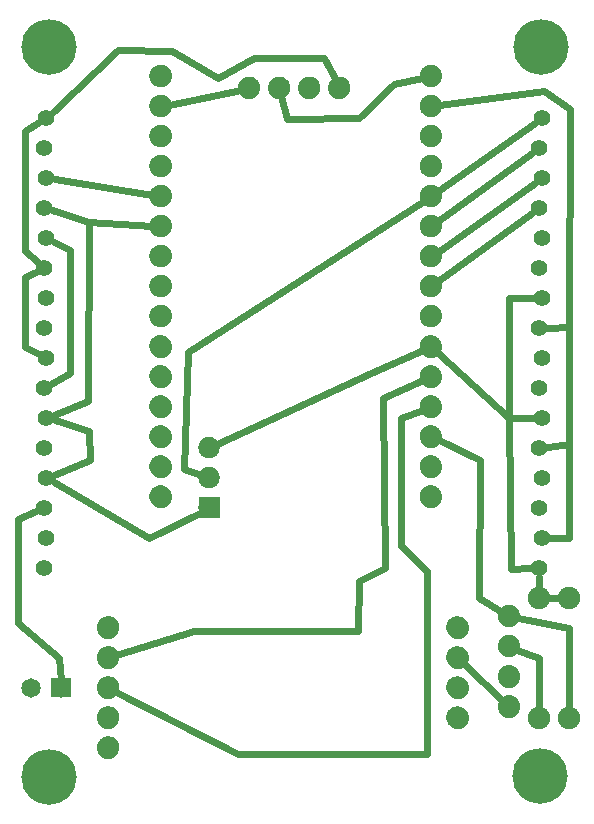
<source format=gbl>
G04 MADE WITH FRITZING*
G04 WWW.FRITZING.ORG*
G04 DOUBLE SIDED*
G04 HOLES PLATED*
G04 CONTOUR ON CENTER OF CONTOUR VECTOR*
%ASAXBY*%
%FSLAX23Y23*%
%MOIN*%
%OFA0B0*%
%SFA1.0B1.0*%
%ADD10C,0.071057*%
%ADD11C,0.065000*%
%ADD12C,0.075000*%
%ADD13C,0.055000*%
%ADD14C,0.074106*%
%ADD15C,0.185039*%
%ADD16C,0.024000*%
%ADD17R,0.001000X0.001000*%
%LNCOPPER0*%
G90*
G70*
G54D10*
X699Y1256D03*
X699Y1156D03*
X699Y1056D03*
G54D11*
X106Y456D03*
X206Y456D03*
G54D12*
X1899Y356D03*
X1899Y756D03*
X1799Y356D03*
X1799Y756D03*
G54D13*
X148Y856D03*
X156Y956D03*
X148Y1056D03*
X156Y1156D03*
X148Y1256D03*
X156Y1356D03*
X148Y1456D03*
X156Y1556D03*
X148Y1656D03*
X156Y1756D03*
X148Y1856D03*
X156Y1956D03*
X148Y2056D03*
X156Y2156D03*
X148Y2256D03*
X156Y2356D03*
X1799Y856D03*
X1807Y956D03*
X1799Y1056D03*
X1807Y1156D03*
X1799Y1256D03*
X1807Y1356D03*
X1799Y1456D03*
X1807Y1556D03*
X1799Y1656D03*
X1807Y1756D03*
X1799Y1856D03*
X1807Y1956D03*
X1799Y2056D03*
X1807Y2156D03*
X1799Y2256D03*
X1807Y2356D03*
G54D14*
X1699Y393D03*
X1699Y493D03*
X1699Y594D03*
X1699Y694D03*
X1699Y393D03*
X1699Y493D03*
X1699Y594D03*
X1699Y694D03*
X537Y1093D03*
X537Y1193D03*
X537Y1293D03*
X537Y1393D03*
X537Y1493D03*
X537Y1593D03*
X537Y1694D03*
X537Y1794D03*
X537Y1894D03*
X537Y1994D03*
X537Y2094D03*
X537Y2194D03*
X537Y2294D03*
X537Y2395D03*
X537Y2495D03*
X1438Y1093D03*
X1438Y1193D03*
X1438Y1293D03*
X1438Y1393D03*
X1438Y1493D03*
X1438Y1593D03*
X1438Y1694D03*
X1438Y1794D03*
X1438Y1894D03*
X1438Y1994D03*
X1438Y2094D03*
X1438Y2194D03*
X1438Y2294D03*
X1438Y2395D03*
X1438Y2495D03*
X537Y1093D03*
X537Y1193D03*
X537Y1293D03*
X537Y1393D03*
X537Y1493D03*
X537Y1593D03*
X537Y1694D03*
X537Y1794D03*
X537Y1894D03*
X537Y1994D03*
X537Y2094D03*
X537Y2194D03*
X537Y2294D03*
X537Y2395D03*
X537Y2495D03*
X1438Y1093D03*
X1438Y1193D03*
X1438Y1293D03*
X1438Y1393D03*
X1438Y1493D03*
X1438Y1593D03*
X1438Y1694D03*
X1438Y1794D03*
X1438Y1894D03*
X1438Y1994D03*
X1438Y2094D03*
X1438Y2194D03*
X1438Y2294D03*
X1438Y2395D03*
X1438Y2495D03*
X1527Y356D03*
X1527Y456D03*
X1527Y556D03*
X1527Y656D03*
X363Y256D03*
X363Y356D03*
X363Y457D03*
X363Y557D03*
X363Y657D03*
X833Y2456D03*
X933Y2456D03*
X1033Y2456D03*
X1133Y2456D03*
G54D15*
X1803Y162D03*
X164Y2591D03*
X1805Y2592D03*
X164Y160D03*
G54D16*
X628Y1576D02*
X1414Y2079D01*
D02*
X616Y1184D02*
X628Y1576D01*
D02*
X672Y1165D02*
X616Y1184D01*
D02*
X1239Y1504D02*
X1412Y1582D01*
D02*
X724Y1268D02*
X1239Y1504D01*
D02*
X199Y555D02*
X61Y671D01*
D02*
X61Y671D02*
X63Y1020D01*
D02*
X63Y1020D02*
X122Y1045D01*
D02*
X204Y481D02*
X199Y555D01*
D02*
X499Y956D02*
X181Y1141D01*
D02*
X674Y1043D02*
X499Y956D01*
D02*
X1547Y537D02*
X1678Y413D01*
D02*
X1799Y556D02*
X1726Y583D01*
D02*
X1799Y385D02*
X1799Y556D01*
D02*
X1899Y656D02*
X1727Y688D01*
D02*
X1899Y385D02*
X1899Y656D01*
D02*
X1799Y827D02*
X1799Y785D01*
D02*
X1828Y756D02*
X1870Y756D01*
D02*
X1815Y2445D02*
X1466Y2398D01*
D02*
X1903Y2385D02*
X1815Y2445D01*
D02*
X1899Y1660D02*
X1903Y2385D01*
D02*
X1704Y851D02*
X1770Y854D01*
D02*
X84Y1824D02*
X122Y1843D01*
D02*
X84Y1592D02*
X84Y1824D01*
D02*
X131Y1569D02*
X84Y1592D01*
D02*
X85Y1912D02*
X127Y1875D01*
D02*
X84Y2312D02*
X85Y1912D01*
D02*
X132Y2341D02*
X84Y2312D01*
D02*
X576Y2579D02*
X396Y2582D01*
D02*
X728Y2489D02*
X576Y2579D01*
D02*
X850Y2555D02*
X728Y2489D01*
D02*
X1083Y2557D02*
X850Y2555D01*
D02*
X1121Y2481D02*
X1083Y2557D01*
D02*
X396Y2582D02*
X177Y2376D01*
D02*
X236Y1917D02*
X182Y1943D01*
D02*
X235Y1504D02*
X236Y1917D01*
D02*
X173Y1470D02*
X235Y1504D01*
D02*
X509Y2099D02*
X184Y2151D01*
D02*
X294Y1412D02*
X183Y1367D01*
D02*
X297Y2010D02*
X294Y1412D01*
D02*
X176Y2048D02*
X297Y2010D01*
D02*
X1279Y1423D02*
X1412Y1482D01*
D02*
X1461Y1811D02*
X1776Y2039D01*
D02*
X1461Y1910D02*
X1784Y2139D01*
D02*
X1776Y2239D02*
X1461Y2011D01*
D02*
X1784Y2339D02*
X1461Y2111D01*
D02*
X508Y1996D02*
X297Y2010D01*
D02*
X1338Y929D02*
X1337Y1354D01*
D02*
X1426Y847D02*
X1338Y929D01*
D02*
X1426Y235D02*
X1426Y847D01*
D02*
X1286Y857D02*
X1279Y1423D01*
D02*
X301Y1217D02*
X300Y1312D01*
D02*
X300Y1312D02*
X184Y1348D01*
D02*
X182Y1167D02*
X301Y1217D01*
D02*
X1198Y813D02*
X1286Y857D01*
D02*
X1196Y647D02*
X1198Y813D01*
D02*
X795Y235D02*
X1426Y235D01*
D02*
X388Y443D02*
X795Y235D01*
D02*
X1337Y1354D02*
X1411Y1383D01*
D02*
X647Y645D02*
X1196Y647D01*
D02*
X390Y565D02*
X647Y645D01*
D02*
X1699Y1756D02*
X1778Y1756D01*
D02*
X1699Y1356D02*
X1699Y1756D01*
D02*
X1899Y1660D02*
X1828Y1657D01*
D02*
X1898Y1270D02*
X1899Y1660D01*
D02*
X1699Y1356D02*
X1778Y1356D01*
D02*
X1898Y1270D02*
X1827Y1260D01*
D02*
X1899Y956D02*
X1898Y1270D01*
D02*
X1836Y956D02*
X1899Y956D01*
D02*
X1314Y2470D02*
X1199Y2356D01*
D02*
X959Y2353D02*
X940Y2428D01*
D02*
X1199Y2356D02*
X959Y2353D01*
D02*
X1410Y2489D02*
X1314Y2470D01*
D02*
X1602Y1216D02*
X1464Y1281D01*
D02*
X1598Y757D02*
X1602Y1216D01*
D02*
X1675Y709D02*
X1598Y757D01*
D02*
X1699Y1356D02*
X1459Y1574D01*
D02*
X1704Y851D02*
X1699Y1356D01*
D02*
X805Y2450D02*
X565Y2400D01*
G54D17*
X532Y2532D02*
X541Y2532D01*
X1432Y2532D02*
X1442Y2532D01*
X527Y2531D02*
X545Y2531D01*
X1428Y2531D02*
X1446Y2531D01*
X524Y2530D02*
X548Y2530D01*
X1425Y2530D02*
X1449Y2530D01*
X522Y2529D02*
X551Y2529D01*
X1422Y2529D02*
X1452Y2529D01*
X519Y2528D02*
X553Y2528D01*
X1420Y2528D02*
X1454Y2528D01*
X518Y2527D02*
X555Y2527D01*
X1419Y2527D02*
X1456Y2527D01*
X516Y2526D02*
X556Y2526D01*
X1417Y2526D02*
X1457Y2526D01*
X515Y2525D02*
X558Y2525D01*
X1416Y2525D02*
X1459Y2525D01*
X513Y2524D02*
X559Y2524D01*
X1414Y2524D02*
X1460Y2524D01*
X512Y2523D02*
X560Y2523D01*
X1413Y2523D02*
X1461Y2523D01*
X511Y2522D02*
X561Y2522D01*
X1412Y2522D02*
X1462Y2522D01*
X510Y2521D02*
X562Y2521D01*
X1411Y2521D02*
X1463Y2521D01*
X509Y2520D02*
X563Y2520D01*
X1410Y2520D02*
X1464Y2520D01*
X508Y2519D02*
X564Y2519D01*
X1409Y2519D02*
X1465Y2519D01*
X507Y2518D02*
X565Y2518D01*
X1408Y2518D02*
X1466Y2518D01*
X507Y2517D02*
X566Y2517D01*
X1408Y2517D02*
X1467Y2517D01*
X506Y2516D02*
X566Y2516D01*
X1407Y2516D02*
X1467Y2516D01*
X505Y2515D02*
X567Y2515D01*
X1406Y2515D02*
X1468Y2515D01*
X505Y2514D02*
X568Y2514D01*
X1406Y2514D02*
X1468Y2514D01*
X504Y2513D02*
X568Y2513D01*
X1405Y2513D02*
X1469Y2513D01*
X504Y2512D02*
X530Y2512D01*
X543Y2512D02*
X569Y2512D01*
X1405Y2512D02*
X1431Y2512D01*
X1444Y2512D02*
X1470Y2512D01*
X503Y2511D02*
X528Y2511D01*
X545Y2511D02*
X569Y2511D01*
X1404Y2511D02*
X1428Y2511D01*
X1446Y2511D02*
X1470Y2511D01*
X503Y2510D02*
X526Y2510D01*
X547Y2510D02*
X570Y2510D01*
X1404Y2510D02*
X1427Y2510D01*
X1447Y2510D02*
X1470Y2510D01*
X502Y2509D02*
X525Y2509D01*
X548Y2509D02*
X570Y2509D01*
X1403Y2509D02*
X1426Y2509D01*
X1449Y2509D02*
X1471Y2509D01*
X502Y2508D02*
X524Y2508D01*
X549Y2508D02*
X570Y2508D01*
X1403Y2508D02*
X1424Y2508D01*
X1450Y2508D02*
X1471Y2508D01*
X502Y2507D02*
X523Y2507D01*
X550Y2507D02*
X571Y2507D01*
X1403Y2507D02*
X1424Y2507D01*
X1451Y2507D02*
X1472Y2507D01*
X501Y2506D02*
X522Y2506D01*
X551Y2506D02*
X571Y2506D01*
X1402Y2506D02*
X1423Y2506D01*
X1452Y2506D02*
X1472Y2506D01*
X501Y2505D02*
X521Y2505D01*
X551Y2505D02*
X571Y2505D01*
X1402Y2505D02*
X1422Y2505D01*
X1452Y2505D02*
X1472Y2505D01*
X501Y2504D02*
X520Y2504D01*
X552Y2504D02*
X572Y2504D01*
X1402Y2504D02*
X1421Y2504D01*
X1453Y2504D02*
X1472Y2504D01*
X501Y2503D02*
X520Y2503D01*
X553Y2503D02*
X572Y2503D01*
X1401Y2503D02*
X1421Y2503D01*
X1454Y2503D02*
X1473Y2503D01*
X500Y2502D02*
X519Y2502D01*
X553Y2502D02*
X572Y2502D01*
X1401Y2502D02*
X1420Y2502D01*
X1454Y2502D02*
X1473Y2502D01*
X500Y2501D02*
X519Y2501D01*
X553Y2501D02*
X572Y2501D01*
X1401Y2501D02*
X1420Y2501D01*
X1454Y2501D02*
X1473Y2501D01*
X500Y2500D02*
X519Y2500D01*
X554Y2500D02*
X572Y2500D01*
X1401Y2500D02*
X1420Y2500D01*
X1455Y2500D02*
X1473Y2500D01*
X500Y2499D02*
X518Y2499D01*
X554Y2499D02*
X573Y2499D01*
X1401Y2499D02*
X1419Y2499D01*
X1455Y2499D02*
X1473Y2499D01*
X500Y2498D02*
X518Y2498D01*
X554Y2498D02*
X573Y2498D01*
X1401Y2498D02*
X1419Y2498D01*
X1455Y2498D02*
X1474Y2498D01*
X500Y2497D02*
X518Y2497D01*
X554Y2497D02*
X573Y2497D01*
X1401Y2497D02*
X1419Y2497D01*
X1455Y2497D02*
X1474Y2497D01*
X500Y2496D02*
X518Y2496D01*
X554Y2496D02*
X573Y2496D01*
X1401Y2496D02*
X1419Y2496D01*
X1455Y2496D02*
X1474Y2496D01*
X500Y2495D02*
X518Y2495D01*
X554Y2495D02*
X573Y2495D01*
X1401Y2495D02*
X1419Y2495D01*
X1455Y2495D02*
X1474Y2495D01*
X500Y2494D02*
X518Y2494D01*
X554Y2494D02*
X573Y2494D01*
X1401Y2494D02*
X1419Y2494D01*
X1455Y2494D02*
X1474Y2494D01*
X500Y2493D02*
X518Y2493D01*
X554Y2493D02*
X573Y2493D01*
X828Y2493D02*
X837Y2493D01*
X928Y2493D02*
X937Y2493D01*
X1028Y2493D02*
X1037Y2493D01*
X1128Y2493D02*
X1137Y2493D01*
X1401Y2493D02*
X1419Y2493D01*
X1455Y2493D02*
X1474Y2493D01*
X500Y2492D02*
X518Y2492D01*
X554Y2492D02*
X573Y2492D01*
X823Y2492D02*
X841Y2492D01*
X923Y2492D02*
X941Y2492D01*
X1024Y2492D02*
X1041Y2492D01*
X1124Y2492D02*
X1142Y2492D01*
X1401Y2492D02*
X1419Y2492D01*
X1455Y2492D02*
X1473Y2492D01*
X500Y2491D02*
X519Y2491D01*
X554Y2491D02*
X572Y2491D01*
X820Y2491D02*
X844Y2491D01*
X920Y2491D02*
X944Y2491D01*
X1020Y2491D02*
X1045Y2491D01*
X1121Y2491D02*
X1145Y2491D01*
X1401Y2491D02*
X1420Y2491D01*
X1455Y2491D02*
X1473Y2491D01*
X500Y2490D02*
X519Y2490D01*
X553Y2490D02*
X572Y2490D01*
X818Y2490D02*
X847Y2490D01*
X918Y2490D02*
X947Y2490D01*
X1018Y2490D02*
X1047Y2490D01*
X1118Y2490D02*
X1147Y2490D01*
X1401Y2490D02*
X1420Y2490D01*
X1454Y2490D02*
X1473Y2490D01*
X500Y2489D02*
X519Y2489D01*
X553Y2489D02*
X572Y2489D01*
X816Y2489D02*
X849Y2489D01*
X916Y2489D02*
X949Y2489D01*
X1016Y2489D02*
X1049Y2489D01*
X1116Y2489D02*
X1149Y2489D01*
X1401Y2489D02*
X1420Y2489D01*
X1454Y2489D02*
X1473Y2489D01*
X501Y2488D02*
X520Y2488D01*
X553Y2488D02*
X572Y2488D01*
X814Y2488D02*
X851Y2488D01*
X914Y2488D02*
X951Y2488D01*
X1014Y2488D02*
X1051Y2488D01*
X1114Y2488D02*
X1151Y2488D01*
X1401Y2488D02*
X1421Y2488D01*
X1454Y2488D02*
X1473Y2488D01*
X501Y2487D02*
X520Y2487D01*
X552Y2487D02*
X572Y2487D01*
X812Y2487D02*
X852Y2487D01*
X912Y2487D02*
X952Y2487D01*
X1012Y2487D02*
X1053Y2487D01*
X1113Y2487D02*
X1153Y2487D01*
X1402Y2487D02*
X1421Y2487D01*
X1453Y2487D02*
X1473Y2487D01*
X501Y2486D02*
X521Y2486D01*
X552Y2486D02*
X571Y2486D01*
X811Y2486D02*
X854Y2486D01*
X911Y2486D02*
X954Y2486D01*
X1011Y2486D02*
X1054Y2486D01*
X1111Y2486D02*
X1154Y2486D01*
X1402Y2486D02*
X1422Y2486D01*
X1452Y2486D02*
X1472Y2486D01*
X501Y2485D02*
X522Y2485D01*
X551Y2485D02*
X571Y2485D01*
X809Y2485D02*
X855Y2485D01*
X909Y2485D02*
X955Y2485D01*
X1010Y2485D02*
X1055Y2485D01*
X1110Y2485D02*
X1156Y2485D01*
X1402Y2485D02*
X1423Y2485D01*
X1452Y2485D02*
X1472Y2485D01*
X502Y2484D02*
X522Y2484D01*
X550Y2484D02*
X571Y2484D01*
X808Y2484D02*
X856Y2484D01*
X908Y2484D02*
X956Y2484D01*
X1008Y2484D02*
X1057Y2484D01*
X1109Y2484D02*
X1157Y2484D01*
X1403Y2484D02*
X1423Y2484D01*
X1451Y2484D02*
X1472Y2484D01*
X502Y2483D02*
X523Y2483D01*
X549Y2483D02*
X570Y2483D01*
X807Y2483D02*
X857Y2483D01*
X907Y2483D02*
X958Y2483D01*
X1007Y2483D02*
X1058Y2483D01*
X1107Y2483D02*
X1158Y2483D01*
X1403Y2483D02*
X1424Y2483D01*
X1450Y2483D02*
X1471Y2483D01*
X502Y2482D02*
X525Y2482D01*
X548Y2482D02*
X570Y2482D01*
X806Y2482D02*
X858Y2482D01*
X906Y2482D02*
X959Y2482D01*
X1006Y2482D02*
X1059Y2482D01*
X1106Y2482D02*
X1159Y2482D01*
X1403Y2482D02*
X1425Y2482D01*
X1449Y2482D02*
X1471Y2482D01*
X503Y2481D02*
X526Y2481D01*
X547Y2481D02*
X570Y2481D01*
X805Y2481D02*
X859Y2481D01*
X905Y2481D02*
X959Y2481D01*
X1005Y2481D02*
X1060Y2481D01*
X1106Y2481D02*
X1160Y2481D01*
X1404Y2481D02*
X1427Y2481D01*
X1448Y2481D02*
X1471Y2481D01*
X503Y2480D02*
X527Y2480D01*
X545Y2480D02*
X569Y2480D01*
X804Y2480D02*
X860Y2480D01*
X904Y2480D02*
X960Y2480D01*
X1005Y2480D02*
X1060Y2480D01*
X1105Y2480D02*
X1161Y2480D01*
X1404Y2480D02*
X1428Y2480D01*
X1446Y2480D02*
X1470Y2480D01*
X504Y2479D02*
X529Y2479D01*
X543Y2479D02*
X569Y2479D01*
X804Y2479D02*
X861Y2479D01*
X904Y2479D02*
X961Y2479D01*
X1004Y2479D02*
X1061Y2479D01*
X1104Y2479D02*
X1161Y2479D01*
X1405Y2479D02*
X1430Y2479D01*
X1444Y2479D02*
X1470Y2479D01*
X504Y2478D02*
X534Y2478D01*
X538Y2478D02*
X568Y2478D01*
X803Y2478D02*
X862Y2478D01*
X903Y2478D02*
X962Y2478D01*
X1003Y2478D02*
X1062Y2478D01*
X1103Y2478D02*
X1162Y2478D01*
X1405Y2478D02*
X1435Y2478D01*
X1439Y2478D02*
X1469Y2478D01*
X505Y2477D02*
X568Y2477D01*
X802Y2477D02*
X862Y2477D01*
X902Y2477D02*
X963Y2477D01*
X1002Y2477D02*
X1063Y2477D01*
X1103Y2477D02*
X1163Y2477D01*
X1406Y2477D02*
X1469Y2477D01*
X505Y2476D02*
X567Y2476D01*
X802Y2476D02*
X863Y2476D01*
X902Y2476D02*
X963Y2476D01*
X1002Y2476D02*
X1063Y2476D01*
X1102Y2476D02*
X1163Y2476D01*
X1406Y2476D02*
X1468Y2476D01*
X506Y2475D02*
X566Y2475D01*
X801Y2475D02*
X864Y2475D01*
X901Y2475D02*
X964Y2475D01*
X1001Y2475D02*
X1064Y2475D01*
X1101Y2475D02*
X1164Y2475D01*
X1407Y2475D02*
X1467Y2475D01*
X507Y2474D02*
X566Y2474D01*
X800Y2474D02*
X864Y2474D01*
X900Y2474D02*
X964Y2474D01*
X1001Y2474D02*
X1064Y2474D01*
X1101Y2474D02*
X1165Y2474D01*
X1408Y2474D02*
X1467Y2474D01*
X507Y2473D02*
X565Y2473D01*
X800Y2473D02*
X826Y2473D01*
X839Y2473D02*
X865Y2473D01*
X900Y2473D02*
X926Y2473D01*
X939Y2473D02*
X965Y2473D01*
X1000Y2473D02*
X1026Y2473D01*
X1039Y2473D02*
X1065Y2473D01*
X1100Y2473D02*
X1126Y2473D01*
X1139Y2473D02*
X1165Y2473D01*
X1408Y2473D02*
X1466Y2473D01*
X508Y2472D02*
X564Y2472D01*
X799Y2472D02*
X824Y2472D01*
X841Y2472D02*
X865Y2472D01*
X900Y2472D02*
X924Y2472D01*
X941Y2472D02*
X965Y2472D01*
X1000Y2472D02*
X1024Y2472D01*
X1041Y2472D02*
X1065Y2472D01*
X1100Y2472D02*
X1124Y2472D01*
X1141Y2472D02*
X1165Y2472D01*
X1409Y2472D02*
X1465Y2472D01*
X509Y2471D02*
X563Y2471D01*
X799Y2471D02*
X822Y2471D01*
X843Y2471D02*
X866Y2471D01*
X899Y2471D02*
X922Y2471D01*
X943Y2471D02*
X966Y2471D01*
X999Y2471D02*
X1022Y2471D01*
X1043Y2471D02*
X1066Y2471D01*
X1099Y2471D02*
X1122Y2471D01*
X1143Y2471D02*
X1166Y2471D01*
X1410Y2471D02*
X1464Y2471D01*
X510Y2470D02*
X563Y2470D01*
X799Y2470D02*
X821Y2470D01*
X844Y2470D02*
X866Y2470D01*
X899Y2470D02*
X921Y2470D01*
X944Y2470D02*
X966Y2470D01*
X999Y2470D02*
X1021Y2470D01*
X1044Y2470D02*
X1066Y2470D01*
X1099Y2470D02*
X1121Y2470D01*
X1144Y2470D02*
X1166Y2470D01*
X1411Y2470D02*
X1464Y2470D01*
X511Y2469D02*
X562Y2469D01*
X798Y2469D02*
X820Y2469D01*
X845Y2469D02*
X866Y2469D01*
X898Y2469D02*
X920Y2469D01*
X945Y2469D02*
X966Y2469D01*
X998Y2469D02*
X1020Y2469D01*
X1045Y2469D02*
X1067Y2469D01*
X1099Y2469D02*
X1120Y2469D01*
X1145Y2469D02*
X1167Y2469D01*
X1412Y2469D02*
X1463Y2469D01*
X512Y2468D02*
X561Y2468D01*
X798Y2468D02*
X819Y2468D01*
X846Y2468D02*
X867Y2468D01*
X898Y2468D02*
X919Y2468D01*
X946Y2468D02*
X967Y2468D01*
X998Y2468D02*
X1019Y2468D01*
X1046Y2468D02*
X1067Y2468D01*
X1098Y2468D02*
X1119Y2468D01*
X1146Y2468D02*
X1167Y2468D01*
X1413Y2468D02*
X1461Y2468D01*
X513Y2467D02*
X559Y2467D01*
X797Y2467D02*
X818Y2467D01*
X847Y2467D02*
X867Y2467D01*
X898Y2467D02*
X918Y2467D01*
X947Y2467D02*
X967Y2467D01*
X998Y2467D02*
X1018Y2467D01*
X1047Y2467D02*
X1067Y2467D01*
X1098Y2467D02*
X1118Y2467D01*
X1147Y2467D02*
X1167Y2467D01*
X1414Y2467D02*
X1460Y2467D01*
X514Y2466D02*
X558Y2466D01*
X797Y2466D02*
X817Y2466D01*
X847Y2466D02*
X867Y2466D01*
X897Y2466D02*
X917Y2466D01*
X948Y2466D02*
X967Y2466D01*
X997Y2466D02*
X1017Y2466D01*
X1048Y2466D02*
X1068Y2466D01*
X1098Y2466D02*
X1117Y2466D01*
X1148Y2466D02*
X1168Y2466D01*
X1415Y2466D02*
X1459Y2466D01*
X516Y2465D02*
X557Y2465D01*
X797Y2465D02*
X816Y2465D01*
X848Y2465D02*
X868Y2465D01*
X897Y2465D02*
X917Y2465D01*
X948Y2465D02*
X968Y2465D01*
X997Y2465D02*
X1017Y2465D01*
X1048Y2465D02*
X1068Y2465D01*
X1097Y2465D02*
X1117Y2465D01*
X1148Y2465D02*
X1168Y2465D01*
X1417Y2465D02*
X1458Y2465D01*
X517Y2464D02*
X555Y2464D01*
X797Y2464D02*
X816Y2464D01*
X849Y2464D02*
X868Y2464D01*
X897Y2464D02*
X916Y2464D01*
X949Y2464D02*
X968Y2464D01*
X997Y2464D02*
X1016Y2464D01*
X1049Y2464D02*
X1068Y2464D01*
X1097Y2464D02*
X1116Y2464D01*
X1149Y2464D02*
X1168Y2464D01*
X1418Y2464D02*
X1456Y2464D01*
X519Y2463D02*
X553Y2463D01*
X796Y2463D02*
X815Y2463D01*
X849Y2463D02*
X868Y2463D01*
X897Y2463D02*
X916Y2463D01*
X949Y2463D02*
X968Y2463D01*
X997Y2463D02*
X1016Y2463D01*
X1049Y2463D02*
X1068Y2463D01*
X1097Y2463D02*
X1116Y2463D01*
X1150Y2463D02*
X1168Y2463D01*
X1420Y2463D02*
X1454Y2463D01*
X521Y2462D02*
X551Y2462D01*
X796Y2462D02*
X815Y2462D01*
X849Y2462D02*
X868Y2462D01*
X896Y2462D02*
X915Y2462D01*
X950Y2462D02*
X968Y2462D01*
X997Y2462D02*
X1015Y2462D01*
X1050Y2462D02*
X1069Y2462D01*
X1097Y2462D02*
X1115Y2462D01*
X1150Y2462D02*
X1169Y2462D01*
X1422Y2462D02*
X1452Y2462D01*
X524Y2461D02*
X549Y2461D01*
X796Y2461D02*
X815Y2461D01*
X850Y2461D02*
X868Y2461D01*
X896Y2461D02*
X915Y2461D01*
X950Y2461D02*
X969Y2461D01*
X996Y2461D02*
X1015Y2461D01*
X1050Y2461D02*
X1069Y2461D01*
X1096Y2461D02*
X1115Y2461D01*
X1150Y2461D02*
X1169Y2461D01*
X1425Y2461D02*
X1450Y2461D01*
X526Y2460D02*
X546Y2460D01*
X796Y2460D02*
X815Y2460D01*
X850Y2460D02*
X869Y2460D01*
X896Y2460D02*
X915Y2460D01*
X950Y2460D02*
X969Y2460D01*
X996Y2460D02*
X1015Y2460D01*
X1050Y2460D02*
X1069Y2460D01*
X1096Y2460D02*
X1115Y2460D01*
X1150Y2460D02*
X1169Y2460D01*
X1427Y2460D02*
X1447Y2460D01*
X531Y2459D02*
X542Y2459D01*
X796Y2459D02*
X814Y2459D01*
X850Y2459D02*
X869Y2459D01*
X896Y2459D02*
X915Y2459D01*
X950Y2459D02*
X969Y2459D01*
X996Y2459D02*
X1015Y2459D01*
X1050Y2459D02*
X1069Y2459D01*
X1096Y2459D02*
X1115Y2459D01*
X1150Y2459D02*
X1169Y2459D01*
X1432Y2459D02*
X1443Y2459D01*
X796Y2458D02*
X814Y2458D01*
X850Y2458D02*
X869Y2458D01*
X896Y2458D02*
X915Y2458D01*
X950Y2458D02*
X969Y2458D01*
X996Y2458D02*
X1015Y2458D01*
X1050Y2458D02*
X1069Y2458D01*
X1096Y2458D02*
X1115Y2458D01*
X1151Y2458D02*
X1169Y2458D01*
X796Y2457D02*
X814Y2457D01*
X850Y2457D02*
X869Y2457D01*
X896Y2457D02*
X914Y2457D01*
X950Y2457D02*
X969Y2457D01*
X996Y2457D02*
X1015Y2457D01*
X1050Y2457D02*
X1069Y2457D01*
X1096Y2457D02*
X1115Y2457D01*
X1151Y2457D02*
X1169Y2457D01*
X796Y2456D02*
X814Y2456D01*
X850Y2456D02*
X869Y2456D01*
X896Y2456D02*
X914Y2456D01*
X950Y2456D02*
X969Y2456D01*
X996Y2456D02*
X1015Y2456D01*
X1050Y2456D02*
X1069Y2456D01*
X1096Y2456D02*
X1115Y2456D01*
X1151Y2456D02*
X1169Y2456D01*
X796Y2455D02*
X814Y2455D01*
X850Y2455D02*
X869Y2455D01*
X896Y2455D02*
X914Y2455D01*
X950Y2455D02*
X969Y2455D01*
X996Y2455D02*
X1015Y2455D01*
X1050Y2455D02*
X1069Y2455D01*
X1096Y2455D02*
X1115Y2455D01*
X1151Y2455D02*
X1169Y2455D01*
X796Y2454D02*
X814Y2454D01*
X850Y2454D02*
X869Y2454D01*
X896Y2454D02*
X915Y2454D01*
X950Y2454D02*
X969Y2454D01*
X996Y2454D02*
X1015Y2454D01*
X1050Y2454D02*
X1069Y2454D01*
X1096Y2454D02*
X1115Y2454D01*
X1150Y2454D02*
X1169Y2454D01*
X796Y2453D02*
X815Y2453D01*
X850Y2453D02*
X869Y2453D01*
X896Y2453D02*
X915Y2453D01*
X950Y2453D02*
X969Y2453D01*
X996Y2453D02*
X1015Y2453D01*
X1050Y2453D02*
X1069Y2453D01*
X1096Y2453D02*
X1115Y2453D01*
X1150Y2453D02*
X1169Y2453D01*
X796Y2452D02*
X815Y2452D01*
X850Y2452D02*
X868Y2452D01*
X896Y2452D02*
X915Y2452D01*
X950Y2452D02*
X969Y2452D01*
X996Y2452D02*
X1015Y2452D01*
X1050Y2452D02*
X1069Y2452D01*
X1096Y2452D02*
X1115Y2452D01*
X1150Y2452D02*
X1169Y2452D01*
X796Y2451D02*
X815Y2451D01*
X850Y2451D02*
X868Y2451D01*
X896Y2451D02*
X915Y2451D01*
X950Y2451D02*
X968Y2451D01*
X996Y2451D02*
X1015Y2451D01*
X1050Y2451D02*
X1069Y2451D01*
X1097Y2451D02*
X1115Y2451D01*
X1150Y2451D02*
X1169Y2451D01*
X796Y2450D02*
X815Y2450D01*
X849Y2450D02*
X868Y2450D01*
X897Y2450D02*
X915Y2450D01*
X949Y2450D02*
X968Y2450D01*
X997Y2450D02*
X1016Y2450D01*
X1049Y2450D02*
X1068Y2450D01*
X1097Y2450D02*
X1116Y2450D01*
X1150Y2450D02*
X1168Y2450D01*
X797Y2449D02*
X816Y2449D01*
X849Y2449D02*
X868Y2449D01*
X897Y2449D02*
X916Y2449D01*
X949Y2449D02*
X968Y2449D01*
X997Y2449D02*
X1016Y2449D01*
X1049Y2449D02*
X1068Y2449D01*
X1097Y2449D02*
X1116Y2449D01*
X1149Y2449D02*
X1168Y2449D01*
X797Y2448D02*
X816Y2448D01*
X848Y2448D02*
X868Y2448D01*
X897Y2448D02*
X916Y2448D01*
X948Y2448D02*
X968Y2448D01*
X997Y2448D02*
X1017Y2448D01*
X1048Y2448D02*
X1068Y2448D01*
X1097Y2448D02*
X1117Y2448D01*
X1149Y2448D02*
X1168Y2448D01*
X797Y2447D02*
X817Y2447D01*
X848Y2447D02*
X867Y2447D01*
X897Y2447D02*
X917Y2447D01*
X948Y2447D02*
X968Y2447D01*
X997Y2447D02*
X1017Y2447D01*
X1048Y2447D02*
X1068Y2447D01*
X1097Y2447D02*
X1117Y2447D01*
X1148Y2447D02*
X1168Y2447D01*
X797Y2446D02*
X818Y2446D01*
X847Y2446D02*
X867Y2446D01*
X897Y2446D02*
X918Y2446D01*
X947Y2446D02*
X967Y2446D01*
X998Y2446D02*
X1018Y2446D01*
X1047Y2446D02*
X1067Y2446D01*
X1098Y2446D02*
X1118Y2446D01*
X1147Y2446D02*
X1168Y2446D01*
X798Y2445D02*
X818Y2445D01*
X846Y2445D02*
X867Y2445D01*
X898Y2445D02*
X919Y2445D01*
X946Y2445D02*
X967Y2445D01*
X998Y2445D02*
X1019Y2445D01*
X1046Y2445D02*
X1067Y2445D01*
X1098Y2445D02*
X1119Y2445D01*
X1146Y2445D02*
X1167Y2445D01*
X798Y2444D02*
X819Y2444D01*
X845Y2444D02*
X866Y2444D01*
X898Y2444D02*
X920Y2444D01*
X945Y2444D02*
X967Y2444D01*
X998Y2444D02*
X1020Y2444D01*
X1045Y2444D02*
X1067Y2444D01*
X1098Y2444D02*
X1120Y2444D01*
X1146Y2444D02*
X1167Y2444D01*
X798Y2443D02*
X821Y2443D01*
X844Y2443D02*
X866Y2443D01*
X899Y2443D02*
X921Y2443D01*
X944Y2443D02*
X966Y2443D01*
X999Y2443D02*
X1021Y2443D01*
X1044Y2443D02*
X1066Y2443D01*
X1099Y2443D02*
X1121Y2443D01*
X1144Y2443D02*
X1166Y2443D01*
X799Y2442D02*
X822Y2442D01*
X843Y2442D02*
X866Y2442D01*
X899Y2442D02*
X922Y2442D01*
X943Y2442D02*
X966Y2442D01*
X999Y2442D02*
X1022Y2442D01*
X1043Y2442D02*
X1066Y2442D01*
X1099Y2442D02*
X1122Y2442D01*
X1143Y2442D02*
X1166Y2442D01*
X799Y2441D02*
X823Y2441D01*
X841Y2441D02*
X865Y2441D01*
X899Y2441D02*
X923Y2441D01*
X941Y2441D02*
X965Y2441D01*
X1000Y2441D02*
X1023Y2441D01*
X1042Y2441D02*
X1065Y2441D01*
X1100Y2441D02*
X1124Y2441D01*
X1142Y2441D02*
X1166Y2441D01*
X800Y2440D02*
X825Y2440D01*
X839Y2440D02*
X865Y2440D01*
X900Y2440D02*
X925Y2440D01*
X940Y2440D02*
X965Y2440D01*
X1000Y2440D02*
X1025Y2440D01*
X1040Y2440D02*
X1065Y2440D01*
X1100Y2440D02*
X1125Y2440D01*
X1140Y2440D02*
X1165Y2440D01*
X800Y2439D02*
X830Y2439D01*
X835Y2439D02*
X864Y2439D01*
X900Y2439D02*
X930Y2439D01*
X935Y2439D02*
X964Y2439D01*
X1000Y2439D02*
X1030Y2439D01*
X1035Y2439D02*
X1065Y2439D01*
X1101Y2439D02*
X1130Y2439D01*
X1135Y2439D02*
X1165Y2439D01*
X801Y2438D02*
X864Y2438D01*
X901Y2438D02*
X964Y2438D01*
X1001Y2438D02*
X1064Y2438D01*
X1101Y2438D02*
X1164Y2438D01*
X801Y2437D02*
X863Y2437D01*
X901Y2437D02*
X963Y2437D01*
X1002Y2437D02*
X1063Y2437D01*
X1102Y2437D02*
X1164Y2437D01*
X802Y2436D02*
X863Y2436D01*
X902Y2436D02*
X963Y2436D01*
X1002Y2436D02*
X1063Y2436D01*
X1102Y2436D02*
X1163Y2436D01*
X803Y2435D02*
X862Y2435D01*
X903Y2435D02*
X962Y2435D01*
X1003Y2435D02*
X1062Y2435D01*
X1103Y2435D02*
X1162Y2435D01*
X803Y2434D02*
X861Y2434D01*
X903Y2434D02*
X961Y2434D01*
X1004Y2434D02*
X1061Y2434D01*
X1104Y2434D02*
X1162Y2434D01*
X804Y2433D02*
X860Y2433D01*
X904Y2433D02*
X961Y2433D01*
X1004Y2433D02*
X1061Y2433D01*
X1104Y2433D02*
X1161Y2433D01*
X532Y2432D02*
X540Y2432D01*
X805Y2432D02*
X860Y2432D01*
X905Y2432D02*
X960Y2432D01*
X1005Y2432D02*
X1060Y2432D01*
X1105Y2432D02*
X1160Y2432D01*
X1433Y2432D02*
X1441Y2432D01*
X527Y2431D02*
X545Y2431D01*
X806Y2431D02*
X859Y2431D01*
X906Y2431D02*
X959Y2431D01*
X1006Y2431D02*
X1059Y2431D01*
X1106Y2431D02*
X1159Y2431D01*
X1428Y2431D02*
X1446Y2431D01*
X524Y2430D02*
X548Y2430D01*
X807Y2430D02*
X858Y2430D01*
X907Y2430D02*
X958Y2430D01*
X1007Y2430D02*
X1058Y2430D01*
X1107Y2430D02*
X1158Y2430D01*
X1425Y2430D02*
X1449Y2430D01*
X522Y2429D02*
X551Y2429D01*
X808Y2429D02*
X857Y2429D01*
X908Y2429D02*
X957Y2429D01*
X1008Y2429D02*
X1057Y2429D01*
X1108Y2429D02*
X1157Y2429D01*
X1423Y2429D02*
X1452Y2429D01*
X520Y2428D02*
X553Y2428D01*
X809Y2428D02*
X856Y2428D01*
X909Y2428D02*
X956Y2428D01*
X1009Y2428D02*
X1056Y2428D01*
X1109Y2428D02*
X1156Y2428D01*
X1421Y2428D02*
X1454Y2428D01*
X518Y2427D02*
X555Y2427D01*
X810Y2427D02*
X854Y2427D01*
X910Y2427D02*
X954Y2427D01*
X1011Y2427D02*
X1054Y2427D01*
X1111Y2427D02*
X1155Y2427D01*
X1419Y2427D02*
X1455Y2427D01*
X516Y2426D02*
X556Y2426D01*
X812Y2426D02*
X853Y2426D01*
X912Y2426D02*
X953Y2426D01*
X1012Y2426D02*
X1053Y2426D01*
X1112Y2426D02*
X1153Y2426D01*
X1417Y2426D02*
X1457Y2426D01*
X515Y2425D02*
X558Y2425D01*
X813Y2425D02*
X851Y2425D01*
X913Y2425D02*
X951Y2425D01*
X1014Y2425D02*
X1051Y2425D01*
X1114Y2425D02*
X1152Y2425D01*
X1416Y2425D02*
X1459Y2425D01*
X513Y2424D02*
X559Y2424D01*
X815Y2424D02*
X849Y2424D01*
X915Y2424D02*
X950Y2424D01*
X1015Y2424D02*
X1050Y2424D01*
X1115Y2424D02*
X1150Y2424D01*
X1414Y2424D02*
X1460Y2424D01*
X512Y2423D02*
X560Y2423D01*
X817Y2423D02*
X847Y2423D01*
X917Y2423D02*
X947Y2423D01*
X1017Y2423D02*
X1048Y2423D01*
X1118Y2423D02*
X1148Y2423D01*
X1413Y2423D02*
X1461Y2423D01*
X511Y2422D02*
X561Y2422D01*
X820Y2422D02*
X845Y2422D01*
X920Y2422D02*
X945Y2422D01*
X1020Y2422D02*
X1045Y2422D01*
X1120Y2422D02*
X1145Y2422D01*
X1412Y2422D02*
X1462Y2422D01*
X510Y2421D02*
X562Y2421D01*
X822Y2421D02*
X842Y2421D01*
X922Y2421D02*
X942Y2421D01*
X1023Y2421D02*
X1042Y2421D01*
X1123Y2421D02*
X1143Y2421D01*
X1411Y2421D02*
X1463Y2421D01*
X509Y2420D02*
X563Y2420D01*
X826Y2420D02*
X838Y2420D01*
X926Y2420D02*
X938Y2420D01*
X1027Y2420D02*
X1038Y2420D01*
X1127Y2420D02*
X1139Y2420D01*
X1410Y2420D02*
X1464Y2420D01*
X508Y2419D02*
X564Y2419D01*
X1409Y2419D02*
X1465Y2419D01*
X508Y2418D02*
X565Y2418D01*
X1408Y2418D02*
X1466Y2418D01*
X507Y2417D02*
X566Y2417D01*
X1408Y2417D02*
X1467Y2417D01*
X506Y2416D02*
X566Y2416D01*
X1407Y2416D02*
X1467Y2416D01*
X506Y2415D02*
X567Y2415D01*
X1406Y2415D02*
X1468Y2415D01*
X505Y2414D02*
X567Y2414D01*
X1406Y2414D02*
X1468Y2414D01*
X504Y2413D02*
X568Y2413D01*
X1405Y2413D02*
X1469Y2413D01*
X504Y2412D02*
X530Y2412D01*
X542Y2412D02*
X569Y2412D01*
X1405Y2412D02*
X1431Y2412D01*
X1443Y2412D02*
X1469Y2412D01*
X503Y2411D02*
X528Y2411D01*
X545Y2411D02*
X569Y2411D01*
X1404Y2411D02*
X1429Y2411D01*
X1446Y2411D02*
X1470Y2411D01*
X503Y2410D02*
X526Y2410D01*
X546Y2410D02*
X570Y2410D01*
X1404Y2410D02*
X1427Y2410D01*
X1447Y2410D02*
X1470Y2410D01*
X503Y2409D02*
X525Y2409D01*
X548Y2409D02*
X570Y2409D01*
X1403Y2409D02*
X1426Y2409D01*
X1449Y2409D02*
X1471Y2409D01*
X502Y2408D02*
X524Y2408D01*
X549Y2408D02*
X570Y2408D01*
X1403Y2408D02*
X1425Y2408D01*
X1450Y2408D02*
X1471Y2408D01*
X502Y2407D02*
X523Y2407D01*
X550Y2407D02*
X571Y2407D01*
X1403Y2407D02*
X1424Y2407D01*
X1451Y2407D02*
X1472Y2407D01*
X501Y2406D02*
X522Y2406D01*
X551Y2406D02*
X571Y2406D01*
X1402Y2406D02*
X1423Y2406D01*
X1451Y2406D02*
X1472Y2406D01*
X501Y2405D02*
X521Y2405D01*
X551Y2405D02*
X571Y2405D01*
X1402Y2405D02*
X1422Y2405D01*
X1452Y2405D02*
X1472Y2405D01*
X501Y2404D02*
X520Y2404D01*
X552Y2404D02*
X572Y2404D01*
X1402Y2404D02*
X1421Y2404D01*
X1453Y2404D02*
X1472Y2404D01*
X501Y2403D02*
X520Y2403D01*
X553Y2403D02*
X572Y2403D01*
X1402Y2403D02*
X1421Y2403D01*
X1453Y2403D02*
X1473Y2403D01*
X500Y2402D02*
X519Y2402D01*
X553Y2402D02*
X572Y2402D01*
X1401Y2402D02*
X1420Y2402D01*
X1454Y2402D02*
X1473Y2402D01*
X500Y2401D02*
X519Y2401D01*
X553Y2401D02*
X572Y2401D01*
X1401Y2401D02*
X1420Y2401D01*
X1454Y2401D02*
X1473Y2401D01*
X500Y2400D02*
X519Y2400D01*
X554Y2400D02*
X572Y2400D01*
X1401Y2400D02*
X1420Y2400D01*
X1455Y2400D02*
X1473Y2400D01*
X500Y2399D02*
X518Y2399D01*
X554Y2399D02*
X573Y2399D01*
X1401Y2399D02*
X1419Y2399D01*
X1455Y2399D02*
X1473Y2399D01*
X500Y2398D02*
X518Y2398D01*
X554Y2398D02*
X573Y2398D01*
X1401Y2398D02*
X1419Y2398D01*
X1455Y2398D02*
X1474Y2398D01*
X500Y2397D02*
X518Y2397D01*
X554Y2397D02*
X573Y2397D01*
X1401Y2397D02*
X1419Y2397D01*
X1455Y2397D02*
X1474Y2397D01*
X500Y2396D02*
X518Y2396D01*
X554Y2396D02*
X573Y2396D01*
X1401Y2396D02*
X1419Y2396D01*
X1455Y2396D02*
X1474Y2396D01*
X500Y2395D02*
X518Y2395D01*
X554Y2395D02*
X573Y2395D01*
X1401Y2395D02*
X1419Y2395D01*
X1455Y2395D02*
X1474Y2395D01*
X500Y2394D02*
X518Y2394D01*
X554Y2394D02*
X573Y2394D01*
X1401Y2394D02*
X1419Y2394D01*
X1455Y2394D02*
X1474Y2394D01*
X500Y2393D02*
X518Y2393D01*
X554Y2393D02*
X573Y2393D01*
X1401Y2393D02*
X1419Y2393D01*
X1455Y2393D02*
X1474Y2393D01*
X500Y2392D02*
X518Y2392D01*
X554Y2392D02*
X573Y2392D01*
X1401Y2392D02*
X1419Y2392D01*
X1455Y2392D02*
X1473Y2392D01*
X500Y2391D02*
X519Y2391D01*
X554Y2391D02*
X572Y2391D01*
X1401Y2391D02*
X1420Y2391D01*
X1455Y2391D02*
X1473Y2391D01*
X500Y2390D02*
X519Y2390D01*
X553Y2390D02*
X572Y2390D01*
X1401Y2390D02*
X1420Y2390D01*
X1454Y2390D02*
X1473Y2390D01*
X500Y2389D02*
X519Y2389D01*
X553Y2389D02*
X572Y2389D01*
X1401Y2389D02*
X1420Y2389D01*
X1454Y2389D02*
X1473Y2389D01*
X501Y2388D02*
X520Y2388D01*
X553Y2388D02*
X572Y2388D01*
X1401Y2388D02*
X1421Y2388D01*
X1454Y2388D02*
X1473Y2388D01*
X501Y2387D02*
X520Y2387D01*
X552Y2387D02*
X572Y2387D01*
X1402Y2387D02*
X1421Y2387D01*
X1453Y2387D02*
X1473Y2387D01*
X501Y2386D02*
X521Y2386D01*
X552Y2386D02*
X571Y2386D01*
X1402Y2386D02*
X1422Y2386D01*
X1453Y2386D02*
X1472Y2386D01*
X501Y2385D02*
X522Y2385D01*
X551Y2385D02*
X571Y2385D01*
X1402Y2385D02*
X1422Y2385D01*
X1452Y2385D02*
X1472Y2385D01*
X502Y2384D02*
X522Y2384D01*
X550Y2384D02*
X571Y2384D01*
X1403Y2384D02*
X1423Y2384D01*
X1451Y2384D02*
X1472Y2384D01*
X502Y2383D02*
X523Y2383D01*
X549Y2383D02*
X570Y2383D01*
X1403Y2383D02*
X1424Y2383D01*
X1450Y2383D02*
X1471Y2383D01*
X502Y2382D02*
X524Y2382D01*
X548Y2382D02*
X570Y2382D01*
X1403Y2382D02*
X1425Y2382D01*
X1449Y2382D02*
X1471Y2382D01*
X503Y2381D02*
X526Y2381D01*
X547Y2381D02*
X570Y2381D01*
X1404Y2381D02*
X1426Y2381D01*
X1448Y2381D02*
X1471Y2381D01*
X503Y2380D02*
X527Y2380D01*
X545Y2380D02*
X569Y2380D01*
X1404Y2380D02*
X1428Y2380D01*
X1446Y2380D02*
X1470Y2380D01*
X504Y2379D02*
X529Y2379D01*
X544Y2379D02*
X569Y2379D01*
X1405Y2379D02*
X1430Y2379D01*
X1444Y2379D02*
X1470Y2379D01*
X504Y2378D02*
X533Y2378D01*
X539Y2378D02*
X568Y2378D01*
X1405Y2378D02*
X1434Y2378D01*
X1440Y2378D02*
X1469Y2378D01*
X505Y2377D02*
X568Y2377D01*
X1406Y2377D02*
X1469Y2377D01*
X505Y2376D02*
X567Y2376D01*
X1406Y2376D02*
X1468Y2376D01*
X506Y2375D02*
X567Y2375D01*
X1407Y2375D02*
X1467Y2375D01*
X507Y2374D02*
X566Y2374D01*
X1407Y2374D02*
X1467Y2374D01*
X507Y2373D02*
X565Y2373D01*
X1408Y2373D02*
X1466Y2373D01*
X508Y2372D02*
X564Y2372D01*
X1409Y2372D02*
X1465Y2372D01*
X509Y2371D02*
X564Y2371D01*
X1410Y2371D02*
X1464Y2371D01*
X510Y2370D02*
X563Y2370D01*
X1411Y2370D02*
X1464Y2370D01*
X511Y2369D02*
X562Y2369D01*
X1412Y2369D02*
X1463Y2369D01*
X512Y2368D02*
X561Y2368D01*
X1413Y2368D02*
X1462Y2368D01*
X513Y2367D02*
X560Y2367D01*
X1414Y2367D02*
X1460Y2367D01*
X514Y2366D02*
X558Y2366D01*
X1415Y2366D02*
X1459Y2366D01*
X516Y2365D02*
X557Y2365D01*
X1417Y2365D02*
X1458Y2365D01*
X517Y2364D02*
X555Y2364D01*
X1418Y2364D02*
X1456Y2364D01*
X519Y2363D02*
X553Y2363D01*
X1420Y2363D02*
X1454Y2363D01*
X521Y2362D02*
X551Y2362D01*
X1422Y2362D02*
X1452Y2362D01*
X523Y2361D02*
X549Y2361D01*
X1424Y2361D02*
X1450Y2361D01*
X526Y2360D02*
X546Y2360D01*
X1427Y2360D02*
X1447Y2360D01*
X530Y2359D02*
X542Y2359D01*
X1431Y2359D02*
X1443Y2359D01*
X533Y2332D02*
X539Y2332D01*
X1434Y2332D02*
X1440Y2332D01*
X528Y2331D02*
X545Y2331D01*
X1429Y2331D02*
X1445Y2331D01*
X525Y2330D02*
X548Y2330D01*
X1426Y2330D02*
X1449Y2330D01*
X522Y2329D02*
X550Y2329D01*
X1423Y2329D02*
X1451Y2329D01*
X520Y2328D02*
X552Y2328D01*
X1421Y2328D02*
X1453Y2328D01*
X518Y2327D02*
X554Y2327D01*
X1419Y2327D02*
X1455Y2327D01*
X516Y2326D02*
X556Y2326D01*
X1417Y2326D02*
X1457Y2326D01*
X515Y2325D02*
X558Y2325D01*
X1416Y2325D02*
X1458Y2325D01*
X514Y2324D02*
X559Y2324D01*
X1414Y2324D02*
X1460Y2324D01*
X512Y2323D02*
X560Y2323D01*
X1413Y2323D02*
X1461Y2323D01*
X511Y2322D02*
X561Y2322D01*
X1412Y2322D02*
X1462Y2322D01*
X510Y2321D02*
X562Y2321D01*
X1411Y2321D02*
X1463Y2321D01*
X509Y2320D02*
X563Y2320D01*
X1410Y2320D02*
X1464Y2320D01*
X508Y2319D02*
X564Y2319D01*
X1409Y2319D02*
X1465Y2319D01*
X508Y2318D02*
X565Y2318D01*
X1409Y2318D02*
X1466Y2318D01*
X507Y2317D02*
X566Y2317D01*
X1408Y2317D02*
X1466Y2317D01*
X506Y2316D02*
X566Y2316D01*
X1407Y2316D02*
X1467Y2316D01*
X506Y2315D02*
X567Y2315D01*
X1407Y2315D02*
X1468Y2315D01*
X505Y2314D02*
X567Y2314D01*
X1406Y2314D02*
X1468Y2314D01*
X504Y2313D02*
X568Y2313D01*
X1405Y2313D02*
X1469Y2313D01*
X504Y2312D02*
X530Y2312D01*
X542Y2312D02*
X568Y2312D01*
X1405Y2312D02*
X1431Y2312D01*
X1443Y2312D02*
X1469Y2312D01*
X503Y2311D02*
X528Y2311D01*
X545Y2311D02*
X569Y2311D01*
X1404Y2311D02*
X1429Y2311D01*
X1445Y2311D02*
X1470Y2311D01*
X503Y2310D02*
X526Y2310D01*
X546Y2310D02*
X569Y2310D01*
X1404Y2310D02*
X1427Y2310D01*
X1447Y2310D02*
X1470Y2310D01*
X503Y2309D02*
X525Y2309D01*
X547Y2309D02*
X570Y2309D01*
X1403Y2309D02*
X1426Y2309D01*
X1448Y2309D02*
X1471Y2309D01*
X502Y2308D02*
X524Y2308D01*
X549Y2308D02*
X570Y2308D01*
X1403Y2308D02*
X1425Y2308D01*
X1450Y2308D02*
X1471Y2308D01*
X502Y2307D02*
X523Y2307D01*
X550Y2307D02*
X571Y2307D01*
X1403Y2307D02*
X1424Y2307D01*
X1451Y2307D02*
X1472Y2307D01*
X501Y2306D02*
X522Y2306D01*
X550Y2306D02*
X571Y2306D01*
X1402Y2306D02*
X1423Y2306D01*
X1451Y2306D02*
X1472Y2306D01*
X501Y2305D02*
X521Y2305D01*
X551Y2305D02*
X571Y2305D01*
X1402Y2305D02*
X1422Y2305D01*
X1452Y2305D02*
X1472Y2305D01*
X501Y2304D02*
X520Y2304D01*
X552Y2304D02*
X572Y2304D01*
X1402Y2304D02*
X1421Y2304D01*
X1453Y2304D02*
X1472Y2304D01*
X501Y2303D02*
X520Y2303D01*
X553Y2303D02*
X572Y2303D01*
X1402Y2303D02*
X1421Y2303D01*
X1453Y2303D02*
X1473Y2303D01*
X500Y2302D02*
X519Y2302D01*
X553Y2302D02*
X572Y2302D01*
X1401Y2302D02*
X1420Y2302D01*
X1454Y2302D02*
X1473Y2302D01*
X500Y2301D02*
X519Y2301D01*
X553Y2301D02*
X572Y2301D01*
X1401Y2301D02*
X1420Y2301D01*
X1454Y2301D02*
X1473Y2301D01*
X500Y2300D02*
X519Y2300D01*
X554Y2300D02*
X572Y2300D01*
X1401Y2300D02*
X1420Y2300D01*
X1455Y2300D02*
X1473Y2300D01*
X500Y2299D02*
X519Y2299D01*
X554Y2299D02*
X573Y2299D01*
X1401Y2299D02*
X1419Y2299D01*
X1455Y2299D02*
X1473Y2299D01*
X500Y2298D02*
X518Y2298D01*
X554Y2298D02*
X573Y2298D01*
X1401Y2298D02*
X1419Y2298D01*
X1455Y2298D02*
X1474Y2298D01*
X500Y2297D02*
X518Y2297D01*
X554Y2297D02*
X573Y2297D01*
X1401Y2297D02*
X1419Y2297D01*
X1455Y2297D02*
X1474Y2297D01*
X500Y2296D02*
X518Y2296D01*
X554Y2296D02*
X573Y2296D01*
X1401Y2296D02*
X1419Y2296D01*
X1455Y2296D02*
X1474Y2296D01*
X500Y2295D02*
X518Y2295D01*
X554Y2295D02*
X573Y2295D01*
X1401Y2295D02*
X1419Y2295D01*
X1455Y2295D02*
X1474Y2295D01*
X500Y2294D02*
X518Y2294D01*
X554Y2294D02*
X573Y2294D01*
X1401Y2294D02*
X1419Y2294D01*
X1455Y2294D02*
X1474Y2294D01*
X500Y2293D02*
X518Y2293D01*
X554Y2293D02*
X573Y2293D01*
X1401Y2293D02*
X1419Y2293D01*
X1455Y2293D02*
X1474Y2293D01*
X500Y2292D02*
X518Y2292D01*
X554Y2292D02*
X573Y2292D01*
X1401Y2292D02*
X1419Y2292D01*
X1455Y2292D02*
X1473Y2292D01*
X500Y2291D02*
X519Y2291D01*
X554Y2291D02*
X572Y2291D01*
X1401Y2291D02*
X1420Y2291D01*
X1455Y2291D02*
X1473Y2291D01*
X500Y2290D02*
X519Y2290D01*
X554Y2290D02*
X572Y2290D01*
X1401Y2290D02*
X1420Y2290D01*
X1454Y2290D02*
X1473Y2290D01*
X500Y2289D02*
X519Y2289D01*
X553Y2289D02*
X572Y2289D01*
X1401Y2289D02*
X1420Y2289D01*
X1454Y2289D02*
X1473Y2289D01*
X500Y2288D02*
X520Y2288D01*
X553Y2288D02*
X572Y2288D01*
X1401Y2288D02*
X1420Y2288D01*
X1454Y2288D02*
X1473Y2288D01*
X501Y2287D02*
X520Y2287D01*
X552Y2287D02*
X572Y2287D01*
X1402Y2287D02*
X1421Y2287D01*
X1453Y2287D02*
X1473Y2287D01*
X501Y2286D02*
X521Y2286D01*
X552Y2286D02*
X571Y2286D01*
X1402Y2286D02*
X1422Y2286D01*
X1453Y2286D02*
X1472Y2286D01*
X501Y2285D02*
X521Y2285D01*
X551Y2285D02*
X571Y2285D01*
X1402Y2285D02*
X1422Y2285D01*
X1452Y2285D02*
X1472Y2285D01*
X502Y2284D02*
X522Y2284D01*
X550Y2284D02*
X571Y2284D01*
X1402Y2284D02*
X1423Y2284D01*
X1451Y2284D02*
X1472Y2284D01*
X502Y2283D02*
X523Y2283D01*
X549Y2283D02*
X570Y2283D01*
X1403Y2283D02*
X1424Y2283D01*
X1450Y2283D02*
X1471Y2283D01*
X502Y2282D02*
X524Y2282D01*
X548Y2282D02*
X570Y2282D01*
X1403Y2282D02*
X1425Y2282D01*
X1449Y2282D02*
X1471Y2282D01*
X503Y2281D02*
X525Y2281D01*
X547Y2281D02*
X570Y2281D01*
X1404Y2281D02*
X1426Y2281D01*
X1448Y2281D02*
X1471Y2281D01*
X503Y2280D02*
X527Y2280D01*
X546Y2280D02*
X569Y2280D01*
X1404Y2280D02*
X1428Y2280D01*
X1446Y2280D02*
X1470Y2280D01*
X504Y2279D02*
X529Y2279D01*
X544Y2279D02*
X569Y2279D01*
X1405Y2279D02*
X1430Y2279D01*
X1445Y2279D02*
X1470Y2279D01*
X504Y2278D02*
X532Y2278D01*
X540Y2278D02*
X568Y2278D01*
X1405Y2278D02*
X1433Y2278D01*
X1441Y2278D02*
X1469Y2278D01*
X505Y2277D02*
X568Y2277D01*
X1406Y2277D02*
X1469Y2277D01*
X505Y2276D02*
X567Y2276D01*
X1406Y2276D02*
X1468Y2276D01*
X506Y2275D02*
X567Y2275D01*
X1407Y2275D02*
X1468Y2275D01*
X506Y2274D02*
X566Y2274D01*
X1407Y2274D02*
X1467Y2274D01*
X507Y2273D02*
X565Y2273D01*
X1408Y2273D02*
X1466Y2273D01*
X508Y2272D02*
X565Y2272D01*
X1409Y2272D02*
X1465Y2272D01*
X509Y2271D02*
X564Y2271D01*
X1410Y2271D02*
X1465Y2271D01*
X510Y2270D02*
X563Y2270D01*
X1411Y2270D02*
X1464Y2270D01*
X511Y2269D02*
X562Y2269D01*
X1411Y2269D02*
X1463Y2269D01*
X512Y2268D02*
X561Y2268D01*
X1413Y2268D02*
X1462Y2268D01*
X513Y2267D02*
X560Y2267D01*
X1414Y2267D02*
X1461Y2267D01*
X514Y2266D02*
X558Y2266D01*
X1415Y2266D02*
X1459Y2266D01*
X515Y2265D02*
X557Y2265D01*
X1416Y2265D02*
X1458Y2265D01*
X517Y2264D02*
X555Y2264D01*
X1418Y2264D02*
X1456Y2264D01*
X519Y2263D02*
X554Y2263D01*
X1420Y2263D02*
X1455Y2263D01*
X521Y2262D02*
X552Y2262D01*
X1422Y2262D02*
X1453Y2262D01*
X523Y2261D02*
X549Y2261D01*
X1424Y2261D02*
X1450Y2261D01*
X526Y2260D02*
X547Y2260D01*
X1427Y2260D02*
X1448Y2260D01*
X529Y2259D02*
X543Y2259D01*
X1430Y2259D02*
X1444Y2259D01*
X534Y2232D02*
X538Y2232D01*
X1435Y2232D02*
X1439Y2232D01*
X528Y2231D02*
X544Y2231D01*
X1429Y2231D02*
X1445Y2231D01*
X525Y2230D02*
X547Y2230D01*
X1426Y2230D02*
X1448Y2230D01*
X522Y2229D02*
X550Y2229D01*
X1423Y2229D02*
X1451Y2229D01*
X520Y2228D02*
X552Y2228D01*
X1421Y2228D02*
X1453Y2228D01*
X518Y2227D02*
X554Y2227D01*
X1419Y2227D02*
X1455Y2227D01*
X517Y2226D02*
X556Y2226D01*
X1417Y2226D02*
X1457Y2226D01*
X515Y2225D02*
X557Y2225D01*
X1416Y2225D02*
X1458Y2225D01*
X514Y2224D02*
X559Y2224D01*
X1415Y2224D02*
X1460Y2224D01*
X512Y2223D02*
X560Y2223D01*
X1413Y2223D02*
X1461Y2223D01*
X511Y2222D02*
X561Y2222D01*
X1412Y2222D02*
X1462Y2222D01*
X510Y2221D02*
X562Y2221D01*
X1411Y2221D02*
X1463Y2221D01*
X509Y2220D02*
X563Y2220D01*
X1410Y2220D02*
X1464Y2220D01*
X508Y2219D02*
X564Y2219D01*
X1409Y2219D02*
X1465Y2219D01*
X508Y2218D02*
X565Y2218D01*
X1409Y2218D02*
X1466Y2218D01*
X507Y2217D02*
X565Y2217D01*
X1408Y2217D02*
X1466Y2217D01*
X506Y2216D02*
X566Y2216D01*
X1407Y2216D02*
X1467Y2216D01*
X506Y2215D02*
X567Y2215D01*
X1407Y2215D02*
X1468Y2215D01*
X505Y2214D02*
X567Y2214D01*
X1406Y2214D02*
X1468Y2214D01*
X504Y2213D02*
X568Y2213D01*
X1405Y2213D02*
X1469Y2213D01*
X504Y2212D02*
X531Y2212D01*
X542Y2212D02*
X568Y2212D01*
X1405Y2212D02*
X1432Y2212D01*
X1442Y2212D02*
X1469Y2212D01*
X503Y2211D02*
X528Y2211D01*
X544Y2211D02*
X569Y2211D01*
X1404Y2211D02*
X1429Y2211D01*
X1445Y2211D02*
X1470Y2211D01*
X503Y2210D02*
X526Y2210D01*
X546Y2210D02*
X569Y2210D01*
X1404Y2210D02*
X1427Y2210D01*
X1447Y2210D02*
X1470Y2210D01*
X503Y2209D02*
X525Y2209D01*
X547Y2209D02*
X570Y2209D01*
X1403Y2209D02*
X1426Y2209D01*
X1448Y2209D02*
X1471Y2209D01*
X502Y2208D02*
X524Y2208D01*
X548Y2208D02*
X570Y2208D01*
X1403Y2208D02*
X1425Y2208D01*
X1449Y2208D02*
X1471Y2208D01*
X502Y2207D02*
X523Y2207D01*
X550Y2207D02*
X571Y2207D01*
X1403Y2207D02*
X1424Y2207D01*
X1450Y2207D02*
X1471Y2207D01*
X501Y2206D02*
X522Y2206D01*
X550Y2206D02*
X571Y2206D01*
X1402Y2206D02*
X1423Y2206D01*
X1451Y2206D02*
X1472Y2206D01*
X501Y2205D02*
X521Y2205D01*
X551Y2205D02*
X571Y2205D01*
X1402Y2205D02*
X1422Y2205D01*
X1452Y2205D02*
X1472Y2205D01*
X501Y2204D02*
X521Y2204D01*
X552Y2204D02*
X571Y2204D01*
X1402Y2204D02*
X1421Y2204D01*
X1453Y2204D02*
X1472Y2204D01*
X501Y2203D02*
X520Y2203D01*
X552Y2203D02*
X572Y2203D01*
X1402Y2203D02*
X1421Y2203D01*
X1453Y2203D02*
X1473Y2203D01*
X500Y2202D02*
X519Y2202D01*
X553Y2202D02*
X572Y2202D01*
X1401Y2202D02*
X1420Y2202D01*
X1454Y2202D02*
X1473Y2202D01*
X500Y2201D02*
X519Y2201D01*
X553Y2201D02*
X572Y2201D01*
X1401Y2201D02*
X1420Y2201D01*
X1454Y2201D02*
X1473Y2201D01*
X500Y2200D02*
X519Y2200D01*
X554Y2200D02*
X572Y2200D01*
X1401Y2200D02*
X1420Y2200D01*
X1455Y2200D02*
X1473Y2200D01*
X500Y2199D02*
X519Y2199D01*
X554Y2199D02*
X572Y2199D01*
X1401Y2199D02*
X1419Y2199D01*
X1455Y2199D02*
X1473Y2199D01*
X500Y2198D02*
X518Y2198D01*
X554Y2198D02*
X573Y2198D01*
X1401Y2198D02*
X1419Y2198D01*
X1455Y2198D02*
X1473Y2198D01*
X500Y2197D02*
X518Y2197D01*
X554Y2197D02*
X573Y2197D01*
X1401Y2197D02*
X1419Y2197D01*
X1455Y2197D02*
X1474Y2197D01*
X500Y2196D02*
X518Y2196D01*
X554Y2196D02*
X573Y2196D01*
X1401Y2196D02*
X1419Y2196D01*
X1455Y2196D02*
X1474Y2196D01*
X500Y2195D02*
X518Y2195D01*
X554Y2195D02*
X573Y2195D01*
X1401Y2195D02*
X1419Y2195D01*
X1455Y2195D02*
X1474Y2195D01*
X500Y2194D02*
X518Y2194D01*
X554Y2194D02*
X573Y2194D01*
X1401Y2194D02*
X1419Y2194D01*
X1455Y2194D02*
X1474Y2194D01*
X500Y2193D02*
X518Y2193D01*
X554Y2193D02*
X573Y2193D01*
X1401Y2193D02*
X1419Y2193D01*
X1455Y2193D02*
X1474Y2193D01*
X500Y2192D02*
X518Y2192D01*
X554Y2192D02*
X573Y2192D01*
X1401Y2192D02*
X1419Y2192D01*
X1455Y2192D02*
X1473Y2192D01*
X500Y2191D02*
X519Y2191D01*
X554Y2191D02*
X572Y2191D01*
X1401Y2191D02*
X1419Y2191D01*
X1455Y2191D02*
X1473Y2191D01*
X500Y2190D02*
X519Y2190D01*
X554Y2190D02*
X572Y2190D01*
X1401Y2190D02*
X1420Y2190D01*
X1454Y2190D02*
X1473Y2190D01*
X500Y2189D02*
X519Y2189D01*
X553Y2189D02*
X572Y2189D01*
X1401Y2189D02*
X1420Y2189D01*
X1454Y2189D02*
X1473Y2189D01*
X500Y2188D02*
X520Y2188D01*
X553Y2188D02*
X572Y2188D01*
X1401Y2188D02*
X1420Y2188D01*
X1454Y2188D02*
X1473Y2188D01*
X501Y2187D02*
X520Y2187D01*
X552Y2187D02*
X572Y2187D01*
X1402Y2187D02*
X1421Y2187D01*
X1453Y2187D02*
X1473Y2187D01*
X501Y2186D02*
X521Y2186D01*
X552Y2186D02*
X571Y2186D01*
X1402Y2186D02*
X1422Y2186D01*
X1453Y2186D02*
X1472Y2186D01*
X501Y2185D02*
X521Y2185D01*
X551Y2185D02*
X571Y2185D01*
X1402Y2185D02*
X1422Y2185D01*
X1452Y2185D02*
X1472Y2185D01*
X502Y2184D02*
X522Y2184D01*
X550Y2184D02*
X571Y2184D01*
X1402Y2184D02*
X1423Y2184D01*
X1451Y2184D02*
X1472Y2184D01*
X502Y2183D02*
X523Y2183D01*
X549Y2183D02*
X570Y2183D01*
X1403Y2183D02*
X1424Y2183D01*
X1450Y2183D02*
X1471Y2183D01*
X502Y2182D02*
X524Y2182D01*
X548Y2182D02*
X570Y2182D01*
X1403Y2182D02*
X1425Y2182D01*
X1449Y2182D02*
X1471Y2182D01*
X503Y2181D02*
X525Y2181D01*
X547Y2181D02*
X570Y2181D01*
X1404Y2181D02*
X1426Y2181D01*
X1448Y2181D02*
X1471Y2181D01*
X503Y2180D02*
X527Y2180D01*
X546Y2180D02*
X569Y2180D01*
X1404Y2180D02*
X1428Y2180D01*
X1447Y2180D02*
X1470Y2180D01*
X504Y2179D02*
X528Y2179D01*
X544Y2179D02*
X569Y2179D01*
X1404Y2179D02*
X1429Y2179D01*
X1445Y2179D02*
X1470Y2179D01*
X504Y2178D02*
X531Y2178D01*
X541Y2178D02*
X568Y2178D01*
X1405Y2178D02*
X1432Y2178D01*
X1442Y2178D02*
X1469Y2178D01*
X505Y2177D02*
X568Y2177D01*
X1405Y2177D02*
X1469Y2177D01*
X505Y2176D02*
X567Y2176D01*
X1406Y2176D02*
X1468Y2176D01*
X506Y2175D02*
X567Y2175D01*
X1407Y2175D02*
X1468Y2175D01*
X506Y2174D02*
X566Y2174D01*
X1407Y2174D02*
X1467Y2174D01*
X507Y2173D02*
X565Y2173D01*
X1408Y2173D02*
X1466Y2173D01*
X508Y2172D02*
X565Y2172D01*
X1409Y2172D02*
X1465Y2172D01*
X509Y2171D02*
X564Y2171D01*
X1410Y2171D02*
X1465Y2171D01*
X510Y2170D02*
X563Y2170D01*
X1410Y2170D02*
X1464Y2170D01*
X510Y2169D02*
X562Y2169D01*
X1411Y2169D02*
X1463Y2169D01*
X512Y2168D02*
X561Y2168D01*
X1412Y2168D02*
X1462Y2168D01*
X513Y2167D02*
X560Y2167D01*
X1414Y2167D02*
X1461Y2167D01*
X514Y2166D02*
X558Y2166D01*
X1415Y2166D02*
X1459Y2166D01*
X515Y2165D02*
X557Y2165D01*
X1416Y2165D02*
X1458Y2165D01*
X517Y2164D02*
X556Y2164D01*
X1418Y2164D02*
X1456Y2164D01*
X519Y2163D02*
X554Y2163D01*
X1419Y2163D02*
X1455Y2163D01*
X521Y2162D02*
X552Y2162D01*
X1421Y2162D02*
X1453Y2162D01*
X523Y2161D02*
X550Y2161D01*
X1424Y2161D02*
X1451Y2161D01*
X525Y2160D02*
X547Y2160D01*
X1426Y2160D02*
X1448Y2160D01*
X529Y2159D02*
X543Y2159D01*
X1430Y2159D02*
X1444Y2159D01*
X1437Y2132D02*
X1437Y2132D01*
X529Y2131D02*
X544Y2131D01*
X1430Y2131D02*
X1445Y2131D01*
X525Y2130D02*
X547Y2130D01*
X1426Y2130D02*
X1448Y2130D01*
X523Y2129D02*
X550Y2129D01*
X1423Y2129D02*
X1451Y2129D01*
X520Y2128D02*
X552Y2128D01*
X1421Y2128D02*
X1453Y2128D01*
X518Y2127D02*
X554Y2127D01*
X1419Y2127D02*
X1455Y2127D01*
X517Y2126D02*
X556Y2126D01*
X1418Y2126D02*
X1457Y2126D01*
X515Y2125D02*
X557Y2125D01*
X1416Y2125D02*
X1458Y2125D01*
X514Y2124D02*
X559Y2124D01*
X1415Y2124D02*
X1459Y2124D01*
X513Y2123D02*
X560Y2123D01*
X1413Y2123D02*
X1461Y2123D01*
X511Y2122D02*
X561Y2122D01*
X1412Y2122D02*
X1462Y2122D01*
X510Y2121D02*
X562Y2121D01*
X1411Y2121D02*
X1463Y2121D01*
X509Y2120D02*
X563Y2120D01*
X1410Y2120D02*
X1464Y2120D01*
X509Y2119D02*
X564Y2119D01*
X1409Y2119D02*
X1465Y2119D01*
X508Y2118D02*
X565Y2118D01*
X1409Y2118D02*
X1466Y2118D01*
X507Y2117D02*
X565Y2117D01*
X1408Y2117D02*
X1466Y2117D01*
X506Y2116D02*
X566Y2116D01*
X1407Y2116D02*
X1467Y2116D01*
X506Y2115D02*
X567Y2115D01*
X1407Y2115D02*
X1468Y2115D01*
X505Y2114D02*
X567Y2114D01*
X1406Y2114D02*
X1468Y2114D01*
X505Y2113D02*
X568Y2113D01*
X1405Y2113D02*
X1469Y2113D01*
X504Y2112D02*
X531Y2112D01*
X541Y2112D02*
X568Y2112D01*
X1405Y2112D02*
X1432Y2112D01*
X1442Y2112D02*
X1469Y2112D01*
X504Y2111D02*
X528Y2111D01*
X544Y2111D02*
X569Y2111D01*
X1404Y2111D02*
X1429Y2111D01*
X1445Y2111D02*
X1470Y2111D01*
X503Y2110D02*
X527Y2110D01*
X546Y2110D02*
X569Y2110D01*
X1404Y2110D02*
X1427Y2110D01*
X1447Y2110D02*
X1470Y2110D01*
X503Y2109D02*
X525Y2109D01*
X547Y2109D02*
X570Y2109D01*
X1404Y2109D02*
X1426Y2109D01*
X1448Y2109D02*
X1471Y2109D01*
X502Y2108D02*
X524Y2108D01*
X548Y2108D02*
X570Y2108D01*
X1403Y2108D02*
X1425Y2108D01*
X1449Y2108D02*
X1471Y2108D01*
X502Y2107D02*
X523Y2107D01*
X549Y2107D02*
X571Y2107D01*
X1403Y2107D02*
X1424Y2107D01*
X1450Y2107D02*
X1471Y2107D01*
X502Y2106D02*
X522Y2106D01*
X550Y2106D02*
X571Y2106D01*
X1402Y2106D02*
X1423Y2106D01*
X1451Y2106D02*
X1472Y2106D01*
X501Y2105D02*
X521Y2105D01*
X551Y2105D02*
X571Y2105D01*
X1402Y2105D02*
X1422Y2105D01*
X1452Y2105D02*
X1472Y2105D01*
X501Y2104D02*
X521Y2104D01*
X552Y2104D02*
X571Y2104D01*
X1402Y2104D02*
X1422Y2104D01*
X1453Y2104D02*
X1472Y2104D01*
X501Y2103D02*
X520Y2103D01*
X552Y2103D02*
X572Y2103D01*
X1402Y2103D02*
X1421Y2103D01*
X1453Y2103D02*
X1473Y2103D01*
X500Y2102D02*
X519Y2102D01*
X553Y2102D02*
X572Y2102D01*
X1401Y2102D02*
X1420Y2102D01*
X1454Y2102D02*
X1473Y2102D01*
X500Y2101D02*
X519Y2101D01*
X553Y2101D02*
X572Y2101D01*
X1401Y2101D02*
X1420Y2101D01*
X1454Y2101D02*
X1473Y2101D01*
X500Y2100D02*
X519Y2100D01*
X554Y2100D02*
X572Y2100D01*
X1401Y2100D02*
X1420Y2100D01*
X1454Y2100D02*
X1473Y2100D01*
X500Y2099D02*
X519Y2099D01*
X554Y2099D02*
X572Y2099D01*
X1401Y2099D02*
X1419Y2099D01*
X1455Y2099D02*
X1473Y2099D01*
X500Y2098D02*
X518Y2098D01*
X554Y2098D02*
X573Y2098D01*
X1401Y2098D02*
X1419Y2098D01*
X1455Y2098D02*
X1473Y2098D01*
X500Y2097D02*
X518Y2097D01*
X554Y2097D02*
X573Y2097D01*
X1401Y2097D02*
X1419Y2097D01*
X1455Y2097D02*
X1474Y2097D01*
X500Y2096D02*
X518Y2096D01*
X554Y2096D02*
X573Y2096D01*
X1401Y2096D02*
X1419Y2096D01*
X1455Y2096D02*
X1474Y2096D01*
X500Y2095D02*
X518Y2095D01*
X554Y2095D02*
X573Y2095D01*
X1401Y2095D02*
X1419Y2095D01*
X1455Y2095D02*
X1474Y2095D01*
X500Y2094D02*
X518Y2094D01*
X554Y2094D02*
X573Y2094D01*
X1401Y2094D02*
X1419Y2094D01*
X1455Y2094D02*
X1474Y2094D01*
X500Y2093D02*
X518Y2093D01*
X554Y2093D02*
X573Y2093D01*
X1401Y2093D02*
X1419Y2093D01*
X1455Y2093D02*
X1474Y2093D01*
X500Y2092D02*
X518Y2092D01*
X554Y2092D02*
X573Y2092D01*
X1401Y2092D02*
X1419Y2092D01*
X1455Y2092D02*
X1473Y2092D01*
X500Y2091D02*
X519Y2091D01*
X554Y2091D02*
X572Y2091D01*
X1401Y2091D02*
X1419Y2091D01*
X1455Y2091D02*
X1473Y2091D01*
X500Y2090D02*
X519Y2090D01*
X554Y2090D02*
X572Y2090D01*
X1401Y2090D02*
X1420Y2090D01*
X1454Y2090D02*
X1473Y2090D01*
X500Y2089D02*
X519Y2089D01*
X553Y2089D02*
X572Y2089D01*
X1401Y2089D02*
X1420Y2089D01*
X1454Y2089D02*
X1473Y2089D01*
X500Y2088D02*
X519Y2088D01*
X553Y2088D02*
X572Y2088D01*
X1401Y2088D02*
X1420Y2088D01*
X1454Y2088D02*
X1473Y2088D01*
X501Y2087D02*
X520Y2087D01*
X552Y2087D02*
X572Y2087D01*
X1402Y2087D02*
X1421Y2087D01*
X1453Y2087D02*
X1473Y2087D01*
X501Y2086D02*
X521Y2086D01*
X552Y2086D02*
X571Y2086D01*
X1402Y2086D02*
X1421Y2086D01*
X1453Y2086D02*
X1472Y2086D01*
X501Y2085D02*
X521Y2085D01*
X551Y2085D02*
X571Y2085D01*
X1402Y2085D02*
X1422Y2085D01*
X1452Y2085D02*
X1472Y2085D01*
X501Y2084D02*
X522Y2084D01*
X550Y2084D02*
X571Y2084D01*
X1402Y2084D02*
X1423Y2084D01*
X1451Y2084D02*
X1472Y2084D01*
X502Y2083D02*
X523Y2083D01*
X549Y2083D02*
X571Y2083D01*
X1403Y2083D02*
X1424Y2083D01*
X1450Y2083D02*
X1471Y2083D01*
X502Y2082D02*
X524Y2082D01*
X548Y2082D02*
X570Y2082D01*
X1403Y2082D02*
X1425Y2082D01*
X1449Y2082D02*
X1471Y2082D01*
X503Y2081D02*
X525Y2081D01*
X547Y2081D02*
X570Y2081D01*
X1404Y2081D02*
X1426Y2081D01*
X1448Y2081D02*
X1471Y2081D01*
X503Y2080D02*
X526Y2080D01*
X546Y2080D02*
X569Y2080D01*
X1404Y2080D02*
X1427Y2080D01*
X1447Y2080D02*
X1470Y2080D01*
X504Y2079D02*
X528Y2079D01*
X544Y2079D02*
X569Y2079D01*
X1404Y2079D02*
X1429Y2079D01*
X1445Y2079D02*
X1470Y2079D01*
X504Y2078D02*
X531Y2078D01*
X541Y2078D02*
X568Y2078D01*
X1405Y2078D02*
X1432Y2078D01*
X1442Y2078D02*
X1469Y2078D01*
X505Y2077D02*
X568Y2077D01*
X1405Y2077D02*
X1469Y2077D01*
X505Y2076D02*
X567Y2076D01*
X1406Y2076D02*
X1468Y2076D01*
X506Y2075D02*
X567Y2075D01*
X1407Y2075D02*
X1468Y2075D01*
X506Y2074D02*
X566Y2074D01*
X1407Y2074D02*
X1467Y2074D01*
X507Y2073D02*
X565Y2073D01*
X1408Y2073D02*
X1466Y2073D01*
X508Y2072D02*
X565Y2072D01*
X1409Y2072D02*
X1466Y2072D01*
X509Y2071D02*
X564Y2071D01*
X1409Y2071D02*
X1465Y2071D01*
X509Y2070D02*
X563Y2070D01*
X1410Y2070D02*
X1464Y2070D01*
X510Y2069D02*
X562Y2069D01*
X1411Y2069D02*
X1463Y2069D01*
X511Y2068D02*
X561Y2068D01*
X1412Y2068D02*
X1462Y2068D01*
X513Y2067D02*
X560Y2067D01*
X1413Y2067D02*
X1461Y2067D01*
X514Y2066D02*
X559Y2066D01*
X1415Y2066D02*
X1460Y2066D01*
X515Y2065D02*
X557Y2065D01*
X1416Y2065D02*
X1458Y2065D01*
X517Y2064D02*
X556Y2064D01*
X1418Y2064D02*
X1457Y2064D01*
X518Y2063D02*
X554Y2063D01*
X1419Y2063D02*
X1455Y2063D01*
X520Y2062D02*
X552Y2062D01*
X1421Y2062D02*
X1453Y2062D01*
X522Y2061D02*
X550Y2061D01*
X1423Y2061D02*
X1451Y2061D01*
X525Y2060D02*
X547Y2060D01*
X1426Y2060D02*
X1448Y2060D01*
X529Y2059D02*
X544Y2059D01*
X1429Y2059D02*
X1445Y2059D01*
X536Y2058D02*
X537Y2058D01*
X1437Y2058D02*
X1438Y2058D01*
X529Y2031D02*
X543Y2031D01*
X1430Y2031D02*
X1444Y2031D01*
X526Y2030D02*
X547Y2030D01*
X1426Y2030D02*
X1448Y2030D01*
X523Y2029D02*
X550Y2029D01*
X1424Y2029D02*
X1450Y2029D01*
X521Y2028D02*
X552Y2028D01*
X1422Y2028D02*
X1453Y2028D01*
X519Y2027D02*
X554Y2027D01*
X1420Y2027D02*
X1455Y2027D01*
X517Y2026D02*
X555Y2026D01*
X1418Y2026D02*
X1456Y2026D01*
X515Y2025D02*
X557Y2025D01*
X1416Y2025D02*
X1458Y2025D01*
X514Y2024D02*
X558Y2024D01*
X1415Y2024D02*
X1459Y2024D01*
X513Y2023D02*
X560Y2023D01*
X1414Y2023D02*
X1461Y2023D01*
X512Y2022D02*
X561Y2022D01*
X1412Y2022D02*
X1462Y2022D01*
X510Y2021D02*
X562Y2021D01*
X1411Y2021D02*
X1463Y2021D01*
X510Y2020D02*
X563Y2020D01*
X1410Y2020D02*
X1464Y2020D01*
X509Y2019D02*
X564Y2019D01*
X1410Y2019D02*
X1465Y2019D01*
X508Y2018D02*
X565Y2018D01*
X1409Y2018D02*
X1465Y2018D01*
X507Y2017D02*
X565Y2017D01*
X1408Y2017D02*
X1466Y2017D01*
X506Y2016D02*
X566Y2016D01*
X1407Y2016D02*
X1467Y2016D01*
X506Y2015D02*
X567Y2015D01*
X1407Y2015D02*
X1468Y2015D01*
X505Y2014D02*
X567Y2014D01*
X1406Y2014D02*
X1468Y2014D01*
X505Y2013D02*
X568Y2013D01*
X1406Y2013D02*
X1469Y2013D01*
X504Y2012D02*
X532Y2012D01*
X541Y2012D02*
X568Y2012D01*
X1405Y2012D02*
X1433Y2012D01*
X1442Y2012D02*
X1469Y2012D01*
X504Y2011D02*
X529Y2011D01*
X544Y2011D02*
X569Y2011D01*
X1405Y2011D02*
X1429Y2011D01*
X1445Y2011D02*
X1470Y2011D01*
X503Y2010D02*
X527Y2010D01*
X546Y2010D02*
X569Y2010D01*
X1404Y2010D02*
X1428Y2010D01*
X1447Y2010D02*
X1470Y2010D01*
X503Y2009D02*
X525Y2009D01*
X547Y2009D02*
X570Y2009D01*
X1404Y2009D02*
X1426Y2009D01*
X1448Y2009D02*
X1471Y2009D01*
X502Y2008D02*
X524Y2008D01*
X548Y2008D02*
X570Y2008D01*
X1403Y2008D02*
X1425Y2008D01*
X1449Y2008D02*
X1471Y2008D01*
X502Y2007D02*
X523Y2007D01*
X549Y2007D02*
X570Y2007D01*
X1403Y2007D02*
X1424Y2007D01*
X1450Y2007D02*
X1471Y2007D01*
X502Y2006D02*
X522Y2006D01*
X550Y2006D02*
X571Y2006D01*
X1402Y2006D02*
X1423Y2006D01*
X1451Y2006D02*
X1472Y2006D01*
X501Y2005D02*
X521Y2005D01*
X551Y2005D02*
X571Y2005D01*
X1402Y2005D02*
X1422Y2005D01*
X1452Y2005D02*
X1472Y2005D01*
X501Y2004D02*
X521Y2004D01*
X552Y2004D02*
X571Y2004D01*
X1402Y2004D02*
X1422Y2004D01*
X1453Y2004D02*
X1472Y2004D01*
X501Y2003D02*
X520Y2003D01*
X552Y2003D02*
X572Y2003D01*
X1402Y2003D02*
X1421Y2003D01*
X1453Y2003D02*
X1473Y2003D01*
X500Y2002D02*
X520Y2002D01*
X553Y2002D02*
X572Y2002D01*
X1401Y2002D02*
X1420Y2002D01*
X1454Y2002D02*
X1473Y2002D01*
X500Y2001D02*
X519Y2001D01*
X553Y2001D02*
X572Y2001D01*
X1401Y2001D02*
X1420Y2001D01*
X1454Y2001D02*
X1473Y2001D01*
X500Y2000D02*
X519Y2000D01*
X554Y2000D02*
X572Y2000D01*
X1401Y2000D02*
X1420Y2000D01*
X1454Y2000D02*
X1473Y2000D01*
X500Y1999D02*
X519Y1999D01*
X554Y1999D02*
X572Y1999D01*
X1401Y1999D02*
X1420Y1999D01*
X1455Y1999D02*
X1473Y1999D01*
X500Y1998D02*
X518Y1998D01*
X554Y1998D02*
X573Y1998D01*
X1401Y1998D02*
X1419Y1998D01*
X1455Y1998D02*
X1473Y1998D01*
X500Y1997D02*
X518Y1997D01*
X554Y1997D02*
X573Y1997D01*
X1401Y1997D02*
X1419Y1997D01*
X1455Y1997D02*
X1474Y1997D01*
X500Y1996D02*
X518Y1996D01*
X554Y1996D02*
X573Y1996D01*
X1401Y1996D02*
X1419Y1996D01*
X1455Y1996D02*
X1474Y1996D01*
X500Y1995D02*
X518Y1995D01*
X554Y1995D02*
X573Y1995D01*
X1401Y1995D02*
X1419Y1995D01*
X1455Y1995D02*
X1474Y1995D01*
X500Y1994D02*
X518Y1994D01*
X554Y1994D02*
X573Y1994D01*
X1401Y1994D02*
X1419Y1994D01*
X1455Y1994D02*
X1474Y1994D01*
X500Y1993D02*
X518Y1993D01*
X554Y1993D02*
X573Y1993D01*
X1401Y1993D02*
X1419Y1993D01*
X1455Y1993D02*
X1474Y1993D01*
X500Y1992D02*
X518Y1992D01*
X554Y1992D02*
X573Y1992D01*
X1401Y1992D02*
X1419Y1992D01*
X1455Y1992D02*
X1473Y1992D01*
X500Y1991D02*
X519Y1991D01*
X554Y1991D02*
X573Y1991D01*
X1401Y1991D02*
X1419Y1991D01*
X1455Y1991D02*
X1473Y1991D01*
X500Y1990D02*
X519Y1990D01*
X554Y1990D02*
X572Y1990D01*
X1401Y1990D02*
X1420Y1990D01*
X1455Y1990D02*
X1473Y1990D01*
X500Y1989D02*
X519Y1989D01*
X553Y1989D02*
X572Y1989D01*
X1401Y1989D02*
X1420Y1989D01*
X1454Y1989D02*
X1473Y1989D01*
X500Y1988D02*
X519Y1988D01*
X553Y1988D02*
X572Y1988D01*
X1401Y1988D02*
X1420Y1988D01*
X1454Y1988D02*
X1473Y1988D01*
X501Y1987D02*
X520Y1987D01*
X552Y1987D02*
X572Y1987D01*
X1402Y1987D02*
X1421Y1987D01*
X1453Y1987D02*
X1473Y1987D01*
X501Y1986D02*
X521Y1986D01*
X552Y1986D02*
X572Y1986D01*
X1402Y1986D02*
X1421Y1986D01*
X1453Y1986D02*
X1472Y1986D01*
X501Y1985D02*
X521Y1985D01*
X551Y1985D02*
X571Y1985D01*
X1402Y1985D02*
X1422Y1985D01*
X1452Y1985D02*
X1472Y1985D01*
X501Y1984D02*
X522Y1984D01*
X550Y1984D02*
X571Y1984D01*
X1402Y1984D02*
X1423Y1984D01*
X1451Y1984D02*
X1472Y1984D01*
X502Y1983D02*
X523Y1983D01*
X550Y1983D02*
X571Y1983D01*
X1403Y1983D02*
X1424Y1983D01*
X1450Y1983D02*
X1472Y1983D01*
X502Y1982D02*
X524Y1982D01*
X549Y1982D02*
X570Y1982D01*
X1403Y1982D02*
X1425Y1982D01*
X1449Y1982D02*
X1471Y1982D01*
X503Y1981D02*
X525Y1981D01*
X547Y1981D02*
X570Y1981D01*
X1403Y1981D02*
X1426Y1981D01*
X1448Y1981D02*
X1471Y1981D01*
X503Y1980D02*
X526Y1980D01*
X546Y1980D02*
X569Y1980D01*
X1404Y1980D02*
X1427Y1980D01*
X1447Y1980D02*
X1470Y1980D01*
X503Y1979D02*
X528Y1979D01*
X544Y1979D02*
X569Y1979D01*
X1404Y1979D02*
X1429Y1979D01*
X1445Y1979D02*
X1470Y1979D01*
X504Y1978D02*
X531Y1978D01*
X542Y1978D02*
X568Y1978D01*
X1405Y1978D02*
X1432Y1978D01*
X1443Y1978D02*
X1469Y1978D01*
X504Y1977D02*
X568Y1977D01*
X1405Y1977D02*
X1469Y1977D01*
X505Y1976D02*
X567Y1976D01*
X1406Y1976D02*
X1468Y1976D01*
X506Y1975D02*
X567Y1975D01*
X1407Y1975D02*
X1468Y1975D01*
X506Y1974D02*
X566Y1974D01*
X1407Y1974D02*
X1467Y1974D01*
X507Y1973D02*
X565Y1973D01*
X1408Y1973D02*
X1466Y1973D01*
X508Y1972D02*
X565Y1972D01*
X1409Y1972D02*
X1466Y1972D01*
X508Y1971D02*
X564Y1971D01*
X1409Y1971D02*
X1465Y1971D01*
X509Y1970D02*
X563Y1970D01*
X1410Y1970D02*
X1464Y1970D01*
X510Y1969D02*
X562Y1969D01*
X1411Y1969D02*
X1463Y1969D01*
X511Y1968D02*
X561Y1968D01*
X1412Y1968D02*
X1462Y1968D01*
X512Y1967D02*
X560Y1967D01*
X1413Y1967D02*
X1461Y1967D01*
X514Y1966D02*
X559Y1966D01*
X1415Y1966D02*
X1460Y1966D01*
X515Y1965D02*
X557Y1965D01*
X1416Y1965D02*
X1458Y1965D01*
X516Y1964D02*
X556Y1964D01*
X1417Y1964D02*
X1457Y1964D01*
X518Y1963D02*
X554Y1963D01*
X1419Y1963D02*
X1455Y1963D01*
X520Y1962D02*
X552Y1962D01*
X1421Y1962D02*
X1453Y1962D01*
X522Y1961D02*
X550Y1961D01*
X1423Y1961D02*
X1451Y1961D01*
X525Y1960D02*
X548Y1960D01*
X1426Y1960D02*
X1449Y1960D01*
X528Y1959D02*
X544Y1959D01*
X1429Y1959D02*
X1445Y1959D01*
X534Y1958D02*
X539Y1958D01*
X1435Y1958D02*
X1440Y1958D01*
X530Y1931D02*
X543Y1931D01*
X1430Y1931D02*
X1444Y1931D01*
X526Y1930D02*
X547Y1930D01*
X1427Y1930D02*
X1447Y1930D01*
X523Y1929D02*
X549Y1929D01*
X1424Y1929D02*
X1450Y1929D01*
X521Y1928D02*
X552Y1928D01*
X1422Y1928D02*
X1452Y1928D01*
X519Y1927D02*
X554Y1927D01*
X1420Y1927D02*
X1455Y1927D01*
X517Y1926D02*
X555Y1926D01*
X1418Y1926D02*
X1456Y1926D01*
X516Y1925D02*
X557Y1925D01*
X1416Y1925D02*
X1458Y1925D01*
X514Y1924D02*
X558Y1924D01*
X1415Y1924D02*
X1459Y1924D01*
X513Y1923D02*
X560Y1923D01*
X1414Y1923D02*
X1461Y1923D01*
X512Y1922D02*
X561Y1922D01*
X1413Y1922D02*
X1462Y1922D01*
X511Y1921D02*
X562Y1921D01*
X1412Y1921D02*
X1463Y1921D01*
X510Y1920D02*
X563Y1920D01*
X1411Y1920D02*
X1464Y1920D01*
X509Y1919D02*
X564Y1919D01*
X1410Y1919D02*
X1465Y1919D01*
X508Y1918D02*
X564Y1918D01*
X1409Y1918D02*
X1465Y1918D01*
X507Y1917D02*
X565Y1917D01*
X1408Y1917D02*
X1466Y1917D01*
X506Y1916D02*
X566Y1916D01*
X1407Y1916D02*
X1467Y1916D01*
X506Y1915D02*
X567Y1915D01*
X1407Y1915D02*
X1467Y1915D01*
X505Y1914D02*
X567Y1914D01*
X1406Y1914D02*
X1468Y1914D01*
X505Y1913D02*
X568Y1913D01*
X1406Y1913D02*
X1469Y1913D01*
X504Y1912D02*
X532Y1912D01*
X540Y1912D02*
X568Y1912D01*
X1405Y1912D02*
X1433Y1912D01*
X1441Y1912D02*
X1469Y1912D01*
X504Y1911D02*
X529Y1911D01*
X544Y1911D02*
X569Y1911D01*
X1405Y1911D02*
X1430Y1911D01*
X1445Y1911D02*
X1470Y1911D01*
X503Y1910D02*
X527Y1910D01*
X545Y1910D02*
X569Y1910D01*
X1404Y1910D02*
X1428Y1910D01*
X1446Y1910D02*
X1470Y1910D01*
X503Y1909D02*
X525Y1909D01*
X547Y1909D02*
X570Y1909D01*
X1404Y1909D02*
X1426Y1909D01*
X1448Y1909D02*
X1471Y1909D01*
X502Y1908D02*
X524Y1908D01*
X548Y1908D02*
X570Y1908D01*
X1403Y1908D02*
X1425Y1908D01*
X1449Y1908D02*
X1471Y1908D01*
X502Y1907D02*
X523Y1907D01*
X549Y1907D02*
X570Y1907D01*
X1403Y1907D02*
X1424Y1907D01*
X1450Y1907D02*
X1471Y1907D01*
X502Y1906D02*
X522Y1906D01*
X550Y1906D02*
X571Y1906D01*
X1403Y1906D02*
X1423Y1906D01*
X1451Y1906D02*
X1472Y1906D01*
X501Y1905D02*
X521Y1905D01*
X551Y1905D02*
X571Y1905D01*
X1402Y1905D02*
X1422Y1905D01*
X1452Y1905D02*
X1472Y1905D01*
X501Y1904D02*
X521Y1904D01*
X552Y1904D02*
X571Y1904D01*
X1402Y1904D02*
X1422Y1904D01*
X1453Y1904D02*
X1472Y1904D01*
X501Y1903D02*
X520Y1903D01*
X552Y1903D02*
X572Y1903D01*
X1402Y1903D02*
X1421Y1903D01*
X1453Y1903D02*
X1473Y1903D01*
X500Y1902D02*
X520Y1902D01*
X553Y1902D02*
X572Y1902D01*
X1401Y1902D02*
X1421Y1902D01*
X1454Y1902D02*
X1473Y1902D01*
X500Y1901D02*
X519Y1901D01*
X553Y1901D02*
X572Y1901D01*
X1401Y1901D02*
X1420Y1901D01*
X1454Y1901D02*
X1473Y1901D01*
X500Y1900D02*
X519Y1900D01*
X553Y1900D02*
X572Y1900D01*
X1401Y1900D02*
X1420Y1900D01*
X1454Y1900D02*
X1473Y1900D01*
X500Y1899D02*
X519Y1899D01*
X554Y1899D02*
X572Y1899D01*
X1401Y1899D02*
X1420Y1899D01*
X1455Y1899D02*
X1473Y1899D01*
X500Y1898D02*
X518Y1898D01*
X554Y1898D02*
X573Y1898D01*
X1401Y1898D02*
X1419Y1898D01*
X1455Y1898D02*
X1473Y1898D01*
X500Y1897D02*
X518Y1897D01*
X554Y1897D02*
X573Y1897D01*
X1401Y1897D02*
X1419Y1897D01*
X1455Y1897D02*
X1474Y1897D01*
X500Y1896D02*
X518Y1896D01*
X554Y1896D02*
X573Y1896D01*
X1401Y1896D02*
X1419Y1896D01*
X1455Y1896D02*
X1474Y1896D01*
X500Y1895D02*
X518Y1895D01*
X554Y1895D02*
X573Y1895D01*
X1401Y1895D02*
X1419Y1895D01*
X1455Y1895D02*
X1474Y1895D01*
X500Y1894D02*
X518Y1894D01*
X554Y1894D02*
X573Y1894D01*
X1401Y1894D02*
X1419Y1894D01*
X1455Y1894D02*
X1474Y1894D01*
X500Y1893D02*
X518Y1893D01*
X554Y1893D02*
X573Y1893D01*
X1401Y1893D02*
X1419Y1893D01*
X1455Y1893D02*
X1474Y1893D01*
X500Y1892D02*
X518Y1892D01*
X554Y1892D02*
X573Y1892D01*
X1401Y1892D02*
X1419Y1892D01*
X1455Y1892D02*
X1474Y1892D01*
X500Y1891D02*
X519Y1891D01*
X554Y1891D02*
X573Y1891D01*
X1401Y1891D02*
X1419Y1891D01*
X1455Y1891D02*
X1473Y1891D01*
X500Y1890D02*
X519Y1890D01*
X554Y1890D02*
X572Y1890D01*
X1401Y1890D02*
X1420Y1890D01*
X1455Y1890D02*
X1473Y1890D01*
X500Y1889D02*
X519Y1889D01*
X553Y1889D02*
X572Y1889D01*
X1401Y1889D02*
X1420Y1889D01*
X1454Y1889D02*
X1473Y1889D01*
X500Y1888D02*
X519Y1888D01*
X553Y1888D02*
X572Y1888D01*
X1401Y1888D02*
X1420Y1888D01*
X1454Y1888D02*
X1473Y1888D01*
X501Y1887D02*
X520Y1887D01*
X553Y1887D02*
X572Y1887D01*
X1402Y1887D02*
X1421Y1887D01*
X1453Y1887D02*
X1473Y1887D01*
X501Y1886D02*
X520Y1886D01*
X552Y1886D02*
X572Y1886D01*
X1402Y1886D02*
X1421Y1886D01*
X1453Y1886D02*
X1472Y1886D01*
X501Y1885D02*
X521Y1885D01*
X551Y1885D02*
X571Y1885D01*
X1402Y1885D02*
X1422Y1885D01*
X1452Y1885D02*
X1472Y1885D01*
X501Y1884D02*
X522Y1884D01*
X551Y1884D02*
X571Y1884D01*
X1402Y1884D02*
X1423Y1884D01*
X1451Y1884D02*
X1472Y1884D01*
X502Y1883D02*
X523Y1883D01*
X550Y1883D02*
X571Y1883D01*
X1403Y1883D02*
X1424Y1883D01*
X1451Y1883D02*
X1472Y1883D01*
X502Y1882D02*
X524Y1882D01*
X549Y1882D02*
X570Y1882D01*
X1403Y1882D02*
X1425Y1882D01*
X1450Y1882D02*
X1471Y1882D01*
X503Y1881D02*
X525Y1881D01*
X548Y1881D02*
X570Y1881D01*
X1403Y1881D02*
X1426Y1881D01*
X1448Y1881D02*
X1471Y1881D01*
X503Y1880D02*
X526Y1880D01*
X546Y1880D02*
X569Y1880D01*
X1404Y1880D02*
X1427Y1880D01*
X1447Y1880D02*
X1470Y1880D01*
X503Y1879D02*
X528Y1879D01*
X545Y1879D02*
X569Y1879D01*
X1404Y1879D02*
X1429Y1879D01*
X1445Y1879D02*
X1470Y1879D01*
X504Y1878D02*
X530Y1878D01*
X542Y1878D02*
X569Y1878D01*
X1405Y1878D02*
X1431Y1878D01*
X1443Y1878D02*
X1469Y1878D01*
X504Y1877D02*
X568Y1877D01*
X1405Y1877D02*
X1469Y1877D01*
X505Y1876D02*
X567Y1876D01*
X1406Y1876D02*
X1468Y1876D01*
X506Y1875D02*
X567Y1875D01*
X1406Y1875D02*
X1468Y1875D01*
X506Y1874D02*
X566Y1874D01*
X1407Y1874D02*
X1467Y1874D01*
X507Y1873D02*
X566Y1873D01*
X1408Y1873D02*
X1466Y1873D01*
X508Y1872D02*
X565Y1872D01*
X1409Y1872D02*
X1466Y1872D01*
X508Y1871D02*
X564Y1871D01*
X1409Y1871D02*
X1465Y1871D01*
X509Y1870D02*
X563Y1870D01*
X1410Y1870D02*
X1464Y1870D01*
X510Y1869D02*
X562Y1869D01*
X1411Y1869D02*
X1463Y1869D01*
X511Y1868D02*
X561Y1868D01*
X1412Y1868D02*
X1462Y1868D01*
X512Y1867D02*
X560Y1867D01*
X1413Y1867D02*
X1461Y1867D01*
X513Y1866D02*
X559Y1866D01*
X1414Y1866D02*
X1460Y1866D01*
X515Y1865D02*
X558Y1865D01*
X1416Y1865D02*
X1458Y1865D01*
X516Y1864D02*
X556Y1864D01*
X1417Y1864D02*
X1457Y1864D01*
X518Y1863D02*
X554Y1863D01*
X1419Y1863D02*
X1455Y1863D01*
X520Y1862D02*
X553Y1862D01*
X1421Y1862D02*
X1453Y1862D01*
X522Y1861D02*
X550Y1861D01*
X1423Y1861D02*
X1451Y1861D01*
X525Y1860D02*
X548Y1860D01*
X1425Y1860D02*
X1449Y1860D01*
X528Y1859D02*
X545Y1859D01*
X1429Y1859D02*
X1446Y1859D01*
X533Y1858D02*
X540Y1858D01*
X1434Y1858D02*
X1441Y1858D01*
X530Y1831D02*
X542Y1831D01*
X1431Y1831D02*
X1443Y1831D01*
X526Y1830D02*
X546Y1830D01*
X1427Y1830D02*
X1447Y1830D01*
X523Y1829D02*
X549Y1829D01*
X1424Y1829D02*
X1450Y1829D01*
X521Y1828D02*
X551Y1828D01*
X1422Y1828D02*
X1452Y1828D01*
X519Y1827D02*
X553Y1827D01*
X1420Y1827D02*
X1454Y1827D01*
X517Y1826D02*
X555Y1826D01*
X1418Y1826D02*
X1456Y1826D01*
X516Y1825D02*
X557Y1825D01*
X1417Y1825D02*
X1458Y1825D01*
X514Y1824D02*
X558Y1824D01*
X1415Y1824D02*
X1459Y1824D01*
X513Y1823D02*
X559Y1823D01*
X1414Y1823D02*
X1460Y1823D01*
X512Y1822D02*
X561Y1822D01*
X1413Y1822D02*
X1462Y1822D01*
X511Y1821D02*
X562Y1821D01*
X1412Y1821D02*
X1463Y1821D01*
X510Y1820D02*
X563Y1820D01*
X1411Y1820D02*
X1464Y1820D01*
X509Y1819D02*
X564Y1819D01*
X1410Y1819D02*
X1464Y1819D01*
X508Y1818D02*
X564Y1818D01*
X1409Y1818D02*
X1465Y1818D01*
X507Y1817D02*
X565Y1817D01*
X1408Y1817D02*
X1466Y1817D01*
X507Y1816D02*
X566Y1816D01*
X1407Y1816D02*
X1467Y1816D01*
X506Y1815D02*
X567Y1815D01*
X1407Y1815D02*
X1467Y1815D01*
X505Y1814D02*
X567Y1814D01*
X1406Y1814D02*
X1468Y1814D01*
X505Y1813D02*
X568Y1813D01*
X1406Y1813D02*
X1469Y1813D01*
X504Y1812D02*
X534Y1812D01*
X539Y1812D02*
X568Y1812D01*
X1405Y1812D02*
X1435Y1812D01*
X1440Y1812D02*
X1469Y1812D01*
X504Y1811D02*
X529Y1811D01*
X543Y1811D02*
X569Y1811D01*
X1405Y1811D02*
X1430Y1811D01*
X1444Y1811D02*
X1470Y1811D01*
X503Y1810D02*
X527Y1810D01*
X545Y1810D02*
X569Y1810D01*
X1404Y1810D02*
X1428Y1810D01*
X1446Y1810D02*
X1470Y1810D01*
X503Y1809D02*
X526Y1809D01*
X547Y1809D02*
X570Y1809D01*
X1404Y1809D02*
X1427Y1809D01*
X1448Y1809D02*
X1471Y1809D01*
X502Y1808D02*
X524Y1808D01*
X548Y1808D02*
X570Y1808D01*
X1403Y1808D02*
X1425Y1808D01*
X1449Y1808D02*
X1471Y1808D01*
X502Y1807D02*
X523Y1807D01*
X549Y1807D02*
X570Y1807D01*
X1403Y1807D02*
X1424Y1807D01*
X1450Y1807D02*
X1471Y1807D01*
X502Y1806D02*
X522Y1806D01*
X550Y1806D02*
X571Y1806D01*
X1403Y1806D02*
X1423Y1806D01*
X1451Y1806D02*
X1472Y1806D01*
X501Y1805D02*
X522Y1805D01*
X551Y1805D02*
X571Y1805D01*
X1402Y1805D02*
X1422Y1805D01*
X1452Y1805D02*
X1472Y1805D01*
X501Y1804D02*
X521Y1804D01*
X552Y1804D02*
X571Y1804D01*
X1402Y1804D02*
X1422Y1804D01*
X1453Y1804D02*
X1472Y1804D01*
X501Y1803D02*
X520Y1803D01*
X552Y1803D02*
X572Y1803D01*
X1402Y1803D02*
X1421Y1803D01*
X1453Y1803D02*
X1473Y1803D01*
X501Y1802D02*
X520Y1802D01*
X553Y1802D02*
X572Y1802D01*
X1401Y1802D02*
X1421Y1802D01*
X1454Y1802D02*
X1473Y1802D01*
X500Y1801D02*
X519Y1801D01*
X553Y1801D02*
X572Y1801D01*
X1401Y1801D02*
X1420Y1801D01*
X1454Y1801D02*
X1473Y1801D01*
X500Y1800D02*
X519Y1800D01*
X553Y1800D02*
X572Y1800D01*
X1401Y1800D02*
X1420Y1800D01*
X1454Y1800D02*
X1473Y1800D01*
X500Y1799D02*
X519Y1799D01*
X554Y1799D02*
X572Y1799D01*
X1401Y1799D02*
X1420Y1799D01*
X1455Y1799D02*
X1473Y1799D01*
X500Y1798D02*
X518Y1798D01*
X554Y1798D02*
X573Y1798D01*
X1401Y1798D02*
X1419Y1798D01*
X1455Y1798D02*
X1473Y1798D01*
X500Y1797D02*
X518Y1797D01*
X554Y1797D02*
X573Y1797D01*
X1401Y1797D02*
X1419Y1797D01*
X1455Y1797D02*
X1474Y1797D01*
X500Y1796D02*
X518Y1796D01*
X554Y1796D02*
X573Y1796D01*
X1401Y1796D02*
X1419Y1796D01*
X1455Y1796D02*
X1474Y1796D01*
X500Y1795D02*
X518Y1795D01*
X554Y1795D02*
X573Y1795D01*
X1401Y1795D02*
X1419Y1795D01*
X1455Y1795D02*
X1474Y1795D01*
X500Y1794D02*
X518Y1794D01*
X554Y1794D02*
X573Y1794D01*
X1401Y1794D02*
X1419Y1794D01*
X1455Y1794D02*
X1474Y1794D01*
X500Y1793D02*
X518Y1793D01*
X554Y1793D02*
X573Y1793D01*
X1401Y1793D02*
X1419Y1793D01*
X1455Y1793D02*
X1474Y1793D01*
X500Y1792D02*
X518Y1792D01*
X554Y1792D02*
X573Y1792D01*
X1401Y1792D02*
X1419Y1792D01*
X1455Y1792D02*
X1474Y1792D01*
X500Y1791D02*
X518Y1791D01*
X554Y1791D02*
X573Y1791D01*
X1401Y1791D02*
X1419Y1791D01*
X1455Y1791D02*
X1473Y1791D01*
X500Y1790D02*
X519Y1790D01*
X554Y1790D02*
X572Y1790D01*
X1401Y1790D02*
X1420Y1790D01*
X1455Y1790D02*
X1473Y1790D01*
X500Y1789D02*
X519Y1789D01*
X553Y1789D02*
X572Y1789D01*
X1401Y1789D02*
X1420Y1789D01*
X1454Y1789D02*
X1473Y1789D01*
X500Y1788D02*
X519Y1788D01*
X553Y1788D02*
X572Y1788D01*
X1401Y1788D02*
X1420Y1788D01*
X1454Y1788D02*
X1473Y1788D01*
X501Y1787D02*
X520Y1787D01*
X553Y1787D02*
X572Y1787D01*
X1402Y1787D02*
X1421Y1787D01*
X1454Y1787D02*
X1473Y1787D01*
X501Y1786D02*
X520Y1786D01*
X552Y1786D02*
X572Y1786D01*
X1402Y1786D02*
X1421Y1786D01*
X1453Y1786D02*
X1472Y1786D01*
X501Y1785D02*
X521Y1785D01*
X551Y1785D02*
X571Y1785D01*
X1402Y1785D02*
X1422Y1785D01*
X1452Y1785D02*
X1472Y1785D01*
X501Y1784D02*
X522Y1784D01*
X551Y1784D02*
X571Y1784D01*
X1402Y1784D02*
X1423Y1784D01*
X1452Y1784D02*
X1472Y1784D01*
X502Y1783D02*
X523Y1783D01*
X550Y1783D02*
X571Y1783D01*
X1403Y1783D02*
X1424Y1783D01*
X1451Y1783D02*
X1472Y1783D01*
X502Y1782D02*
X524Y1782D01*
X549Y1782D02*
X570Y1782D01*
X1403Y1782D02*
X1425Y1782D01*
X1450Y1782D02*
X1471Y1782D01*
X502Y1781D02*
X525Y1781D01*
X548Y1781D02*
X570Y1781D01*
X1403Y1781D02*
X1426Y1781D01*
X1449Y1781D02*
X1471Y1781D01*
X503Y1780D02*
X526Y1780D01*
X546Y1780D02*
X570Y1780D01*
X1404Y1780D02*
X1427Y1780D01*
X1447Y1780D02*
X1470Y1780D01*
X503Y1779D02*
X528Y1779D01*
X545Y1779D02*
X569Y1779D01*
X1404Y1779D02*
X1429Y1779D01*
X1446Y1779D02*
X1470Y1779D01*
X504Y1778D02*
X530Y1778D01*
X542Y1778D02*
X569Y1778D01*
X1405Y1778D02*
X1431Y1778D01*
X1443Y1778D02*
X1469Y1778D01*
X504Y1777D02*
X568Y1777D01*
X1405Y1777D02*
X1469Y1777D01*
X505Y1776D02*
X568Y1776D01*
X1406Y1776D02*
X1468Y1776D01*
X506Y1775D02*
X567Y1775D01*
X1406Y1775D02*
X1468Y1775D01*
X506Y1774D02*
X566Y1774D01*
X1407Y1774D02*
X1467Y1774D01*
X507Y1773D02*
X566Y1773D01*
X1408Y1773D02*
X1467Y1773D01*
X508Y1772D02*
X565Y1772D01*
X1408Y1772D02*
X1466Y1772D01*
X508Y1771D02*
X564Y1771D01*
X1409Y1771D02*
X1465Y1771D01*
X509Y1770D02*
X563Y1770D01*
X1410Y1770D02*
X1464Y1770D01*
X510Y1769D02*
X562Y1769D01*
X1411Y1769D02*
X1463Y1769D01*
X511Y1768D02*
X561Y1768D01*
X1412Y1768D02*
X1462Y1768D01*
X512Y1767D02*
X560Y1767D01*
X1413Y1767D02*
X1461Y1767D01*
X513Y1766D02*
X559Y1766D01*
X1414Y1766D02*
X1460Y1766D01*
X515Y1765D02*
X558Y1765D01*
X1416Y1765D02*
X1459Y1765D01*
X516Y1764D02*
X556Y1764D01*
X1417Y1764D02*
X1457Y1764D01*
X518Y1763D02*
X555Y1763D01*
X1419Y1763D02*
X1456Y1763D01*
X520Y1762D02*
X553Y1762D01*
X1421Y1762D02*
X1454Y1762D01*
X522Y1761D02*
X551Y1761D01*
X1423Y1761D02*
X1452Y1761D01*
X524Y1760D02*
X548Y1760D01*
X1425Y1760D02*
X1449Y1760D01*
X527Y1759D02*
X545Y1759D01*
X1428Y1759D02*
X1446Y1759D01*
X532Y1758D02*
X540Y1758D01*
X1433Y1758D02*
X1441Y1758D01*
X531Y1731D02*
X542Y1731D01*
X1432Y1731D02*
X1442Y1731D01*
X527Y1730D02*
X546Y1730D01*
X1428Y1730D02*
X1447Y1730D01*
X524Y1729D02*
X549Y1729D01*
X1425Y1729D02*
X1450Y1729D01*
X521Y1728D02*
X551Y1728D01*
X1422Y1728D02*
X1452Y1728D01*
X519Y1727D02*
X553Y1727D01*
X1420Y1727D02*
X1454Y1727D01*
X517Y1726D02*
X555Y1726D01*
X1418Y1726D02*
X1456Y1726D01*
X516Y1725D02*
X557Y1725D01*
X1417Y1725D02*
X1457Y1725D01*
X514Y1724D02*
X558Y1724D01*
X1415Y1724D02*
X1459Y1724D01*
X513Y1723D02*
X559Y1723D01*
X1414Y1723D02*
X1460Y1723D01*
X512Y1722D02*
X560Y1722D01*
X1413Y1722D02*
X1461Y1722D01*
X511Y1721D02*
X562Y1721D01*
X1412Y1721D02*
X1463Y1721D01*
X510Y1720D02*
X563Y1720D01*
X1411Y1720D02*
X1463Y1720D01*
X509Y1719D02*
X563Y1719D01*
X1410Y1719D02*
X1464Y1719D01*
X508Y1718D02*
X564Y1718D01*
X1409Y1718D02*
X1465Y1718D01*
X507Y1717D02*
X565Y1717D01*
X1408Y1717D02*
X1466Y1717D01*
X507Y1716D02*
X566Y1716D01*
X1408Y1716D02*
X1467Y1716D01*
X506Y1715D02*
X566Y1715D01*
X1407Y1715D02*
X1467Y1715D01*
X505Y1714D02*
X567Y1714D01*
X1406Y1714D02*
X1468Y1714D01*
X505Y1713D02*
X568Y1713D01*
X1406Y1713D02*
X1469Y1713D01*
X504Y1712D02*
X535Y1712D01*
X537Y1712D02*
X568Y1712D01*
X1405Y1712D02*
X1436Y1712D01*
X1438Y1712D02*
X1469Y1712D01*
X504Y1711D02*
X529Y1711D01*
X543Y1711D02*
X569Y1711D01*
X1405Y1711D02*
X1430Y1711D01*
X1444Y1711D02*
X1470Y1711D01*
X503Y1710D02*
X527Y1710D01*
X545Y1710D02*
X569Y1710D01*
X1404Y1710D02*
X1428Y1710D01*
X1446Y1710D02*
X1470Y1710D01*
X503Y1709D02*
X526Y1709D01*
X547Y1709D02*
X570Y1709D01*
X1404Y1709D02*
X1427Y1709D01*
X1448Y1709D02*
X1471Y1709D01*
X502Y1708D02*
X525Y1708D01*
X548Y1708D02*
X570Y1708D01*
X1403Y1708D02*
X1425Y1708D01*
X1449Y1708D02*
X1471Y1708D01*
X502Y1707D02*
X523Y1707D01*
X549Y1707D02*
X570Y1707D01*
X1403Y1707D02*
X1424Y1707D01*
X1450Y1707D02*
X1471Y1707D01*
X502Y1706D02*
X523Y1706D01*
X550Y1706D02*
X571Y1706D01*
X1403Y1706D02*
X1423Y1706D01*
X1451Y1706D02*
X1472Y1706D01*
X501Y1705D02*
X522Y1705D01*
X551Y1705D02*
X571Y1705D01*
X1402Y1705D02*
X1423Y1705D01*
X1452Y1705D02*
X1472Y1705D01*
X501Y1704D02*
X521Y1704D01*
X552Y1704D02*
X571Y1704D01*
X1402Y1704D02*
X1422Y1704D01*
X1452Y1704D02*
X1472Y1704D01*
X501Y1703D02*
X520Y1703D01*
X552Y1703D02*
X572Y1703D01*
X1402Y1703D02*
X1421Y1703D01*
X1453Y1703D02*
X1473Y1703D01*
X501Y1702D02*
X520Y1702D01*
X553Y1702D02*
X572Y1702D01*
X1401Y1702D02*
X1421Y1702D01*
X1454Y1702D02*
X1473Y1702D01*
X500Y1701D02*
X519Y1701D01*
X553Y1701D02*
X572Y1701D01*
X1401Y1701D02*
X1420Y1701D01*
X1454Y1701D02*
X1473Y1701D01*
X500Y1700D02*
X519Y1700D01*
X553Y1700D02*
X572Y1700D01*
X1401Y1700D02*
X1420Y1700D01*
X1454Y1700D02*
X1473Y1700D01*
X500Y1699D02*
X519Y1699D01*
X554Y1699D02*
X572Y1699D01*
X1401Y1699D02*
X1420Y1699D01*
X1455Y1699D02*
X1473Y1699D01*
X500Y1698D02*
X518Y1698D01*
X554Y1698D02*
X573Y1698D01*
X1401Y1698D02*
X1419Y1698D01*
X1455Y1698D02*
X1473Y1698D01*
X500Y1697D02*
X518Y1697D01*
X554Y1697D02*
X573Y1697D01*
X1401Y1697D02*
X1419Y1697D01*
X1455Y1697D02*
X1474Y1697D01*
X500Y1696D02*
X518Y1696D01*
X554Y1696D02*
X573Y1696D01*
X1401Y1696D02*
X1419Y1696D01*
X1455Y1696D02*
X1474Y1696D01*
X500Y1695D02*
X518Y1695D01*
X554Y1695D02*
X573Y1695D01*
X1401Y1695D02*
X1419Y1695D01*
X1455Y1695D02*
X1474Y1695D01*
X500Y1694D02*
X518Y1694D01*
X554Y1694D02*
X573Y1694D01*
X1401Y1694D02*
X1419Y1694D01*
X1455Y1694D02*
X1474Y1694D01*
X500Y1693D02*
X518Y1693D01*
X554Y1693D02*
X573Y1693D01*
X1401Y1693D02*
X1419Y1693D01*
X1455Y1693D02*
X1474Y1693D01*
X500Y1692D02*
X518Y1692D01*
X554Y1692D02*
X573Y1692D01*
X1401Y1692D02*
X1419Y1692D01*
X1455Y1692D02*
X1474Y1692D01*
X500Y1691D02*
X518Y1691D01*
X554Y1691D02*
X573Y1691D01*
X1401Y1691D02*
X1419Y1691D01*
X1455Y1691D02*
X1473Y1691D01*
X500Y1690D02*
X519Y1690D01*
X554Y1690D02*
X572Y1690D01*
X1401Y1690D02*
X1420Y1690D01*
X1455Y1690D02*
X1473Y1690D01*
X500Y1689D02*
X519Y1689D01*
X553Y1689D02*
X572Y1689D01*
X1401Y1689D02*
X1420Y1689D01*
X1454Y1689D02*
X1473Y1689D01*
X500Y1688D02*
X519Y1688D01*
X553Y1688D02*
X572Y1688D01*
X1401Y1688D02*
X1420Y1688D01*
X1454Y1688D02*
X1473Y1688D01*
X501Y1687D02*
X520Y1687D01*
X553Y1687D02*
X572Y1687D01*
X1401Y1687D02*
X1421Y1687D01*
X1454Y1687D02*
X1473Y1687D01*
X501Y1686D02*
X520Y1686D01*
X552Y1686D02*
X572Y1686D01*
X1402Y1686D02*
X1421Y1686D01*
X1453Y1686D02*
X1473Y1686D01*
X501Y1685D02*
X521Y1685D01*
X552Y1685D02*
X571Y1685D01*
X1402Y1685D02*
X1422Y1685D01*
X1452Y1685D02*
X1472Y1685D01*
X501Y1684D02*
X522Y1684D01*
X551Y1684D02*
X571Y1684D01*
X1402Y1684D02*
X1423Y1684D01*
X1452Y1684D02*
X1472Y1684D01*
X502Y1683D02*
X523Y1683D01*
X550Y1683D02*
X571Y1683D01*
X1403Y1683D02*
X1423Y1683D01*
X1451Y1683D02*
X1472Y1683D01*
X502Y1682D02*
X523Y1682D01*
X549Y1682D02*
X570Y1682D01*
X1403Y1682D02*
X1424Y1682D01*
X1450Y1682D02*
X1471Y1682D01*
X502Y1681D02*
X525Y1681D01*
X548Y1681D02*
X570Y1681D01*
X1403Y1681D02*
X1426Y1681D01*
X1449Y1681D02*
X1471Y1681D01*
X503Y1680D02*
X526Y1680D01*
X547Y1680D02*
X570Y1680D01*
X1404Y1680D02*
X1427Y1680D01*
X1448Y1680D02*
X1470Y1680D01*
X503Y1679D02*
X527Y1679D01*
X545Y1679D02*
X569Y1679D01*
X1404Y1679D02*
X1428Y1679D01*
X1446Y1679D02*
X1470Y1679D01*
X504Y1678D02*
X530Y1678D01*
X543Y1678D02*
X569Y1678D01*
X1405Y1678D02*
X1430Y1678D01*
X1444Y1678D02*
X1470Y1678D01*
X504Y1677D02*
X568Y1677D01*
X1405Y1677D02*
X1469Y1677D01*
X505Y1676D02*
X568Y1676D01*
X1406Y1676D02*
X1468Y1676D01*
X505Y1675D02*
X567Y1675D01*
X1406Y1675D02*
X1468Y1675D01*
X506Y1674D02*
X566Y1674D01*
X1407Y1674D02*
X1467Y1674D01*
X507Y1673D02*
X566Y1673D01*
X1408Y1673D02*
X1467Y1673D01*
X507Y1672D02*
X565Y1672D01*
X1408Y1672D02*
X1466Y1672D01*
X508Y1671D02*
X564Y1671D01*
X1409Y1671D02*
X1465Y1671D01*
X509Y1670D02*
X563Y1670D01*
X1410Y1670D02*
X1464Y1670D01*
X510Y1669D02*
X562Y1669D01*
X1411Y1669D02*
X1463Y1669D01*
X511Y1668D02*
X562Y1668D01*
X1412Y1668D02*
X1462Y1668D01*
X512Y1667D02*
X560Y1667D01*
X1413Y1667D02*
X1461Y1667D01*
X513Y1666D02*
X559Y1666D01*
X1414Y1666D02*
X1460Y1666D01*
X515Y1665D02*
X558Y1665D01*
X1415Y1665D02*
X1459Y1665D01*
X516Y1664D02*
X556Y1664D01*
X1417Y1664D02*
X1457Y1664D01*
X518Y1663D02*
X555Y1663D01*
X1419Y1663D02*
X1456Y1663D01*
X519Y1662D02*
X553Y1662D01*
X1420Y1662D02*
X1454Y1662D01*
X521Y1661D02*
X551Y1661D01*
X1422Y1661D02*
X1452Y1661D01*
X524Y1660D02*
X548Y1660D01*
X1425Y1660D02*
X1449Y1660D01*
X527Y1659D02*
X546Y1659D01*
X1428Y1659D02*
X1446Y1659D01*
X531Y1658D02*
X541Y1658D01*
X1432Y1658D02*
X1442Y1658D01*
X532Y1631D02*
X541Y1631D01*
X1432Y1631D02*
X1442Y1631D01*
X527Y1630D02*
X545Y1630D01*
X1428Y1630D02*
X1446Y1630D01*
X524Y1629D02*
X548Y1629D01*
X1425Y1629D02*
X1449Y1629D01*
X522Y1628D02*
X551Y1628D01*
X1422Y1628D02*
X1452Y1628D01*
X519Y1627D02*
X553Y1627D01*
X1420Y1627D02*
X1454Y1627D01*
X518Y1626D02*
X555Y1626D01*
X1419Y1626D02*
X1456Y1626D01*
X516Y1625D02*
X556Y1625D01*
X1417Y1625D02*
X1457Y1625D01*
X515Y1624D02*
X558Y1624D01*
X1416Y1624D02*
X1459Y1624D01*
X513Y1623D02*
X559Y1623D01*
X1414Y1623D02*
X1460Y1623D01*
X512Y1622D02*
X560Y1622D01*
X1413Y1622D02*
X1461Y1622D01*
X511Y1621D02*
X561Y1621D01*
X1412Y1621D02*
X1462Y1621D01*
X510Y1620D02*
X562Y1620D01*
X1411Y1620D02*
X1463Y1620D01*
X509Y1619D02*
X563Y1619D01*
X1410Y1619D02*
X1464Y1619D01*
X508Y1618D02*
X564Y1618D01*
X1409Y1618D02*
X1465Y1618D01*
X507Y1617D02*
X565Y1617D01*
X1408Y1617D02*
X1466Y1617D01*
X507Y1616D02*
X566Y1616D01*
X1408Y1616D02*
X1467Y1616D01*
X506Y1615D02*
X566Y1615D01*
X1407Y1615D02*
X1467Y1615D01*
X505Y1614D02*
X567Y1614D01*
X1406Y1614D02*
X1468Y1614D01*
X505Y1613D02*
X568Y1613D01*
X1406Y1613D02*
X1468Y1613D01*
X504Y1612D02*
X568Y1612D01*
X1405Y1612D02*
X1469Y1612D01*
X504Y1611D02*
X530Y1611D01*
X543Y1611D02*
X569Y1611D01*
X1405Y1611D02*
X1431Y1611D01*
X1444Y1611D02*
X1470Y1611D01*
X503Y1610D02*
X528Y1610D01*
X545Y1610D02*
X569Y1610D01*
X1404Y1610D02*
X1428Y1610D01*
X1446Y1610D02*
X1470Y1610D01*
X503Y1609D02*
X526Y1609D01*
X547Y1609D02*
X570Y1609D01*
X1404Y1609D02*
X1427Y1609D01*
X1447Y1609D02*
X1470Y1609D01*
X502Y1608D02*
X525Y1608D01*
X548Y1608D02*
X570Y1608D01*
X1403Y1608D02*
X1426Y1608D01*
X1449Y1608D02*
X1471Y1608D01*
X502Y1607D02*
X524Y1607D01*
X549Y1607D02*
X570Y1607D01*
X1403Y1607D02*
X1424Y1607D01*
X1450Y1607D02*
X1471Y1607D01*
X502Y1606D02*
X523Y1606D01*
X550Y1606D02*
X571Y1606D01*
X1403Y1606D02*
X1424Y1606D01*
X1451Y1606D02*
X1472Y1606D01*
X501Y1605D02*
X522Y1605D01*
X551Y1605D02*
X571Y1605D01*
X1402Y1605D02*
X1423Y1605D01*
X1452Y1605D02*
X1472Y1605D01*
X501Y1604D02*
X521Y1604D01*
X551Y1604D02*
X571Y1604D01*
X1402Y1604D02*
X1422Y1604D01*
X1452Y1604D02*
X1472Y1604D01*
X501Y1603D02*
X520Y1603D01*
X552Y1603D02*
X572Y1603D01*
X1402Y1603D02*
X1421Y1603D01*
X1453Y1603D02*
X1472Y1603D01*
X501Y1602D02*
X520Y1602D01*
X553Y1602D02*
X572Y1602D01*
X1401Y1602D02*
X1421Y1602D01*
X1454Y1602D02*
X1473Y1602D01*
X500Y1601D02*
X519Y1601D01*
X553Y1601D02*
X572Y1601D01*
X1401Y1601D02*
X1420Y1601D01*
X1454Y1601D02*
X1473Y1601D01*
X500Y1600D02*
X519Y1600D01*
X553Y1600D02*
X572Y1600D01*
X1401Y1600D02*
X1420Y1600D01*
X1454Y1600D02*
X1473Y1600D01*
X500Y1599D02*
X519Y1599D01*
X554Y1599D02*
X572Y1599D01*
X1401Y1599D02*
X1420Y1599D01*
X1455Y1599D02*
X1473Y1599D01*
X500Y1598D02*
X518Y1598D01*
X554Y1598D02*
X573Y1598D01*
X1401Y1598D02*
X1419Y1598D01*
X1455Y1598D02*
X1473Y1598D01*
X500Y1597D02*
X518Y1597D01*
X554Y1597D02*
X573Y1597D01*
X1401Y1597D02*
X1419Y1597D01*
X1455Y1597D02*
X1474Y1597D01*
X500Y1596D02*
X518Y1596D01*
X554Y1596D02*
X573Y1596D01*
X1401Y1596D02*
X1419Y1596D01*
X1455Y1596D02*
X1474Y1596D01*
X500Y1595D02*
X518Y1595D01*
X554Y1595D02*
X573Y1595D01*
X1401Y1595D02*
X1419Y1595D01*
X1455Y1595D02*
X1474Y1595D01*
X500Y1594D02*
X518Y1594D01*
X554Y1594D02*
X573Y1594D01*
X1401Y1594D02*
X1419Y1594D01*
X1455Y1594D02*
X1474Y1594D01*
X500Y1593D02*
X518Y1593D01*
X554Y1593D02*
X573Y1593D01*
X1401Y1593D02*
X1419Y1593D01*
X1455Y1593D02*
X1474Y1593D01*
X500Y1592D02*
X518Y1592D01*
X554Y1592D02*
X573Y1592D01*
X1401Y1592D02*
X1419Y1592D01*
X1455Y1592D02*
X1474Y1592D01*
X500Y1591D02*
X518Y1591D01*
X554Y1591D02*
X573Y1591D01*
X1401Y1591D02*
X1419Y1591D01*
X1455Y1591D02*
X1473Y1591D01*
X500Y1590D02*
X519Y1590D01*
X554Y1590D02*
X572Y1590D01*
X1401Y1590D02*
X1420Y1590D01*
X1455Y1590D02*
X1473Y1590D01*
X500Y1589D02*
X519Y1589D01*
X553Y1589D02*
X572Y1589D01*
X1401Y1589D02*
X1420Y1589D01*
X1454Y1589D02*
X1473Y1589D01*
X500Y1588D02*
X519Y1588D01*
X553Y1588D02*
X572Y1588D01*
X1401Y1588D02*
X1420Y1588D01*
X1454Y1588D02*
X1473Y1588D01*
X501Y1587D02*
X520Y1587D01*
X553Y1587D02*
X572Y1587D01*
X1401Y1587D02*
X1421Y1587D01*
X1454Y1587D02*
X1473Y1587D01*
X501Y1586D02*
X520Y1586D01*
X552Y1586D02*
X572Y1586D01*
X1402Y1586D02*
X1421Y1586D01*
X1453Y1586D02*
X1473Y1586D01*
X501Y1585D02*
X521Y1585D01*
X552Y1585D02*
X571Y1585D01*
X1402Y1585D02*
X1422Y1585D01*
X1452Y1585D02*
X1472Y1585D01*
X501Y1584D02*
X522Y1584D01*
X551Y1584D02*
X571Y1584D01*
X1402Y1584D02*
X1423Y1584D01*
X1452Y1584D02*
X1472Y1584D01*
X502Y1583D02*
X522Y1583D01*
X550Y1583D02*
X571Y1583D01*
X1403Y1583D02*
X1423Y1583D01*
X1451Y1583D02*
X1472Y1583D01*
X502Y1582D02*
X523Y1582D01*
X549Y1582D02*
X570Y1582D01*
X1403Y1582D02*
X1424Y1582D01*
X1450Y1582D02*
X1471Y1582D01*
X502Y1581D02*
X525Y1581D01*
X548Y1581D02*
X570Y1581D01*
X1403Y1581D02*
X1425Y1581D01*
X1449Y1581D02*
X1471Y1581D01*
X503Y1580D02*
X526Y1580D01*
X547Y1580D02*
X570Y1580D01*
X1404Y1580D02*
X1427Y1580D01*
X1448Y1580D02*
X1471Y1580D01*
X503Y1579D02*
X527Y1579D01*
X545Y1579D02*
X569Y1579D01*
X1404Y1579D02*
X1428Y1579D01*
X1446Y1579D02*
X1470Y1579D01*
X504Y1578D02*
X529Y1578D01*
X543Y1578D02*
X569Y1578D01*
X1405Y1578D02*
X1430Y1578D01*
X1444Y1578D02*
X1470Y1578D01*
X504Y1577D02*
X534Y1577D01*
X538Y1577D02*
X568Y1577D01*
X1405Y1577D02*
X1435Y1577D01*
X1439Y1577D02*
X1469Y1577D01*
X505Y1576D02*
X568Y1576D01*
X1406Y1576D02*
X1469Y1576D01*
X505Y1575D02*
X567Y1575D01*
X1406Y1575D02*
X1468Y1575D01*
X506Y1574D02*
X566Y1574D01*
X1407Y1574D02*
X1467Y1574D01*
X507Y1573D02*
X566Y1573D01*
X1408Y1573D02*
X1467Y1573D01*
X507Y1572D02*
X565Y1572D01*
X1408Y1572D02*
X1466Y1572D01*
X508Y1571D02*
X564Y1571D01*
X1409Y1571D02*
X1465Y1571D01*
X509Y1570D02*
X563Y1570D01*
X1410Y1570D02*
X1464Y1570D01*
X510Y1569D02*
X563Y1569D01*
X1411Y1569D02*
X1464Y1569D01*
X511Y1568D02*
X562Y1568D01*
X1412Y1568D02*
X1463Y1568D01*
X512Y1567D02*
X561Y1567D01*
X1413Y1567D02*
X1461Y1567D01*
X513Y1566D02*
X559Y1566D01*
X1414Y1566D02*
X1460Y1566D01*
X514Y1565D02*
X558Y1565D01*
X1415Y1565D02*
X1459Y1565D01*
X516Y1564D02*
X557Y1564D01*
X1417Y1564D02*
X1458Y1564D01*
X517Y1563D02*
X555Y1563D01*
X1418Y1563D02*
X1456Y1563D01*
X519Y1562D02*
X553Y1562D01*
X1420Y1562D02*
X1454Y1562D01*
X521Y1561D02*
X551Y1561D01*
X1422Y1561D02*
X1452Y1561D01*
X524Y1560D02*
X549Y1560D01*
X1425Y1560D02*
X1450Y1560D01*
X526Y1559D02*
X546Y1559D01*
X1427Y1559D02*
X1447Y1559D01*
X531Y1558D02*
X542Y1558D01*
X1432Y1558D02*
X1443Y1558D01*
X532Y1531D02*
X540Y1531D01*
X1433Y1531D02*
X1441Y1531D01*
X527Y1530D02*
X545Y1530D01*
X1428Y1530D02*
X1446Y1530D01*
X524Y1529D02*
X548Y1529D01*
X1425Y1529D02*
X1449Y1529D01*
X522Y1528D02*
X551Y1528D01*
X1423Y1528D02*
X1452Y1528D01*
X520Y1527D02*
X553Y1527D01*
X1421Y1527D02*
X1454Y1527D01*
X518Y1526D02*
X555Y1526D01*
X1419Y1526D02*
X1455Y1526D01*
X516Y1525D02*
X556Y1525D01*
X1417Y1525D02*
X1457Y1525D01*
X515Y1524D02*
X558Y1524D01*
X1416Y1524D02*
X1459Y1524D01*
X513Y1523D02*
X559Y1523D01*
X1414Y1523D02*
X1460Y1523D01*
X512Y1522D02*
X560Y1522D01*
X1413Y1522D02*
X1461Y1522D01*
X511Y1521D02*
X561Y1521D01*
X1412Y1521D02*
X1462Y1521D01*
X510Y1520D02*
X562Y1520D01*
X1411Y1520D02*
X1463Y1520D01*
X509Y1519D02*
X563Y1519D01*
X1410Y1519D02*
X1464Y1519D01*
X508Y1518D02*
X564Y1518D01*
X1409Y1518D02*
X1465Y1518D01*
X508Y1517D02*
X565Y1517D01*
X1408Y1517D02*
X1466Y1517D01*
X507Y1516D02*
X566Y1516D01*
X1408Y1516D02*
X1467Y1516D01*
X506Y1515D02*
X566Y1515D01*
X1407Y1515D02*
X1467Y1515D01*
X506Y1514D02*
X567Y1514D01*
X1406Y1514D02*
X1468Y1514D01*
X505Y1513D02*
X567Y1513D01*
X1406Y1513D02*
X1468Y1513D01*
X504Y1512D02*
X568Y1512D01*
X1405Y1512D02*
X1469Y1512D01*
X504Y1511D02*
X530Y1511D01*
X542Y1511D02*
X569Y1511D01*
X1405Y1511D02*
X1431Y1511D01*
X1443Y1511D02*
X1469Y1511D01*
X503Y1510D02*
X528Y1510D01*
X545Y1510D02*
X569Y1510D01*
X1404Y1510D02*
X1429Y1510D01*
X1446Y1510D02*
X1470Y1510D01*
X503Y1509D02*
X526Y1509D01*
X546Y1509D02*
X570Y1509D01*
X1404Y1509D02*
X1427Y1509D01*
X1447Y1509D02*
X1470Y1509D01*
X503Y1508D02*
X525Y1508D01*
X548Y1508D02*
X570Y1508D01*
X1403Y1508D02*
X1426Y1508D01*
X1449Y1508D02*
X1471Y1508D01*
X502Y1507D02*
X524Y1507D01*
X549Y1507D02*
X570Y1507D01*
X1403Y1507D02*
X1425Y1507D01*
X1450Y1507D02*
X1471Y1507D01*
X502Y1506D02*
X523Y1506D01*
X550Y1506D02*
X571Y1506D01*
X1403Y1506D02*
X1424Y1506D01*
X1451Y1506D02*
X1472Y1506D01*
X501Y1505D02*
X522Y1505D01*
X551Y1505D02*
X571Y1505D01*
X1402Y1505D02*
X1423Y1505D01*
X1451Y1505D02*
X1472Y1505D01*
X501Y1504D02*
X521Y1504D01*
X551Y1504D02*
X571Y1504D01*
X1402Y1504D02*
X1422Y1504D01*
X1452Y1504D02*
X1472Y1504D01*
X501Y1503D02*
X520Y1503D01*
X552Y1503D02*
X572Y1503D01*
X1402Y1503D02*
X1421Y1503D01*
X1453Y1503D02*
X1472Y1503D01*
X501Y1502D02*
X520Y1502D01*
X553Y1502D02*
X572Y1502D01*
X1402Y1502D02*
X1421Y1502D01*
X1453Y1502D02*
X1473Y1502D01*
X500Y1501D02*
X519Y1501D01*
X553Y1501D02*
X572Y1501D01*
X1401Y1501D02*
X1420Y1501D01*
X1454Y1501D02*
X1473Y1501D01*
X500Y1500D02*
X519Y1500D01*
X553Y1500D02*
X572Y1500D01*
X1401Y1500D02*
X1420Y1500D01*
X1454Y1500D02*
X1473Y1500D01*
X500Y1499D02*
X519Y1499D01*
X554Y1499D02*
X572Y1499D01*
X1401Y1499D02*
X1420Y1499D01*
X1455Y1499D02*
X1473Y1499D01*
X500Y1498D02*
X518Y1498D01*
X554Y1498D02*
X573Y1498D01*
X1401Y1498D02*
X1419Y1498D01*
X1455Y1498D02*
X1473Y1498D01*
X500Y1497D02*
X518Y1497D01*
X554Y1497D02*
X573Y1497D01*
X1401Y1497D02*
X1419Y1497D01*
X1455Y1497D02*
X1474Y1497D01*
X500Y1496D02*
X518Y1496D01*
X554Y1496D02*
X573Y1496D01*
X1401Y1496D02*
X1419Y1496D01*
X1455Y1496D02*
X1474Y1496D01*
X500Y1495D02*
X518Y1495D01*
X554Y1495D02*
X573Y1495D01*
X1401Y1495D02*
X1419Y1495D01*
X1455Y1495D02*
X1474Y1495D01*
X500Y1494D02*
X518Y1494D01*
X554Y1494D02*
X573Y1494D01*
X1401Y1494D02*
X1419Y1494D01*
X1455Y1494D02*
X1474Y1494D01*
X500Y1493D02*
X518Y1493D01*
X554Y1493D02*
X573Y1493D01*
X1401Y1493D02*
X1419Y1493D01*
X1455Y1493D02*
X1474Y1493D01*
X500Y1492D02*
X518Y1492D01*
X554Y1492D02*
X573Y1492D01*
X1401Y1492D02*
X1419Y1492D01*
X1455Y1492D02*
X1474Y1492D01*
X500Y1491D02*
X518Y1491D01*
X554Y1491D02*
X573Y1491D01*
X1401Y1491D02*
X1419Y1491D01*
X1455Y1491D02*
X1473Y1491D01*
X500Y1490D02*
X519Y1490D01*
X554Y1490D02*
X572Y1490D01*
X1401Y1490D02*
X1420Y1490D01*
X1455Y1490D02*
X1473Y1490D01*
X500Y1489D02*
X519Y1489D01*
X553Y1489D02*
X572Y1489D01*
X1401Y1489D02*
X1420Y1489D01*
X1454Y1489D02*
X1473Y1489D01*
X500Y1488D02*
X519Y1488D01*
X553Y1488D02*
X572Y1488D01*
X1401Y1488D02*
X1420Y1488D01*
X1454Y1488D02*
X1473Y1488D01*
X501Y1487D02*
X520Y1487D01*
X553Y1487D02*
X572Y1487D01*
X1401Y1487D02*
X1421Y1487D01*
X1454Y1487D02*
X1473Y1487D01*
X501Y1486D02*
X520Y1486D01*
X552Y1486D02*
X572Y1486D01*
X1402Y1486D02*
X1421Y1486D01*
X1453Y1486D02*
X1473Y1486D01*
X501Y1485D02*
X521Y1485D01*
X552Y1485D02*
X571Y1485D01*
X1402Y1485D02*
X1422Y1485D01*
X1453Y1485D02*
X1472Y1485D01*
X501Y1484D02*
X522Y1484D01*
X551Y1484D02*
X571Y1484D01*
X1402Y1484D02*
X1422Y1484D01*
X1452Y1484D02*
X1472Y1484D01*
X502Y1483D02*
X522Y1483D01*
X550Y1483D02*
X571Y1483D01*
X1403Y1483D02*
X1423Y1483D01*
X1451Y1483D02*
X1472Y1483D01*
X502Y1482D02*
X523Y1482D01*
X549Y1482D02*
X570Y1482D01*
X1403Y1482D02*
X1424Y1482D01*
X1450Y1482D02*
X1471Y1482D01*
X502Y1481D02*
X524Y1481D01*
X548Y1481D02*
X570Y1481D01*
X1403Y1481D02*
X1425Y1481D01*
X1449Y1481D02*
X1471Y1481D01*
X503Y1480D02*
X526Y1480D01*
X547Y1480D02*
X570Y1480D01*
X1404Y1480D02*
X1426Y1480D01*
X1448Y1480D02*
X1471Y1480D01*
X503Y1479D02*
X527Y1479D01*
X545Y1479D02*
X569Y1479D01*
X1404Y1479D02*
X1428Y1479D01*
X1446Y1479D02*
X1470Y1479D01*
X504Y1478D02*
X529Y1478D01*
X544Y1478D02*
X569Y1478D01*
X1405Y1478D02*
X1430Y1478D01*
X1444Y1478D02*
X1470Y1478D01*
X504Y1477D02*
X533Y1477D01*
X539Y1477D02*
X568Y1477D01*
X1405Y1477D02*
X1434Y1477D01*
X1440Y1477D02*
X1469Y1477D01*
X505Y1476D02*
X568Y1476D01*
X1406Y1476D02*
X1469Y1476D01*
X505Y1475D02*
X567Y1475D01*
X1406Y1475D02*
X1468Y1475D01*
X506Y1474D02*
X567Y1474D01*
X1407Y1474D02*
X1467Y1474D01*
X507Y1473D02*
X566Y1473D01*
X1407Y1473D02*
X1467Y1473D01*
X507Y1472D02*
X565Y1472D01*
X1408Y1472D02*
X1466Y1472D01*
X508Y1471D02*
X564Y1471D01*
X1409Y1471D02*
X1465Y1471D01*
X509Y1470D02*
X564Y1470D01*
X1410Y1470D02*
X1465Y1470D01*
X510Y1469D02*
X563Y1469D01*
X1411Y1469D02*
X1464Y1469D01*
X511Y1468D02*
X562Y1468D01*
X1412Y1468D02*
X1463Y1468D01*
X512Y1467D02*
X561Y1467D01*
X1413Y1467D02*
X1462Y1467D01*
X513Y1466D02*
X560Y1466D01*
X1414Y1466D02*
X1460Y1466D01*
X514Y1465D02*
X558Y1465D01*
X1415Y1465D02*
X1459Y1465D01*
X516Y1464D02*
X557Y1464D01*
X1417Y1464D02*
X1458Y1464D01*
X517Y1463D02*
X555Y1463D01*
X1418Y1463D02*
X1456Y1463D01*
X519Y1462D02*
X553Y1462D01*
X1420Y1462D02*
X1454Y1462D01*
X521Y1461D02*
X551Y1461D01*
X1422Y1461D02*
X1452Y1461D01*
X523Y1460D02*
X549Y1460D01*
X1424Y1460D02*
X1450Y1460D01*
X526Y1459D02*
X546Y1459D01*
X1427Y1459D02*
X1447Y1459D01*
X530Y1458D02*
X542Y1458D01*
X1431Y1458D02*
X1443Y1458D01*
X533Y1431D02*
X539Y1431D01*
X1434Y1431D02*
X1440Y1431D01*
X528Y1430D02*
X545Y1430D01*
X1429Y1430D02*
X1445Y1430D01*
X525Y1429D02*
X548Y1429D01*
X1426Y1429D02*
X1449Y1429D01*
X522Y1428D02*
X550Y1428D01*
X1423Y1428D02*
X1451Y1428D01*
X520Y1427D02*
X552Y1427D01*
X1421Y1427D02*
X1453Y1427D01*
X518Y1426D02*
X554Y1426D01*
X1419Y1426D02*
X1455Y1426D01*
X516Y1425D02*
X556Y1425D01*
X1417Y1425D02*
X1457Y1425D01*
X515Y1424D02*
X558Y1424D01*
X1416Y1424D02*
X1458Y1424D01*
X514Y1423D02*
X559Y1423D01*
X1414Y1423D02*
X1460Y1423D01*
X512Y1422D02*
X560Y1422D01*
X1413Y1422D02*
X1461Y1422D01*
X511Y1421D02*
X561Y1421D01*
X1412Y1421D02*
X1462Y1421D01*
X510Y1420D02*
X562Y1420D01*
X1411Y1420D02*
X1463Y1420D01*
X509Y1419D02*
X563Y1419D01*
X1410Y1419D02*
X1464Y1419D01*
X508Y1418D02*
X564Y1418D01*
X1409Y1418D02*
X1465Y1418D01*
X508Y1417D02*
X565Y1417D01*
X1409Y1417D02*
X1466Y1417D01*
X507Y1416D02*
X566Y1416D01*
X1408Y1416D02*
X1466Y1416D01*
X506Y1415D02*
X566Y1415D01*
X1407Y1415D02*
X1467Y1415D01*
X506Y1414D02*
X567Y1414D01*
X1407Y1414D02*
X1468Y1414D01*
X505Y1413D02*
X567Y1413D01*
X1406Y1413D02*
X1468Y1413D01*
X504Y1412D02*
X568Y1412D01*
X1405Y1412D02*
X1469Y1412D01*
X504Y1411D02*
X530Y1411D01*
X542Y1411D02*
X568Y1411D01*
X1405Y1411D02*
X1431Y1411D01*
X1443Y1411D02*
X1469Y1411D01*
X503Y1410D02*
X528Y1410D01*
X545Y1410D02*
X569Y1410D01*
X1404Y1410D02*
X1429Y1410D01*
X1445Y1410D02*
X1470Y1410D01*
X503Y1409D02*
X526Y1409D01*
X546Y1409D02*
X569Y1409D01*
X1404Y1409D02*
X1427Y1409D01*
X1447Y1409D02*
X1470Y1409D01*
X503Y1408D02*
X525Y1408D01*
X547Y1408D02*
X570Y1408D01*
X1403Y1408D02*
X1426Y1408D01*
X1448Y1408D02*
X1471Y1408D01*
X502Y1407D02*
X524Y1407D01*
X549Y1407D02*
X570Y1407D01*
X1403Y1407D02*
X1425Y1407D01*
X1450Y1407D02*
X1471Y1407D01*
X502Y1406D02*
X523Y1406D01*
X550Y1406D02*
X571Y1406D01*
X1403Y1406D02*
X1424Y1406D01*
X1451Y1406D02*
X1472Y1406D01*
X501Y1405D02*
X522Y1405D01*
X550Y1405D02*
X571Y1405D01*
X1402Y1405D02*
X1423Y1405D01*
X1451Y1405D02*
X1472Y1405D01*
X501Y1404D02*
X521Y1404D01*
X551Y1404D02*
X571Y1404D01*
X1402Y1404D02*
X1422Y1404D01*
X1452Y1404D02*
X1472Y1404D01*
X501Y1403D02*
X520Y1403D01*
X552Y1403D02*
X572Y1403D01*
X1402Y1403D02*
X1421Y1403D01*
X1453Y1403D02*
X1472Y1403D01*
X501Y1402D02*
X520Y1402D01*
X553Y1402D02*
X572Y1402D01*
X1402Y1402D02*
X1421Y1402D01*
X1453Y1402D02*
X1473Y1402D01*
X500Y1401D02*
X519Y1401D01*
X553Y1401D02*
X572Y1401D01*
X1401Y1401D02*
X1420Y1401D01*
X1454Y1401D02*
X1473Y1401D01*
X500Y1400D02*
X519Y1400D01*
X553Y1400D02*
X572Y1400D01*
X1401Y1400D02*
X1420Y1400D01*
X1454Y1400D02*
X1473Y1400D01*
X500Y1399D02*
X519Y1399D01*
X554Y1399D02*
X572Y1399D01*
X1401Y1399D02*
X1420Y1399D01*
X1455Y1399D02*
X1473Y1399D01*
X500Y1398D02*
X519Y1398D01*
X554Y1398D02*
X573Y1398D01*
X1401Y1398D02*
X1419Y1398D01*
X1455Y1398D02*
X1473Y1398D01*
X500Y1397D02*
X518Y1397D01*
X554Y1397D02*
X573Y1397D01*
X1401Y1397D02*
X1419Y1397D01*
X1455Y1397D02*
X1474Y1397D01*
X500Y1396D02*
X518Y1396D01*
X554Y1396D02*
X573Y1396D01*
X1401Y1396D02*
X1419Y1396D01*
X1455Y1396D02*
X1474Y1396D01*
X500Y1395D02*
X518Y1395D01*
X554Y1395D02*
X573Y1395D01*
X1401Y1395D02*
X1419Y1395D01*
X1455Y1395D02*
X1474Y1395D01*
X500Y1394D02*
X518Y1394D01*
X554Y1394D02*
X573Y1394D01*
X1401Y1394D02*
X1419Y1394D01*
X1455Y1394D02*
X1474Y1394D01*
X500Y1393D02*
X518Y1393D01*
X554Y1393D02*
X573Y1393D01*
X1401Y1393D02*
X1419Y1393D01*
X1455Y1393D02*
X1474Y1393D01*
X500Y1392D02*
X518Y1392D01*
X554Y1392D02*
X573Y1392D01*
X1401Y1392D02*
X1419Y1392D01*
X1455Y1392D02*
X1474Y1392D01*
X500Y1391D02*
X518Y1391D01*
X554Y1391D02*
X573Y1391D01*
X1401Y1391D02*
X1419Y1391D01*
X1455Y1391D02*
X1473Y1391D01*
X500Y1390D02*
X519Y1390D01*
X554Y1390D02*
X572Y1390D01*
X1401Y1390D02*
X1420Y1390D01*
X1455Y1390D02*
X1473Y1390D01*
X500Y1389D02*
X519Y1389D01*
X554Y1389D02*
X572Y1389D01*
X1401Y1389D02*
X1420Y1389D01*
X1454Y1389D02*
X1473Y1389D01*
X500Y1388D02*
X519Y1388D01*
X553Y1388D02*
X572Y1388D01*
X1401Y1388D02*
X1420Y1388D01*
X1454Y1388D02*
X1473Y1388D01*
X500Y1387D02*
X520Y1387D01*
X553Y1387D02*
X572Y1387D01*
X1401Y1387D02*
X1420Y1387D01*
X1454Y1387D02*
X1473Y1387D01*
X501Y1386D02*
X520Y1386D01*
X552Y1386D02*
X572Y1386D01*
X1402Y1386D02*
X1421Y1386D01*
X1453Y1386D02*
X1473Y1386D01*
X501Y1385D02*
X521Y1385D01*
X552Y1385D02*
X571Y1385D01*
X1402Y1385D02*
X1422Y1385D01*
X1453Y1385D02*
X1472Y1385D01*
X501Y1384D02*
X521Y1384D01*
X551Y1384D02*
X571Y1384D01*
X1402Y1384D02*
X1422Y1384D01*
X1452Y1384D02*
X1472Y1384D01*
X502Y1383D02*
X522Y1383D01*
X550Y1383D02*
X571Y1383D01*
X1402Y1383D02*
X1423Y1383D01*
X1451Y1383D02*
X1472Y1383D01*
X502Y1382D02*
X523Y1382D01*
X549Y1382D02*
X570Y1382D01*
X1403Y1382D02*
X1424Y1382D01*
X1450Y1382D02*
X1471Y1382D01*
X502Y1381D02*
X524Y1381D01*
X548Y1381D02*
X570Y1381D01*
X1403Y1381D02*
X1425Y1381D01*
X1449Y1381D02*
X1471Y1381D01*
X503Y1380D02*
X525Y1380D01*
X547Y1380D02*
X570Y1380D01*
X1404Y1380D02*
X1426Y1380D01*
X1448Y1380D02*
X1471Y1380D01*
X503Y1379D02*
X527Y1379D01*
X546Y1379D02*
X569Y1379D01*
X1404Y1379D02*
X1428Y1379D01*
X1446Y1379D02*
X1470Y1379D01*
X504Y1378D02*
X529Y1378D01*
X544Y1378D02*
X569Y1378D01*
X1405Y1378D02*
X1430Y1378D01*
X1445Y1378D02*
X1470Y1378D01*
X504Y1377D02*
X532Y1377D01*
X540Y1377D02*
X568Y1377D01*
X1405Y1377D02*
X1433Y1377D01*
X1441Y1377D02*
X1469Y1377D01*
X505Y1376D02*
X568Y1376D01*
X1406Y1376D02*
X1469Y1376D01*
X505Y1375D02*
X567Y1375D01*
X1406Y1375D02*
X1468Y1375D01*
X506Y1374D02*
X567Y1374D01*
X1407Y1374D02*
X1468Y1374D01*
X506Y1373D02*
X566Y1373D01*
X1407Y1373D02*
X1467Y1373D01*
X507Y1372D02*
X565Y1372D01*
X1408Y1372D02*
X1466Y1372D01*
X508Y1371D02*
X565Y1371D01*
X1409Y1371D02*
X1465Y1371D01*
X509Y1370D02*
X564Y1370D01*
X1410Y1370D02*
X1465Y1370D01*
X510Y1369D02*
X563Y1369D01*
X1411Y1369D02*
X1464Y1369D01*
X511Y1368D02*
X562Y1368D01*
X1411Y1368D02*
X1463Y1368D01*
X512Y1367D02*
X561Y1367D01*
X1413Y1367D02*
X1462Y1367D01*
X513Y1366D02*
X560Y1366D01*
X1414Y1366D02*
X1461Y1366D01*
X514Y1365D02*
X558Y1365D01*
X1415Y1365D02*
X1459Y1365D01*
X515Y1364D02*
X557Y1364D01*
X1416Y1364D02*
X1458Y1364D01*
X517Y1363D02*
X555Y1363D01*
X1418Y1363D02*
X1456Y1363D01*
X519Y1362D02*
X554Y1362D01*
X1420Y1362D02*
X1455Y1362D01*
X521Y1361D02*
X552Y1361D01*
X1422Y1361D02*
X1453Y1361D01*
X523Y1360D02*
X549Y1360D01*
X1424Y1360D02*
X1450Y1360D01*
X526Y1359D02*
X547Y1359D01*
X1427Y1359D02*
X1448Y1359D01*
X529Y1358D02*
X543Y1358D01*
X1430Y1358D02*
X1444Y1358D01*
X534Y1331D02*
X538Y1331D01*
X1435Y1331D02*
X1439Y1331D01*
X528Y1330D02*
X544Y1330D01*
X1429Y1330D02*
X1445Y1330D01*
X525Y1329D02*
X547Y1329D01*
X1426Y1329D02*
X1448Y1329D01*
X522Y1328D02*
X550Y1328D01*
X1423Y1328D02*
X1451Y1328D01*
X520Y1327D02*
X552Y1327D01*
X1421Y1327D02*
X1453Y1327D01*
X518Y1326D02*
X554Y1326D01*
X1419Y1326D02*
X1455Y1326D01*
X517Y1325D02*
X556Y1325D01*
X1417Y1325D02*
X1457Y1325D01*
X515Y1324D02*
X557Y1324D01*
X1416Y1324D02*
X1458Y1324D01*
X514Y1323D02*
X559Y1323D01*
X1415Y1323D02*
X1460Y1323D01*
X512Y1322D02*
X560Y1322D01*
X1413Y1322D02*
X1461Y1322D01*
X511Y1321D02*
X561Y1321D01*
X1412Y1321D02*
X1462Y1321D01*
X510Y1320D02*
X562Y1320D01*
X1411Y1320D02*
X1463Y1320D01*
X509Y1319D02*
X563Y1319D01*
X1410Y1319D02*
X1464Y1319D01*
X508Y1318D02*
X564Y1318D01*
X1409Y1318D02*
X1465Y1318D01*
X508Y1317D02*
X565Y1317D01*
X1409Y1317D02*
X1466Y1317D01*
X507Y1316D02*
X565Y1316D01*
X1408Y1316D02*
X1466Y1316D01*
X506Y1315D02*
X566Y1315D01*
X1407Y1315D02*
X1467Y1315D01*
X506Y1314D02*
X567Y1314D01*
X1407Y1314D02*
X1468Y1314D01*
X505Y1313D02*
X567Y1313D01*
X1406Y1313D02*
X1468Y1313D01*
X504Y1312D02*
X568Y1312D01*
X1405Y1312D02*
X1469Y1312D01*
X504Y1311D02*
X531Y1311D01*
X542Y1311D02*
X568Y1311D01*
X1405Y1311D02*
X1432Y1311D01*
X1442Y1311D02*
X1469Y1311D01*
X503Y1310D02*
X528Y1310D01*
X544Y1310D02*
X569Y1310D01*
X1404Y1310D02*
X1429Y1310D01*
X1445Y1310D02*
X1470Y1310D01*
X503Y1309D02*
X526Y1309D01*
X546Y1309D02*
X569Y1309D01*
X1404Y1309D02*
X1427Y1309D01*
X1447Y1309D02*
X1470Y1309D01*
X503Y1308D02*
X525Y1308D01*
X547Y1308D02*
X570Y1308D01*
X1403Y1308D02*
X1426Y1308D01*
X1448Y1308D02*
X1471Y1308D01*
X502Y1307D02*
X524Y1307D01*
X548Y1307D02*
X570Y1307D01*
X1403Y1307D02*
X1425Y1307D01*
X1449Y1307D02*
X1471Y1307D01*
X502Y1306D02*
X523Y1306D01*
X550Y1306D02*
X571Y1306D01*
X1403Y1306D02*
X1424Y1306D01*
X1450Y1306D02*
X1471Y1306D01*
X501Y1305D02*
X522Y1305D01*
X550Y1305D02*
X571Y1305D01*
X1402Y1305D02*
X1423Y1305D01*
X1451Y1305D02*
X1472Y1305D01*
X501Y1304D02*
X521Y1304D01*
X551Y1304D02*
X571Y1304D01*
X1402Y1304D02*
X1422Y1304D01*
X1452Y1304D02*
X1472Y1304D01*
X501Y1303D02*
X521Y1303D01*
X552Y1303D02*
X571Y1303D01*
X1402Y1303D02*
X1421Y1303D01*
X1453Y1303D02*
X1472Y1303D01*
X501Y1302D02*
X520Y1302D01*
X552Y1302D02*
X572Y1302D01*
X1402Y1302D02*
X1421Y1302D01*
X1453Y1302D02*
X1473Y1302D01*
X500Y1301D02*
X519Y1301D01*
X553Y1301D02*
X572Y1301D01*
X1401Y1301D02*
X1420Y1301D01*
X1454Y1301D02*
X1473Y1301D01*
X500Y1300D02*
X519Y1300D01*
X553Y1300D02*
X572Y1300D01*
X1401Y1300D02*
X1420Y1300D01*
X1454Y1300D02*
X1473Y1300D01*
X500Y1299D02*
X519Y1299D01*
X554Y1299D02*
X572Y1299D01*
X1401Y1299D02*
X1420Y1299D01*
X1455Y1299D02*
X1473Y1299D01*
X500Y1298D02*
X519Y1298D01*
X554Y1298D02*
X572Y1298D01*
X1401Y1298D02*
X1419Y1298D01*
X1455Y1298D02*
X1473Y1298D01*
X500Y1297D02*
X518Y1297D01*
X554Y1297D02*
X573Y1297D01*
X1401Y1297D02*
X1419Y1297D01*
X1455Y1297D02*
X1473Y1297D01*
X500Y1296D02*
X518Y1296D01*
X554Y1296D02*
X573Y1296D01*
X1401Y1296D02*
X1419Y1296D01*
X1455Y1296D02*
X1474Y1296D01*
X500Y1295D02*
X518Y1295D01*
X554Y1295D02*
X573Y1295D01*
X1401Y1295D02*
X1419Y1295D01*
X1455Y1295D02*
X1474Y1295D01*
X500Y1294D02*
X518Y1294D01*
X554Y1294D02*
X573Y1294D01*
X1401Y1294D02*
X1419Y1294D01*
X1455Y1294D02*
X1474Y1294D01*
X500Y1293D02*
X518Y1293D01*
X554Y1293D02*
X573Y1293D01*
X1401Y1293D02*
X1419Y1293D01*
X1455Y1293D02*
X1474Y1293D01*
X500Y1292D02*
X518Y1292D01*
X554Y1292D02*
X573Y1292D01*
X693Y1292D02*
X703Y1292D01*
X1401Y1292D02*
X1419Y1292D01*
X1455Y1292D02*
X1474Y1292D01*
X500Y1291D02*
X518Y1291D01*
X554Y1291D02*
X573Y1291D01*
X689Y1291D02*
X707Y1291D01*
X1401Y1291D02*
X1419Y1291D01*
X1455Y1291D02*
X1473Y1291D01*
X500Y1290D02*
X519Y1290D01*
X554Y1290D02*
X572Y1290D01*
X686Y1290D02*
X710Y1290D01*
X1401Y1290D02*
X1419Y1290D01*
X1455Y1290D02*
X1473Y1290D01*
X500Y1289D02*
X519Y1289D01*
X554Y1289D02*
X572Y1289D01*
X684Y1289D02*
X713Y1289D01*
X1401Y1289D02*
X1420Y1289D01*
X1454Y1289D02*
X1473Y1289D01*
X500Y1288D02*
X519Y1288D01*
X553Y1288D02*
X572Y1288D01*
X682Y1288D02*
X715Y1288D01*
X1401Y1288D02*
X1420Y1288D01*
X1454Y1288D02*
X1473Y1288D01*
X500Y1287D02*
X520Y1287D01*
X553Y1287D02*
X572Y1287D01*
X680Y1287D02*
X716Y1287D01*
X1401Y1287D02*
X1420Y1287D01*
X1454Y1287D02*
X1473Y1287D01*
X501Y1286D02*
X520Y1286D01*
X552Y1286D02*
X572Y1286D01*
X678Y1286D02*
X718Y1286D01*
X1402Y1286D02*
X1421Y1286D01*
X1453Y1286D02*
X1473Y1286D01*
X501Y1285D02*
X521Y1285D01*
X552Y1285D02*
X571Y1285D01*
X677Y1285D02*
X719Y1285D01*
X1402Y1285D02*
X1422Y1285D01*
X1453Y1285D02*
X1472Y1285D01*
X501Y1284D02*
X521Y1284D01*
X551Y1284D02*
X571Y1284D01*
X676Y1284D02*
X721Y1284D01*
X1402Y1284D02*
X1422Y1284D01*
X1452Y1284D02*
X1472Y1284D01*
X502Y1283D02*
X522Y1283D01*
X550Y1283D02*
X571Y1283D01*
X675Y1283D02*
X722Y1283D01*
X1402Y1283D02*
X1423Y1283D01*
X1451Y1283D02*
X1472Y1283D01*
X502Y1282D02*
X523Y1282D01*
X549Y1282D02*
X570Y1282D01*
X674Y1282D02*
X723Y1282D01*
X1403Y1282D02*
X1424Y1282D01*
X1450Y1282D02*
X1471Y1282D01*
X502Y1281D02*
X524Y1281D01*
X548Y1281D02*
X570Y1281D01*
X673Y1281D02*
X724Y1281D01*
X1403Y1281D02*
X1425Y1281D01*
X1449Y1281D02*
X1471Y1281D01*
X503Y1280D02*
X525Y1280D01*
X547Y1280D02*
X570Y1280D01*
X672Y1280D02*
X725Y1280D01*
X1404Y1280D02*
X1426Y1280D01*
X1448Y1280D02*
X1471Y1280D01*
X503Y1279D02*
X527Y1279D01*
X546Y1279D02*
X569Y1279D01*
X671Y1279D02*
X726Y1279D01*
X1404Y1279D02*
X1428Y1279D01*
X1447Y1279D02*
X1470Y1279D01*
X504Y1278D02*
X528Y1278D01*
X544Y1278D02*
X569Y1278D01*
X670Y1278D02*
X726Y1278D01*
X1404Y1278D02*
X1429Y1278D01*
X1445Y1278D02*
X1470Y1278D01*
X504Y1277D02*
X531Y1277D01*
X541Y1277D02*
X568Y1277D01*
X670Y1277D02*
X727Y1277D01*
X1405Y1277D02*
X1432Y1277D01*
X1442Y1277D02*
X1469Y1277D01*
X505Y1276D02*
X568Y1276D01*
X669Y1276D02*
X728Y1276D01*
X1405Y1276D02*
X1469Y1276D01*
X505Y1275D02*
X567Y1275D01*
X668Y1275D02*
X728Y1275D01*
X1406Y1275D02*
X1468Y1275D01*
X506Y1274D02*
X567Y1274D01*
X668Y1274D02*
X729Y1274D01*
X1407Y1274D02*
X1468Y1274D01*
X506Y1273D02*
X566Y1273D01*
X667Y1273D02*
X692Y1273D01*
X704Y1273D02*
X729Y1273D01*
X1407Y1273D02*
X1467Y1273D01*
X507Y1272D02*
X565Y1272D01*
X667Y1272D02*
X690Y1272D01*
X706Y1272D02*
X730Y1272D01*
X1408Y1272D02*
X1466Y1272D01*
X508Y1271D02*
X565Y1271D01*
X666Y1271D02*
X688Y1271D01*
X708Y1271D02*
X730Y1271D01*
X1409Y1271D02*
X1465Y1271D01*
X509Y1270D02*
X564Y1270D01*
X666Y1270D02*
X687Y1270D01*
X709Y1270D02*
X731Y1270D01*
X1410Y1270D02*
X1465Y1270D01*
X510Y1269D02*
X563Y1269D01*
X666Y1269D02*
X686Y1269D01*
X710Y1269D02*
X731Y1269D01*
X1410Y1269D02*
X1464Y1269D01*
X510Y1268D02*
X562Y1268D01*
X665Y1268D02*
X685Y1268D01*
X711Y1268D02*
X731Y1268D01*
X1411Y1268D02*
X1463Y1268D01*
X512Y1267D02*
X561Y1267D01*
X665Y1267D02*
X684Y1267D01*
X712Y1267D02*
X732Y1267D01*
X1412Y1267D02*
X1462Y1267D01*
X513Y1266D02*
X560Y1266D01*
X665Y1266D02*
X683Y1266D01*
X713Y1266D02*
X732Y1266D01*
X1414Y1266D02*
X1461Y1266D01*
X514Y1265D02*
X558Y1265D01*
X664Y1265D02*
X683Y1265D01*
X714Y1265D02*
X732Y1265D01*
X1415Y1265D02*
X1459Y1265D01*
X515Y1264D02*
X557Y1264D01*
X664Y1264D02*
X682Y1264D01*
X714Y1264D02*
X732Y1264D01*
X1416Y1264D02*
X1458Y1264D01*
X517Y1263D02*
X556Y1263D01*
X664Y1263D02*
X682Y1263D01*
X715Y1263D02*
X733Y1263D01*
X1418Y1263D02*
X1456Y1263D01*
X519Y1262D02*
X554Y1262D01*
X664Y1262D02*
X682Y1262D01*
X715Y1262D02*
X733Y1262D01*
X1419Y1262D02*
X1455Y1262D01*
X521Y1261D02*
X552Y1261D01*
X664Y1261D02*
X681Y1261D01*
X715Y1261D02*
X733Y1261D01*
X1421Y1261D02*
X1453Y1261D01*
X523Y1260D02*
X550Y1260D01*
X663Y1260D02*
X681Y1260D01*
X715Y1260D02*
X733Y1260D01*
X1424Y1260D02*
X1451Y1260D01*
X525Y1259D02*
X547Y1259D01*
X663Y1259D02*
X681Y1259D01*
X715Y1259D02*
X733Y1259D01*
X1426Y1259D02*
X1448Y1259D01*
X529Y1258D02*
X543Y1258D01*
X663Y1258D02*
X681Y1258D01*
X715Y1258D02*
X733Y1258D01*
X1430Y1258D02*
X1444Y1258D01*
X663Y1257D02*
X681Y1257D01*
X716Y1257D02*
X733Y1257D01*
X663Y1256D02*
X681Y1256D01*
X715Y1256D02*
X733Y1256D01*
X663Y1255D02*
X681Y1255D01*
X715Y1255D02*
X733Y1255D01*
X663Y1254D02*
X681Y1254D01*
X715Y1254D02*
X733Y1254D01*
X664Y1253D02*
X681Y1253D01*
X715Y1253D02*
X733Y1253D01*
X664Y1252D02*
X682Y1252D01*
X715Y1252D02*
X733Y1252D01*
X664Y1251D02*
X682Y1251D01*
X715Y1251D02*
X733Y1251D01*
X664Y1250D02*
X682Y1250D01*
X714Y1250D02*
X732Y1250D01*
X664Y1249D02*
X683Y1249D01*
X714Y1249D02*
X732Y1249D01*
X665Y1248D02*
X683Y1248D01*
X713Y1248D02*
X732Y1248D01*
X665Y1247D02*
X684Y1247D01*
X712Y1247D02*
X732Y1247D01*
X665Y1246D02*
X685Y1246D01*
X711Y1246D02*
X731Y1246D01*
X666Y1245D02*
X686Y1245D01*
X710Y1245D02*
X731Y1245D01*
X666Y1244D02*
X687Y1244D01*
X709Y1244D02*
X731Y1244D01*
X666Y1243D02*
X688Y1243D01*
X708Y1243D02*
X730Y1243D01*
X667Y1242D02*
X690Y1242D01*
X706Y1242D02*
X730Y1242D01*
X667Y1241D02*
X692Y1241D01*
X704Y1241D02*
X729Y1241D01*
X668Y1240D02*
X729Y1240D01*
X668Y1239D02*
X728Y1239D01*
X669Y1238D02*
X728Y1238D01*
X670Y1237D02*
X727Y1237D01*
X670Y1236D02*
X726Y1236D01*
X671Y1235D02*
X726Y1235D01*
X672Y1234D02*
X725Y1234D01*
X673Y1233D02*
X724Y1233D01*
X674Y1232D02*
X723Y1232D01*
X675Y1231D02*
X722Y1231D01*
X1437Y1231D02*
X1437Y1231D01*
X529Y1230D02*
X544Y1230D01*
X676Y1230D02*
X721Y1230D01*
X1430Y1230D02*
X1445Y1230D01*
X525Y1229D02*
X547Y1229D01*
X677Y1229D02*
X719Y1229D01*
X1426Y1229D02*
X1448Y1229D01*
X523Y1228D02*
X550Y1228D01*
X678Y1228D02*
X718Y1228D01*
X1423Y1228D02*
X1451Y1228D01*
X520Y1227D02*
X552Y1227D01*
X680Y1227D02*
X716Y1227D01*
X1421Y1227D02*
X1453Y1227D01*
X518Y1226D02*
X554Y1226D01*
X682Y1226D02*
X715Y1226D01*
X1419Y1226D02*
X1455Y1226D01*
X517Y1225D02*
X556Y1225D01*
X684Y1225D02*
X713Y1225D01*
X1418Y1225D02*
X1457Y1225D01*
X515Y1224D02*
X557Y1224D01*
X686Y1224D02*
X710Y1224D01*
X1416Y1224D02*
X1458Y1224D01*
X514Y1223D02*
X559Y1223D01*
X689Y1223D02*
X707Y1223D01*
X1415Y1223D02*
X1460Y1223D01*
X513Y1222D02*
X560Y1222D01*
X693Y1222D02*
X703Y1222D01*
X1413Y1222D02*
X1461Y1222D01*
X511Y1221D02*
X561Y1221D01*
X1412Y1221D02*
X1462Y1221D01*
X510Y1220D02*
X562Y1220D01*
X1411Y1220D02*
X1463Y1220D01*
X509Y1219D02*
X563Y1219D01*
X1410Y1219D02*
X1464Y1219D01*
X509Y1218D02*
X564Y1218D01*
X1409Y1218D02*
X1465Y1218D01*
X508Y1217D02*
X565Y1217D01*
X1409Y1217D02*
X1466Y1217D01*
X507Y1216D02*
X565Y1216D01*
X1408Y1216D02*
X1466Y1216D01*
X506Y1215D02*
X566Y1215D01*
X1407Y1215D02*
X1467Y1215D01*
X506Y1214D02*
X567Y1214D01*
X1407Y1214D02*
X1468Y1214D01*
X505Y1213D02*
X567Y1213D01*
X1406Y1213D02*
X1468Y1213D01*
X505Y1212D02*
X568Y1212D01*
X1405Y1212D02*
X1469Y1212D01*
X504Y1211D02*
X531Y1211D01*
X541Y1211D02*
X568Y1211D01*
X1405Y1211D02*
X1432Y1211D01*
X1442Y1211D02*
X1469Y1211D01*
X504Y1210D02*
X528Y1210D01*
X544Y1210D02*
X569Y1210D01*
X1404Y1210D02*
X1429Y1210D01*
X1445Y1210D02*
X1470Y1210D01*
X503Y1209D02*
X527Y1209D01*
X546Y1209D02*
X569Y1209D01*
X1404Y1209D02*
X1427Y1209D01*
X1447Y1209D02*
X1470Y1209D01*
X503Y1208D02*
X525Y1208D01*
X547Y1208D02*
X570Y1208D01*
X1404Y1208D02*
X1426Y1208D01*
X1448Y1208D02*
X1471Y1208D01*
X502Y1207D02*
X524Y1207D01*
X548Y1207D02*
X570Y1207D01*
X1403Y1207D02*
X1425Y1207D01*
X1449Y1207D02*
X1471Y1207D01*
X502Y1206D02*
X523Y1206D01*
X549Y1206D02*
X571Y1206D01*
X1403Y1206D02*
X1424Y1206D01*
X1450Y1206D02*
X1471Y1206D01*
X502Y1205D02*
X522Y1205D01*
X550Y1205D02*
X571Y1205D01*
X1402Y1205D02*
X1423Y1205D01*
X1451Y1205D02*
X1472Y1205D01*
X501Y1204D02*
X521Y1204D01*
X551Y1204D02*
X571Y1204D01*
X1402Y1204D02*
X1422Y1204D01*
X1452Y1204D02*
X1472Y1204D01*
X501Y1203D02*
X521Y1203D01*
X552Y1203D02*
X571Y1203D01*
X1402Y1203D02*
X1422Y1203D01*
X1453Y1203D02*
X1472Y1203D01*
X501Y1202D02*
X520Y1202D01*
X552Y1202D02*
X572Y1202D01*
X1402Y1202D02*
X1421Y1202D01*
X1453Y1202D02*
X1473Y1202D01*
X500Y1201D02*
X519Y1201D01*
X553Y1201D02*
X572Y1201D01*
X1401Y1201D02*
X1420Y1201D01*
X1454Y1201D02*
X1473Y1201D01*
X500Y1200D02*
X519Y1200D01*
X553Y1200D02*
X572Y1200D01*
X1401Y1200D02*
X1420Y1200D01*
X1454Y1200D02*
X1473Y1200D01*
X500Y1199D02*
X519Y1199D01*
X554Y1199D02*
X572Y1199D01*
X1401Y1199D02*
X1420Y1199D01*
X1454Y1199D02*
X1473Y1199D01*
X500Y1198D02*
X519Y1198D01*
X554Y1198D02*
X572Y1198D01*
X1401Y1198D02*
X1419Y1198D01*
X1455Y1198D02*
X1473Y1198D01*
X500Y1197D02*
X518Y1197D01*
X554Y1197D02*
X573Y1197D01*
X1401Y1197D02*
X1419Y1197D01*
X1455Y1197D02*
X1473Y1197D01*
X500Y1196D02*
X518Y1196D01*
X554Y1196D02*
X573Y1196D01*
X1401Y1196D02*
X1419Y1196D01*
X1455Y1196D02*
X1474Y1196D01*
X500Y1195D02*
X518Y1195D01*
X554Y1195D02*
X573Y1195D01*
X1401Y1195D02*
X1419Y1195D01*
X1455Y1195D02*
X1474Y1195D01*
X500Y1194D02*
X518Y1194D01*
X554Y1194D02*
X573Y1194D01*
X1401Y1194D02*
X1419Y1194D01*
X1455Y1194D02*
X1474Y1194D01*
X500Y1193D02*
X518Y1193D01*
X554Y1193D02*
X573Y1193D01*
X1401Y1193D02*
X1419Y1193D01*
X1455Y1193D02*
X1474Y1193D01*
X500Y1192D02*
X518Y1192D01*
X554Y1192D02*
X573Y1192D01*
X693Y1192D02*
X703Y1192D01*
X1401Y1192D02*
X1419Y1192D01*
X1455Y1192D02*
X1474Y1192D01*
X500Y1191D02*
X518Y1191D01*
X554Y1191D02*
X573Y1191D01*
X689Y1191D02*
X708Y1191D01*
X1401Y1191D02*
X1419Y1191D01*
X1455Y1191D02*
X1473Y1191D01*
X500Y1190D02*
X519Y1190D01*
X554Y1190D02*
X572Y1190D01*
X686Y1190D02*
X710Y1190D01*
X1401Y1190D02*
X1419Y1190D01*
X1455Y1190D02*
X1473Y1190D01*
X500Y1189D02*
X519Y1189D01*
X554Y1189D02*
X572Y1189D01*
X684Y1189D02*
X713Y1189D01*
X1401Y1189D02*
X1420Y1189D01*
X1454Y1189D02*
X1473Y1189D01*
X500Y1188D02*
X519Y1188D01*
X553Y1188D02*
X572Y1188D01*
X682Y1188D02*
X715Y1188D01*
X1401Y1188D02*
X1420Y1188D01*
X1454Y1188D02*
X1473Y1188D01*
X500Y1187D02*
X519Y1187D01*
X553Y1187D02*
X572Y1187D01*
X680Y1187D02*
X717Y1187D01*
X1401Y1187D02*
X1420Y1187D01*
X1454Y1187D02*
X1473Y1187D01*
X501Y1186D02*
X520Y1186D01*
X552Y1186D02*
X572Y1186D01*
X678Y1186D02*
X718Y1186D01*
X1402Y1186D02*
X1421Y1186D01*
X1453Y1186D02*
X1473Y1186D01*
X501Y1185D02*
X521Y1185D01*
X552Y1185D02*
X571Y1185D01*
X677Y1185D02*
X719Y1185D01*
X1402Y1185D02*
X1421Y1185D01*
X1453Y1185D02*
X1472Y1185D01*
X501Y1184D02*
X521Y1184D01*
X551Y1184D02*
X571Y1184D01*
X676Y1184D02*
X721Y1184D01*
X1402Y1184D02*
X1422Y1184D01*
X1452Y1184D02*
X1472Y1184D01*
X502Y1183D02*
X522Y1183D01*
X550Y1183D02*
X571Y1183D01*
X675Y1183D02*
X722Y1183D01*
X1402Y1183D02*
X1423Y1183D01*
X1451Y1183D02*
X1472Y1183D01*
X502Y1182D02*
X523Y1182D01*
X549Y1182D02*
X571Y1182D01*
X674Y1182D02*
X723Y1182D01*
X1403Y1182D02*
X1424Y1182D01*
X1450Y1182D02*
X1471Y1182D01*
X502Y1181D02*
X524Y1181D01*
X548Y1181D02*
X570Y1181D01*
X673Y1181D02*
X724Y1181D01*
X1403Y1181D02*
X1425Y1181D01*
X1449Y1181D02*
X1471Y1181D01*
X503Y1180D02*
X525Y1180D01*
X547Y1180D02*
X570Y1180D01*
X672Y1180D02*
X725Y1180D01*
X1404Y1180D02*
X1426Y1180D01*
X1448Y1180D02*
X1471Y1180D01*
X503Y1179D02*
X526Y1179D01*
X546Y1179D02*
X569Y1179D01*
X671Y1179D02*
X726Y1179D01*
X1404Y1179D02*
X1427Y1179D01*
X1447Y1179D02*
X1470Y1179D01*
X504Y1178D02*
X528Y1178D01*
X544Y1178D02*
X569Y1178D01*
X670Y1178D02*
X726Y1178D01*
X1404Y1178D02*
X1429Y1178D01*
X1445Y1178D02*
X1470Y1178D01*
X504Y1177D02*
X531Y1177D01*
X541Y1177D02*
X568Y1177D01*
X669Y1177D02*
X727Y1177D01*
X1405Y1177D02*
X1432Y1177D01*
X1442Y1177D02*
X1469Y1177D01*
X505Y1176D02*
X568Y1176D01*
X669Y1176D02*
X728Y1176D01*
X1405Y1176D02*
X1469Y1176D01*
X505Y1175D02*
X567Y1175D01*
X668Y1175D02*
X728Y1175D01*
X1406Y1175D02*
X1468Y1175D01*
X506Y1174D02*
X567Y1174D01*
X668Y1174D02*
X729Y1174D01*
X1407Y1174D02*
X1468Y1174D01*
X506Y1173D02*
X566Y1173D01*
X667Y1173D02*
X692Y1173D01*
X704Y1173D02*
X729Y1173D01*
X1407Y1173D02*
X1467Y1173D01*
X507Y1172D02*
X565Y1172D01*
X667Y1172D02*
X690Y1172D01*
X707Y1172D02*
X730Y1172D01*
X1408Y1172D02*
X1466Y1172D01*
X508Y1171D02*
X565Y1171D01*
X666Y1171D02*
X688Y1171D01*
X708Y1171D02*
X730Y1171D01*
X1409Y1171D02*
X1466Y1171D01*
X509Y1170D02*
X564Y1170D01*
X666Y1170D02*
X687Y1170D01*
X709Y1170D02*
X731Y1170D01*
X1409Y1170D02*
X1465Y1170D01*
X509Y1169D02*
X563Y1169D01*
X666Y1169D02*
X686Y1169D01*
X710Y1169D02*
X731Y1169D01*
X1410Y1169D02*
X1464Y1169D01*
X510Y1168D02*
X562Y1168D01*
X665Y1168D02*
X685Y1168D01*
X711Y1168D02*
X731Y1168D01*
X1411Y1168D02*
X1463Y1168D01*
X511Y1167D02*
X561Y1167D01*
X665Y1167D02*
X684Y1167D01*
X712Y1167D02*
X732Y1167D01*
X1412Y1167D02*
X1462Y1167D01*
X513Y1166D02*
X560Y1166D01*
X665Y1166D02*
X683Y1166D01*
X713Y1166D02*
X732Y1166D01*
X1413Y1166D02*
X1461Y1166D01*
X514Y1165D02*
X559Y1165D01*
X664Y1165D02*
X683Y1165D01*
X714Y1165D02*
X732Y1165D01*
X1415Y1165D02*
X1460Y1165D01*
X515Y1164D02*
X557Y1164D01*
X664Y1164D02*
X682Y1164D01*
X714Y1164D02*
X732Y1164D01*
X1416Y1164D02*
X1458Y1164D01*
X517Y1163D02*
X556Y1163D01*
X664Y1163D02*
X682Y1163D01*
X715Y1163D02*
X733Y1163D01*
X1418Y1163D02*
X1457Y1163D01*
X518Y1162D02*
X554Y1162D01*
X664Y1162D02*
X682Y1162D01*
X715Y1162D02*
X733Y1162D01*
X1419Y1162D02*
X1455Y1162D01*
X520Y1161D02*
X552Y1161D01*
X663Y1161D02*
X681Y1161D01*
X715Y1161D02*
X733Y1161D01*
X1421Y1161D02*
X1453Y1161D01*
X522Y1160D02*
X550Y1160D01*
X663Y1160D02*
X681Y1160D01*
X715Y1160D02*
X733Y1160D01*
X1423Y1160D02*
X1451Y1160D01*
X525Y1159D02*
X547Y1159D01*
X663Y1159D02*
X681Y1159D01*
X715Y1159D02*
X733Y1159D01*
X1426Y1159D02*
X1448Y1159D01*
X529Y1158D02*
X544Y1158D01*
X663Y1158D02*
X681Y1158D01*
X715Y1158D02*
X733Y1158D01*
X1429Y1158D02*
X1445Y1158D01*
X536Y1157D02*
X537Y1157D01*
X663Y1157D02*
X681Y1157D01*
X716Y1157D02*
X733Y1157D01*
X1437Y1157D02*
X1438Y1157D01*
X663Y1156D02*
X681Y1156D01*
X715Y1156D02*
X733Y1156D01*
X663Y1155D02*
X681Y1155D01*
X715Y1155D02*
X733Y1155D01*
X663Y1154D02*
X681Y1154D01*
X715Y1154D02*
X733Y1154D01*
X664Y1153D02*
X681Y1153D01*
X715Y1153D02*
X733Y1153D01*
X664Y1152D02*
X682Y1152D01*
X715Y1152D02*
X733Y1152D01*
X664Y1151D02*
X682Y1151D01*
X715Y1151D02*
X733Y1151D01*
X664Y1150D02*
X682Y1150D01*
X714Y1150D02*
X732Y1150D01*
X664Y1149D02*
X683Y1149D01*
X714Y1149D02*
X732Y1149D01*
X665Y1148D02*
X683Y1148D01*
X713Y1148D02*
X732Y1148D01*
X665Y1147D02*
X684Y1147D01*
X712Y1147D02*
X732Y1147D01*
X665Y1146D02*
X685Y1146D01*
X711Y1146D02*
X731Y1146D01*
X666Y1145D02*
X686Y1145D01*
X710Y1145D02*
X731Y1145D01*
X666Y1144D02*
X687Y1144D01*
X709Y1144D02*
X731Y1144D01*
X666Y1143D02*
X688Y1143D01*
X708Y1143D02*
X730Y1143D01*
X667Y1142D02*
X690Y1142D01*
X706Y1142D02*
X730Y1142D01*
X667Y1141D02*
X692Y1141D01*
X704Y1141D02*
X729Y1141D01*
X668Y1140D02*
X729Y1140D01*
X668Y1139D02*
X728Y1139D01*
X669Y1138D02*
X728Y1138D01*
X670Y1137D02*
X727Y1137D01*
X670Y1136D02*
X726Y1136D01*
X671Y1135D02*
X726Y1135D01*
X672Y1134D02*
X725Y1134D01*
X673Y1133D02*
X724Y1133D01*
X674Y1132D02*
X723Y1132D01*
X675Y1131D02*
X722Y1131D01*
X529Y1130D02*
X543Y1130D01*
X676Y1130D02*
X721Y1130D01*
X1430Y1130D02*
X1444Y1130D01*
X526Y1129D02*
X547Y1129D01*
X677Y1129D02*
X719Y1129D01*
X1426Y1129D02*
X1448Y1129D01*
X523Y1128D02*
X550Y1128D01*
X678Y1128D02*
X718Y1128D01*
X1424Y1128D02*
X1450Y1128D01*
X521Y1127D02*
X552Y1127D01*
X680Y1127D02*
X716Y1127D01*
X1422Y1127D02*
X1453Y1127D01*
X519Y1126D02*
X554Y1126D01*
X682Y1126D02*
X715Y1126D01*
X1420Y1126D02*
X1455Y1126D01*
X517Y1125D02*
X555Y1125D01*
X684Y1125D02*
X713Y1125D01*
X1418Y1125D02*
X1456Y1125D01*
X515Y1124D02*
X557Y1124D01*
X686Y1124D02*
X710Y1124D01*
X1416Y1124D02*
X1458Y1124D01*
X514Y1123D02*
X558Y1123D01*
X689Y1123D02*
X707Y1123D01*
X1415Y1123D02*
X1459Y1123D01*
X513Y1122D02*
X560Y1122D01*
X694Y1122D02*
X703Y1122D01*
X1414Y1122D02*
X1461Y1122D01*
X512Y1121D02*
X561Y1121D01*
X1412Y1121D02*
X1462Y1121D01*
X510Y1120D02*
X562Y1120D01*
X1411Y1120D02*
X1463Y1120D01*
X510Y1119D02*
X563Y1119D01*
X1410Y1119D02*
X1464Y1119D01*
X509Y1118D02*
X564Y1118D01*
X1410Y1118D02*
X1465Y1118D01*
X508Y1117D02*
X565Y1117D01*
X1409Y1117D02*
X1465Y1117D01*
X507Y1116D02*
X565Y1116D01*
X1408Y1116D02*
X1466Y1116D01*
X506Y1115D02*
X566Y1115D01*
X1407Y1115D02*
X1467Y1115D01*
X506Y1114D02*
X567Y1114D01*
X1407Y1114D02*
X1468Y1114D01*
X505Y1113D02*
X567Y1113D01*
X1406Y1113D02*
X1468Y1113D01*
X505Y1112D02*
X568Y1112D01*
X1406Y1112D02*
X1469Y1112D01*
X504Y1111D02*
X532Y1111D01*
X541Y1111D02*
X568Y1111D01*
X1405Y1111D02*
X1433Y1111D01*
X1442Y1111D02*
X1469Y1111D01*
X504Y1110D02*
X528Y1110D01*
X544Y1110D02*
X569Y1110D01*
X1405Y1110D02*
X1429Y1110D01*
X1445Y1110D02*
X1470Y1110D01*
X503Y1109D02*
X527Y1109D01*
X546Y1109D02*
X569Y1109D01*
X1404Y1109D02*
X1428Y1109D01*
X1447Y1109D02*
X1470Y1109D01*
X503Y1108D02*
X525Y1108D01*
X547Y1108D02*
X570Y1108D01*
X1404Y1108D02*
X1426Y1108D01*
X1448Y1108D02*
X1471Y1108D01*
X502Y1107D02*
X524Y1107D01*
X548Y1107D02*
X570Y1107D01*
X1403Y1107D02*
X1425Y1107D01*
X1449Y1107D02*
X1471Y1107D01*
X502Y1106D02*
X523Y1106D01*
X549Y1106D02*
X570Y1106D01*
X1403Y1106D02*
X1424Y1106D01*
X1450Y1106D02*
X1471Y1106D01*
X502Y1105D02*
X522Y1105D01*
X550Y1105D02*
X571Y1105D01*
X1402Y1105D02*
X1423Y1105D01*
X1451Y1105D02*
X1472Y1105D01*
X501Y1104D02*
X521Y1104D01*
X551Y1104D02*
X571Y1104D01*
X1402Y1104D02*
X1422Y1104D01*
X1452Y1104D02*
X1472Y1104D01*
X501Y1103D02*
X521Y1103D01*
X552Y1103D02*
X571Y1103D01*
X1402Y1103D02*
X1422Y1103D01*
X1453Y1103D02*
X1472Y1103D01*
X501Y1102D02*
X520Y1102D01*
X552Y1102D02*
X572Y1102D01*
X1402Y1102D02*
X1421Y1102D01*
X1453Y1102D02*
X1473Y1102D01*
X500Y1101D02*
X520Y1101D01*
X553Y1101D02*
X572Y1101D01*
X1401Y1101D02*
X1420Y1101D01*
X1454Y1101D02*
X1473Y1101D01*
X500Y1100D02*
X519Y1100D01*
X553Y1100D02*
X572Y1100D01*
X1401Y1100D02*
X1420Y1100D01*
X1454Y1100D02*
X1473Y1100D01*
X500Y1099D02*
X519Y1099D01*
X554Y1099D02*
X572Y1099D01*
X1401Y1099D02*
X1420Y1099D01*
X1454Y1099D02*
X1473Y1099D01*
X500Y1098D02*
X519Y1098D01*
X554Y1098D02*
X572Y1098D01*
X1401Y1098D02*
X1420Y1098D01*
X1455Y1098D02*
X1473Y1098D01*
X500Y1097D02*
X518Y1097D01*
X554Y1097D02*
X573Y1097D01*
X1401Y1097D02*
X1419Y1097D01*
X1455Y1097D02*
X1473Y1097D01*
X500Y1096D02*
X518Y1096D01*
X554Y1096D02*
X573Y1096D01*
X1401Y1096D02*
X1419Y1096D01*
X1455Y1096D02*
X1474Y1096D01*
X500Y1095D02*
X518Y1095D01*
X554Y1095D02*
X573Y1095D01*
X1401Y1095D02*
X1419Y1095D01*
X1455Y1095D02*
X1474Y1095D01*
X500Y1094D02*
X518Y1094D01*
X554Y1094D02*
X573Y1094D01*
X1401Y1094D02*
X1419Y1094D01*
X1455Y1094D02*
X1474Y1094D01*
X500Y1093D02*
X518Y1093D01*
X554Y1093D02*
X573Y1093D01*
X1401Y1093D02*
X1419Y1093D01*
X1455Y1093D02*
X1474Y1093D01*
X500Y1092D02*
X518Y1092D01*
X554Y1092D02*
X573Y1092D01*
X664Y1092D02*
X733Y1092D01*
X1401Y1092D02*
X1419Y1092D01*
X1455Y1092D02*
X1474Y1092D01*
X500Y1091D02*
X518Y1091D01*
X554Y1091D02*
X573Y1091D01*
X664Y1091D02*
X733Y1091D01*
X1401Y1091D02*
X1419Y1091D01*
X1455Y1091D02*
X1473Y1091D01*
X500Y1090D02*
X519Y1090D01*
X554Y1090D02*
X573Y1090D01*
X664Y1090D02*
X733Y1090D01*
X1401Y1090D02*
X1419Y1090D01*
X1455Y1090D02*
X1473Y1090D01*
X500Y1089D02*
X519Y1089D01*
X554Y1089D02*
X572Y1089D01*
X664Y1089D02*
X733Y1089D01*
X1401Y1089D02*
X1420Y1089D01*
X1455Y1089D02*
X1473Y1089D01*
X500Y1088D02*
X519Y1088D01*
X553Y1088D02*
X572Y1088D01*
X664Y1088D02*
X733Y1088D01*
X1401Y1088D02*
X1420Y1088D01*
X1454Y1088D02*
X1473Y1088D01*
X500Y1087D02*
X519Y1087D01*
X553Y1087D02*
X572Y1087D01*
X664Y1087D02*
X733Y1087D01*
X1401Y1087D02*
X1420Y1087D01*
X1454Y1087D02*
X1473Y1087D01*
X501Y1086D02*
X520Y1086D01*
X552Y1086D02*
X572Y1086D01*
X664Y1086D02*
X733Y1086D01*
X1402Y1086D02*
X1421Y1086D01*
X1453Y1086D02*
X1473Y1086D01*
X501Y1085D02*
X521Y1085D01*
X552Y1085D02*
X572Y1085D01*
X664Y1085D02*
X733Y1085D01*
X1402Y1085D02*
X1421Y1085D01*
X1453Y1085D02*
X1472Y1085D01*
X501Y1084D02*
X521Y1084D01*
X551Y1084D02*
X571Y1084D01*
X664Y1084D02*
X733Y1084D01*
X1402Y1084D02*
X1422Y1084D01*
X1452Y1084D02*
X1472Y1084D01*
X501Y1083D02*
X522Y1083D01*
X550Y1083D02*
X571Y1083D01*
X664Y1083D02*
X733Y1083D01*
X1402Y1083D02*
X1423Y1083D01*
X1451Y1083D02*
X1472Y1083D01*
X502Y1082D02*
X523Y1082D01*
X550Y1082D02*
X571Y1082D01*
X664Y1082D02*
X733Y1082D01*
X1403Y1082D02*
X1424Y1082D01*
X1450Y1082D02*
X1472Y1082D01*
X502Y1081D02*
X524Y1081D01*
X549Y1081D02*
X570Y1081D01*
X664Y1081D02*
X733Y1081D01*
X1403Y1081D02*
X1425Y1081D01*
X1449Y1081D02*
X1471Y1081D01*
X503Y1080D02*
X525Y1080D01*
X547Y1080D02*
X570Y1080D01*
X664Y1080D02*
X733Y1080D01*
X1403Y1080D02*
X1426Y1080D01*
X1448Y1080D02*
X1471Y1080D01*
X503Y1079D02*
X526Y1079D01*
X546Y1079D02*
X569Y1079D01*
X664Y1079D02*
X733Y1079D01*
X1404Y1079D02*
X1427Y1079D01*
X1447Y1079D02*
X1470Y1079D01*
X503Y1078D02*
X528Y1078D01*
X544Y1078D02*
X569Y1078D01*
X664Y1078D02*
X733Y1078D01*
X1404Y1078D02*
X1429Y1078D01*
X1445Y1078D02*
X1470Y1078D01*
X504Y1077D02*
X531Y1077D01*
X542Y1077D02*
X568Y1077D01*
X664Y1077D02*
X733Y1077D01*
X1405Y1077D02*
X1432Y1077D01*
X1443Y1077D02*
X1469Y1077D01*
X504Y1076D02*
X568Y1076D01*
X664Y1076D02*
X733Y1076D01*
X1405Y1076D02*
X1469Y1076D01*
X505Y1075D02*
X567Y1075D01*
X664Y1075D02*
X733Y1075D01*
X1406Y1075D02*
X1468Y1075D01*
X506Y1074D02*
X567Y1074D01*
X664Y1074D02*
X733Y1074D01*
X1407Y1074D02*
X1468Y1074D01*
X506Y1073D02*
X566Y1073D01*
X664Y1073D02*
X692Y1073D01*
X704Y1073D02*
X733Y1073D01*
X1407Y1073D02*
X1467Y1073D01*
X507Y1072D02*
X565Y1072D01*
X664Y1072D02*
X690Y1072D01*
X707Y1072D02*
X733Y1072D01*
X1408Y1072D02*
X1466Y1072D01*
X508Y1071D02*
X565Y1071D01*
X664Y1071D02*
X688Y1071D01*
X708Y1071D02*
X733Y1071D01*
X1409Y1071D02*
X1466Y1071D01*
X508Y1070D02*
X564Y1070D01*
X664Y1070D02*
X687Y1070D01*
X709Y1070D02*
X733Y1070D01*
X1409Y1070D02*
X1465Y1070D01*
X509Y1069D02*
X563Y1069D01*
X664Y1069D02*
X686Y1069D01*
X711Y1069D02*
X733Y1069D01*
X1410Y1069D02*
X1464Y1069D01*
X510Y1068D02*
X562Y1068D01*
X664Y1068D02*
X685Y1068D01*
X711Y1068D02*
X733Y1068D01*
X1411Y1068D02*
X1463Y1068D01*
X511Y1067D02*
X561Y1067D01*
X664Y1067D02*
X684Y1067D01*
X712Y1067D02*
X733Y1067D01*
X1412Y1067D02*
X1462Y1067D01*
X512Y1066D02*
X560Y1066D01*
X664Y1066D02*
X683Y1066D01*
X713Y1066D02*
X733Y1066D01*
X1413Y1066D02*
X1461Y1066D01*
X514Y1065D02*
X559Y1065D01*
X664Y1065D02*
X683Y1065D01*
X714Y1065D02*
X733Y1065D01*
X1415Y1065D02*
X1460Y1065D01*
X515Y1064D02*
X557Y1064D01*
X664Y1064D02*
X682Y1064D01*
X714Y1064D02*
X733Y1064D01*
X1416Y1064D02*
X1458Y1064D01*
X516Y1063D02*
X556Y1063D01*
X664Y1063D02*
X682Y1063D01*
X715Y1063D02*
X733Y1063D01*
X1417Y1063D02*
X1457Y1063D01*
X518Y1062D02*
X554Y1062D01*
X664Y1062D02*
X682Y1062D01*
X715Y1062D02*
X733Y1062D01*
X1419Y1062D02*
X1455Y1062D01*
X520Y1061D02*
X552Y1061D01*
X663Y1061D02*
X681Y1061D01*
X715Y1061D02*
X733Y1061D01*
X1421Y1061D02*
X1453Y1061D01*
X522Y1060D02*
X550Y1060D01*
X663Y1060D02*
X681Y1060D01*
X715Y1060D02*
X733Y1060D01*
X1423Y1060D02*
X1451Y1060D01*
X525Y1059D02*
X548Y1059D01*
X663Y1059D02*
X681Y1059D01*
X715Y1059D02*
X733Y1059D01*
X1426Y1059D02*
X1449Y1059D01*
X528Y1058D02*
X544Y1058D01*
X663Y1058D02*
X681Y1058D01*
X715Y1058D02*
X733Y1058D01*
X1429Y1058D02*
X1445Y1058D01*
X534Y1057D02*
X539Y1057D01*
X663Y1057D02*
X681Y1057D01*
X716Y1057D02*
X733Y1057D01*
X1435Y1057D02*
X1440Y1057D01*
X663Y1056D02*
X681Y1056D01*
X715Y1056D02*
X733Y1056D01*
X663Y1055D02*
X681Y1055D01*
X715Y1055D02*
X733Y1055D01*
X663Y1054D02*
X681Y1054D01*
X715Y1054D02*
X733Y1054D01*
X664Y1053D02*
X682Y1053D01*
X715Y1053D02*
X733Y1053D01*
X664Y1052D02*
X682Y1052D01*
X715Y1052D02*
X733Y1052D01*
X664Y1051D02*
X682Y1051D01*
X714Y1051D02*
X733Y1051D01*
X664Y1050D02*
X683Y1050D01*
X714Y1050D02*
X733Y1050D01*
X664Y1049D02*
X683Y1049D01*
X713Y1049D02*
X733Y1049D01*
X664Y1048D02*
X684Y1048D01*
X713Y1048D02*
X733Y1048D01*
X664Y1047D02*
X684Y1047D01*
X712Y1047D02*
X733Y1047D01*
X664Y1046D02*
X685Y1046D01*
X711Y1046D02*
X733Y1046D01*
X664Y1045D02*
X686Y1045D01*
X710Y1045D02*
X733Y1045D01*
X664Y1044D02*
X687Y1044D01*
X709Y1044D02*
X733Y1044D01*
X664Y1043D02*
X689Y1043D01*
X708Y1043D02*
X733Y1043D01*
X664Y1042D02*
X691Y1042D01*
X706Y1042D02*
X733Y1042D01*
X664Y1041D02*
X694Y1041D01*
X703Y1041D02*
X733Y1041D01*
X664Y1040D02*
X733Y1040D01*
X664Y1039D02*
X733Y1039D01*
X664Y1038D02*
X733Y1038D01*
X664Y1037D02*
X733Y1037D01*
X664Y1036D02*
X733Y1036D01*
X664Y1035D02*
X733Y1035D01*
X664Y1034D02*
X733Y1034D01*
X664Y1033D02*
X733Y1033D01*
X664Y1032D02*
X733Y1032D01*
X664Y1031D02*
X733Y1031D01*
X664Y1030D02*
X733Y1030D01*
X664Y1029D02*
X733Y1029D01*
X664Y1028D02*
X733Y1028D01*
X664Y1027D02*
X733Y1027D01*
X664Y1026D02*
X733Y1026D01*
X664Y1025D02*
X733Y1025D01*
X664Y1024D02*
X733Y1024D01*
X664Y1023D02*
X733Y1023D01*
X694Y1022D02*
X703Y1022D01*
X1698Y732D02*
X1698Y732D01*
X1690Y731D02*
X1705Y731D01*
X1687Y730D02*
X1709Y730D01*
X1684Y729D02*
X1712Y729D01*
X1682Y728D02*
X1714Y728D01*
X1680Y727D02*
X1716Y727D01*
X1678Y726D02*
X1717Y726D01*
X1677Y725D02*
X1719Y725D01*
X1675Y724D02*
X1720Y724D01*
X1674Y723D02*
X1721Y723D01*
X1673Y722D02*
X1723Y722D01*
X1672Y721D02*
X1724Y721D01*
X1671Y720D02*
X1725Y720D01*
X1670Y719D02*
X1725Y719D01*
X1669Y718D02*
X1726Y718D01*
X1669Y717D02*
X1727Y717D01*
X1668Y716D02*
X1728Y716D01*
X1667Y715D02*
X1728Y715D01*
X1667Y714D02*
X1729Y714D01*
X1666Y713D02*
X1730Y713D01*
X1666Y712D02*
X1693Y712D01*
X1703Y712D02*
X1730Y712D01*
X1665Y711D02*
X1690Y711D01*
X1706Y711D02*
X1731Y711D01*
X1665Y710D02*
X1688Y710D01*
X1708Y710D02*
X1731Y710D01*
X1664Y709D02*
X1687Y709D01*
X1709Y709D02*
X1731Y709D01*
X1664Y708D02*
X1686Y708D01*
X1710Y708D02*
X1732Y708D01*
X1664Y707D02*
X1685Y707D01*
X1711Y707D02*
X1732Y707D01*
X1663Y706D02*
X1684Y706D01*
X1712Y706D02*
X1733Y706D01*
X1663Y705D02*
X1683Y705D01*
X1713Y705D02*
X1733Y705D01*
X1663Y704D02*
X1682Y704D01*
X1713Y704D02*
X1733Y704D01*
X1662Y703D02*
X1682Y703D01*
X1714Y703D02*
X1733Y703D01*
X1662Y702D02*
X1681Y702D01*
X1715Y702D02*
X1734Y702D01*
X1662Y701D02*
X1681Y701D01*
X1715Y701D02*
X1734Y701D01*
X1662Y700D02*
X1680Y700D01*
X1715Y700D02*
X1734Y700D01*
X1662Y699D02*
X1680Y699D01*
X1715Y699D02*
X1734Y699D01*
X1661Y698D02*
X1680Y698D01*
X1716Y698D02*
X1734Y698D01*
X1661Y697D02*
X1680Y697D01*
X1716Y697D02*
X1734Y697D01*
X1661Y696D02*
X1680Y696D01*
X1716Y696D02*
X1734Y696D01*
X361Y695D02*
X364Y695D01*
X1661Y695D02*
X1680Y695D01*
X1716Y695D02*
X1734Y695D01*
X355Y694D02*
X370Y694D01*
X1520Y694D02*
X1532Y694D01*
X1661Y694D02*
X1680Y694D01*
X1716Y694D02*
X1734Y694D01*
X351Y693D02*
X374Y693D01*
X1516Y693D02*
X1536Y693D01*
X1661Y693D02*
X1680Y693D01*
X1716Y693D02*
X1734Y693D01*
X348Y692D02*
X376Y692D01*
X1513Y692D02*
X1538Y692D01*
X1661Y692D02*
X1680Y692D01*
X1716Y692D02*
X1734Y692D01*
X346Y691D02*
X378Y691D01*
X1511Y691D02*
X1541Y691D01*
X1662Y691D02*
X1680Y691D01*
X1716Y691D02*
X1734Y691D01*
X344Y690D02*
X380Y690D01*
X1509Y690D02*
X1543Y690D01*
X1662Y690D02*
X1680Y690D01*
X1715Y690D02*
X1734Y690D01*
X343Y689D02*
X382Y689D01*
X1507Y689D02*
X1545Y689D01*
X1662Y689D02*
X1681Y689D01*
X1715Y689D02*
X1734Y689D01*
X341Y688D02*
X384Y688D01*
X1505Y688D02*
X1546Y688D01*
X1662Y688D02*
X1681Y688D01*
X1715Y688D02*
X1734Y688D01*
X340Y687D02*
X385Y687D01*
X1504Y687D02*
X1548Y687D01*
X1662Y687D02*
X1682Y687D01*
X1714Y687D02*
X1733Y687D01*
X339Y686D02*
X386Y686D01*
X1502Y686D02*
X1549Y686D01*
X1663Y686D02*
X1682Y686D01*
X1713Y686D02*
X1733Y686D01*
X338Y685D02*
X387Y685D01*
X1501Y685D02*
X1550Y685D01*
X1663Y685D02*
X1683Y685D01*
X1713Y685D02*
X1733Y685D01*
X336Y684D02*
X388Y684D01*
X1500Y684D02*
X1551Y684D01*
X1663Y684D02*
X1684Y684D01*
X1712Y684D02*
X1733Y684D01*
X336Y683D02*
X389Y683D01*
X1499Y683D02*
X1552Y683D01*
X1664Y683D02*
X1685Y683D01*
X1711Y683D02*
X1732Y683D01*
X335Y682D02*
X390Y682D01*
X1498Y682D02*
X1553Y682D01*
X1664Y682D02*
X1686Y682D01*
X1710Y682D02*
X1732Y682D01*
X334Y681D02*
X391Y681D01*
X1498Y681D02*
X1554Y681D01*
X1664Y681D02*
X1687Y681D01*
X1709Y681D02*
X1731Y681D01*
X333Y680D02*
X392Y680D01*
X1497Y680D02*
X1555Y680D01*
X1665Y680D02*
X1688Y680D01*
X1708Y680D02*
X1731Y680D01*
X332Y679D02*
X392Y679D01*
X1496Y679D02*
X1555Y679D01*
X1665Y679D02*
X1690Y679D01*
X1706Y679D02*
X1731Y679D01*
X332Y678D02*
X393Y678D01*
X1495Y678D02*
X1556Y678D01*
X1666Y678D02*
X1693Y678D01*
X1703Y678D02*
X1730Y678D01*
X331Y677D02*
X394Y677D01*
X1495Y677D02*
X1557Y677D01*
X1666Y677D02*
X1730Y677D01*
X331Y676D02*
X394Y676D01*
X1494Y676D02*
X1557Y676D01*
X1667Y676D02*
X1729Y676D01*
X330Y675D02*
X357Y675D01*
X368Y675D02*
X395Y675D01*
X1494Y675D02*
X1523Y675D01*
X1528Y675D02*
X1558Y675D01*
X1667Y675D02*
X1728Y675D01*
X330Y674D02*
X354Y674D01*
X370Y674D02*
X395Y674D01*
X1493Y674D02*
X1519Y674D01*
X1533Y674D02*
X1558Y674D01*
X1668Y674D02*
X1728Y674D01*
X329Y673D02*
X353Y673D01*
X372Y673D02*
X396Y673D01*
X1493Y673D02*
X1517Y673D01*
X1535Y673D02*
X1559Y673D01*
X1669Y673D02*
X1727Y673D01*
X329Y672D02*
X351Y672D01*
X373Y672D02*
X396Y672D01*
X1492Y672D02*
X1515Y672D01*
X1536Y672D02*
X1559Y672D01*
X1669Y672D02*
X1726Y672D01*
X328Y671D02*
X350Y671D01*
X375Y671D02*
X396Y671D01*
X1492Y671D02*
X1514Y671D01*
X1537Y671D02*
X1559Y671D01*
X1670Y671D02*
X1726Y671D01*
X328Y670D02*
X349Y670D01*
X376Y670D02*
X397Y670D01*
X1491Y670D02*
X1513Y670D01*
X1539Y670D02*
X1560Y670D01*
X1671Y670D02*
X1725Y670D01*
X328Y669D02*
X348Y669D01*
X377Y669D02*
X397Y669D01*
X1491Y669D02*
X1512Y669D01*
X1539Y669D02*
X1560Y669D01*
X1672Y669D02*
X1724Y669D01*
X327Y668D02*
X347Y668D01*
X377Y668D02*
X397Y668D01*
X1491Y668D02*
X1511Y668D01*
X1540Y668D02*
X1561Y668D01*
X1673Y668D02*
X1723Y668D01*
X327Y667D02*
X347Y667D01*
X378Y667D02*
X398Y667D01*
X1491Y667D02*
X1510Y667D01*
X1541Y667D02*
X1561Y667D01*
X1674Y667D02*
X1722Y667D01*
X327Y666D02*
X346Y666D01*
X379Y666D02*
X398Y666D01*
X1490Y666D02*
X1510Y666D01*
X1542Y666D02*
X1561Y666D01*
X1675Y666D02*
X1720Y666D01*
X327Y665D02*
X346Y665D01*
X379Y665D02*
X398Y665D01*
X1490Y665D02*
X1509Y665D01*
X1542Y665D02*
X1561Y665D01*
X1677Y665D02*
X1719Y665D01*
X326Y664D02*
X345Y664D01*
X379Y664D02*
X398Y664D01*
X1490Y664D02*
X1509Y664D01*
X1543Y664D02*
X1562Y664D01*
X1678Y664D02*
X1717Y664D01*
X326Y663D02*
X345Y663D01*
X380Y663D02*
X399Y663D01*
X1490Y663D02*
X1508Y663D01*
X1543Y663D02*
X1562Y663D01*
X1680Y663D02*
X1716Y663D01*
X326Y662D02*
X345Y662D01*
X380Y662D02*
X399Y662D01*
X1489Y662D02*
X1508Y662D01*
X1543Y662D02*
X1562Y662D01*
X1682Y662D02*
X1714Y662D01*
X326Y661D02*
X345Y661D01*
X380Y661D02*
X399Y661D01*
X1489Y661D02*
X1508Y661D01*
X1543Y661D02*
X1562Y661D01*
X1684Y661D02*
X1712Y661D01*
X326Y660D02*
X345Y660D01*
X380Y660D02*
X399Y660D01*
X1489Y660D02*
X1508Y660D01*
X1544Y660D02*
X1562Y660D01*
X1687Y660D02*
X1709Y660D01*
X326Y659D02*
X344Y659D01*
X380Y659D02*
X399Y659D01*
X1489Y659D02*
X1508Y659D01*
X1544Y659D02*
X1562Y659D01*
X1690Y659D02*
X1706Y659D01*
X326Y658D02*
X344Y658D01*
X380Y658D02*
X399Y658D01*
X1489Y658D02*
X1508Y658D01*
X1544Y658D02*
X1562Y658D01*
X1697Y658D02*
X1698Y658D01*
X326Y657D02*
X344Y657D01*
X380Y657D02*
X399Y657D01*
X1489Y657D02*
X1508Y657D01*
X1544Y657D02*
X1562Y657D01*
X326Y656D02*
X345Y656D01*
X380Y656D02*
X399Y656D01*
X1489Y656D02*
X1508Y656D01*
X1544Y656D02*
X1562Y656D01*
X326Y655D02*
X345Y655D01*
X380Y655D02*
X399Y655D01*
X1489Y655D02*
X1508Y655D01*
X1543Y655D02*
X1562Y655D01*
X326Y654D02*
X345Y654D01*
X380Y654D02*
X399Y654D01*
X1489Y654D02*
X1508Y654D01*
X1543Y654D02*
X1562Y654D01*
X326Y653D02*
X345Y653D01*
X380Y653D02*
X398Y653D01*
X1490Y653D02*
X1508Y653D01*
X1543Y653D02*
X1562Y653D01*
X326Y652D02*
X345Y652D01*
X379Y652D02*
X398Y652D01*
X1490Y652D02*
X1508Y652D01*
X1543Y652D02*
X1562Y652D01*
X327Y651D02*
X346Y651D01*
X379Y651D02*
X398Y651D01*
X1490Y651D02*
X1509Y651D01*
X1543Y651D02*
X1562Y651D01*
X327Y650D02*
X346Y650D01*
X379Y650D02*
X398Y650D01*
X1490Y650D02*
X1509Y650D01*
X1542Y650D02*
X1561Y650D01*
X327Y649D02*
X347Y649D01*
X378Y649D02*
X398Y649D01*
X1490Y649D02*
X1510Y649D01*
X1541Y649D02*
X1561Y649D01*
X327Y648D02*
X347Y648D01*
X377Y648D02*
X397Y648D01*
X1491Y648D02*
X1510Y648D01*
X1541Y648D02*
X1561Y648D01*
X328Y647D02*
X348Y647D01*
X376Y647D02*
X397Y647D01*
X1491Y647D02*
X1511Y647D01*
X1540Y647D02*
X1560Y647D01*
X328Y646D02*
X349Y646D01*
X376Y646D02*
X397Y646D01*
X1491Y646D02*
X1512Y646D01*
X1539Y646D02*
X1560Y646D01*
X328Y645D02*
X350Y645D01*
X374Y645D02*
X396Y645D01*
X1492Y645D02*
X1513Y645D01*
X1538Y645D02*
X1560Y645D01*
X329Y644D02*
X351Y644D01*
X373Y644D02*
X396Y644D01*
X1492Y644D02*
X1514Y644D01*
X1537Y644D02*
X1559Y644D01*
X329Y643D02*
X353Y643D01*
X372Y643D02*
X396Y643D01*
X1492Y643D02*
X1515Y643D01*
X1536Y643D02*
X1559Y643D01*
X330Y642D02*
X355Y642D01*
X370Y642D02*
X395Y642D01*
X1493Y642D02*
X1517Y642D01*
X1534Y642D02*
X1559Y642D01*
X330Y641D02*
X358Y641D01*
X367Y641D02*
X395Y641D01*
X1493Y641D02*
X1519Y641D01*
X1532Y641D02*
X1558Y641D01*
X331Y640D02*
X394Y640D01*
X1494Y640D02*
X1558Y640D01*
X331Y639D02*
X393Y639D01*
X1494Y639D02*
X1557Y639D01*
X332Y638D02*
X393Y638D01*
X1495Y638D02*
X1556Y638D01*
X333Y637D02*
X392Y637D01*
X1496Y637D02*
X1556Y637D01*
X333Y636D02*
X392Y636D01*
X1496Y636D02*
X1555Y636D01*
X334Y635D02*
X391Y635D01*
X1497Y635D02*
X1554Y635D01*
X335Y634D02*
X390Y634D01*
X1498Y634D02*
X1554Y634D01*
X336Y633D02*
X389Y633D01*
X1499Y633D02*
X1553Y633D01*
X337Y632D02*
X388Y632D01*
X1499Y632D02*
X1552Y632D01*
X338Y631D02*
X387Y631D01*
X1500Y631D02*
X1551Y631D01*
X1691Y631D02*
X1705Y631D01*
X339Y630D02*
X386Y630D01*
X1502Y630D02*
X1550Y630D01*
X1687Y630D02*
X1709Y630D01*
X340Y629D02*
X385Y629D01*
X1503Y629D02*
X1549Y629D01*
X1684Y629D02*
X1711Y629D01*
X341Y628D02*
X383Y628D01*
X1504Y628D02*
X1547Y628D01*
X1682Y628D02*
X1713Y628D01*
X343Y627D02*
X382Y627D01*
X1506Y627D02*
X1546Y627D01*
X1680Y627D02*
X1715Y627D01*
X345Y626D02*
X380Y626D01*
X1507Y626D02*
X1544Y626D01*
X1679Y626D02*
X1717Y626D01*
X347Y625D02*
X378Y625D01*
X1509Y625D02*
X1542Y625D01*
X1677Y625D02*
X1719Y625D01*
X349Y624D02*
X376Y624D01*
X1511Y624D02*
X1540Y624D01*
X1676Y624D02*
X1720Y624D01*
X352Y623D02*
X373Y623D01*
X1514Y623D02*
X1538Y623D01*
X1674Y623D02*
X1721Y623D01*
X355Y622D02*
X370Y622D01*
X1517Y622D02*
X1535Y622D01*
X1673Y622D02*
X1722Y622D01*
X1521Y621D02*
X1530Y621D01*
X1672Y621D02*
X1724Y621D01*
X1671Y620D02*
X1724Y620D01*
X1670Y619D02*
X1725Y619D01*
X1670Y618D02*
X1726Y618D01*
X1669Y617D02*
X1727Y617D01*
X1668Y616D02*
X1728Y616D01*
X1667Y615D02*
X1728Y615D01*
X1667Y614D02*
X1729Y614D01*
X1666Y613D02*
X1729Y613D01*
X1666Y612D02*
X1693Y612D01*
X1702Y612D02*
X1730Y612D01*
X1665Y611D02*
X1690Y611D01*
X1706Y611D02*
X1730Y611D01*
X1665Y610D02*
X1688Y610D01*
X1707Y610D02*
X1731Y610D01*
X1664Y609D02*
X1687Y609D01*
X1709Y609D02*
X1731Y609D01*
X1664Y608D02*
X1686Y608D01*
X1710Y608D02*
X1732Y608D01*
X1664Y607D02*
X1685Y607D01*
X1711Y607D02*
X1732Y607D01*
X1663Y606D02*
X1684Y606D01*
X1712Y606D02*
X1732Y606D01*
X1663Y605D02*
X1683Y605D01*
X1713Y605D02*
X1733Y605D01*
X1663Y604D02*
X1682Y604D01*
X1713Y604D02*
X1733Y604D01*
X1662Y603D02*
X1682Y603D01*
X1714Y603D02*
X1733Y603D01*
X1662Y602D02*
X1681Y602D01*
X1715Y602D02*
X1734Y602D01*
X1662Y601D02*
X1681Y601D01*
X1715Y601D02*
X1734Y601D01*
X1662Y600D02*
X1681Y600D01*
X1715Y600D02*
X1734Y600D01*
X1662Y599D02*
X1680Y599D01*
X1715Y599D02*
X1734Y599D01*
X1661Y598D02*
X1680Y598D01*
X1716Y598D02*
X1734Y598D01*
X1661Y597D02*
X1680Y597D01*
X1716Y597D02*
X1734Y597D01*
X1661Y596D02*
X1680Y596D01*
X1716Y596D02*
X1734Y596D01*
X1661Y595D02*
X1680Y595D01*
X1716Y595D02*
X1734Y595D01*
X355Y594D02*
X370Y594D01*
X1520Y594D02*
X1531Y594D01*
X1661Y594D02*
X1680Y594D01*
X1716Y594D02*
X1734Y594D01*
X351Y593D02*
X373Y593D01*
X1516Y593D02*
X1535Y593D01*
X1661Y593D02*
X1680Y593D01*
X1716Y593D02*
X1734Y593D01*
X349Y592D02*
X376Y592D01*
X1513Y592D02*
X1538Y592D01*
X1661Y592D02*
X1680Y592D01*
X1716Y592D02*
X1734Y592D01*
X347Y591D02*
X378Y591D01*
X1511Y591D02*
X1541Y591D01*
X1662Y591D02*
X1680Y591D01*
X1716Y591D02*
X1734Y591D01*
X345Y590D02*
X380Y590D01*
X1509Y590D02*
X1543Y590D01*
X1662Y590D02*
X1680Y590D01*
X1715Y590D02*
X1734Y590D01*
X343Y589D02*
X382Y589D01*
X1507Y589D02*
X1544Y589D01*
X1662Y589D02*
X1681Y589D01*
X1715Y589D02*
X1734Y589D01*
X341Y588D02*
X383Y588D01*
X1505Y588D02*
X1546Y588D01*
X1662Y588D02*
X1681Y588D01*
X1715Y588D02*
X1734Y588D01*
X340Y587D02*
X385Y587D01*
X1504Y587D02*
X1547Y587D01*
X1662Y587D02*
X1682Y587D01*
X1714Y587D02*
X1733Y587D01*
X339Y586D02*
X386Y586D01*
X1503Y586D02*
X1549Y586D01*
X1663Y586D02*
X1682Y586D01*
X1714Y586D02*
X1733Y586D01*
X338Y585D02*
X387Y585D01*
X1501Y585D02*
X1550Y585D01*
X1663Y585D02*
X1683Y585D01*
X1713Y585D02*
X1733Y585D01*
X337Y584D02*
X388Y584D01*
X1500Y584D02*
X1551Y584D01*
X1663Y584D02*
X1684Y584D01*
X1712Y584D02*
X1733Y584D01*
X336Y583D02*
X389Y583D01*
X1499Y583D02*
X1552Y583D01*
X1663Y583D02*
X1685Y583D01*
X1711Y583D02*
X1732Y583D01*
X335Y582D02*
X390Y582D01*
X1498Y582D02*
X1553Y582D01*
X1664Y582D02*
X1686Y582D01*
X1710Y582D02*
X1732Y582D01*
X334Y581D02*
X391Y581D01*
X1498Y581D02*
X1554Y581D01*
X1664Y581D02*
X1687Y581D01*
X1709Y581D02*
X1731Y581D01*
X333Y580D02*
X392Y580D01*
X1497Y580D02*
X1554Y580D01*
X1665Y580D02*
X1688Y580D01*
X1708Y580D02*
X1731Y580D01*
X333Y579D02*
X392Y579D01*
X1496Y579D02*
X1555Y579D01*
X1665Y579D02*
X1690Y579D01*
X1706Y579D02*
X1731Y579D01*
X332Y578D02*
X393Y578D01*
X1495Y578D02*
X1556Y578D01*
X1666Y578D02*
X1692Y578D01*
X1703Y578D02*
X1730Y578D01*
X331Y577D02*
X393Y577D01*
X1495Y577D02*
X1556Y577D01*
X1666Y577D02*
X1730Y577D01*
X331Y576D02*
X394Y576D01*
X1494Y576D02*
X1557Y576D01*
X1667Y576D02*
X1729Y576D01*
X330Y575D02*
X358Y575D01*
X367Y575D02*
X395Y575D01*
X1494Y575D02*
X1525Y575D01*
X1527Y575D02*
X1558Y575D01*
X1667Y575D02*
X1728Y575D01*
X330Y574D02*
X355Y574D01*
X370Y574D02*
X395Y574D01*
X1493Y574D02*
X1519Y574D01*
X1532Y574D02*
X1558Y574D01*
X1668Y574D02*
X1728Y574D01*
X329Y573D02*
X353Y573D01*
X372Y573D02*
X396Y573D01*
X1493Y573D02*
X1517Y573D01*
X1535Y573D02*
X1559Y573D01*
X1669Y573D02*
X1727Y573D01*
X329Y572D02*
X351Y572D01*
X373Y572D02*
X396Y572D01*
X1492Y572D02*
X1515Y572D01*
X1536Y572D02*
X1559Y572D01*
X1669Y572D02*
X1726Y572D01*
X328Y571D02*
X350Y571D01*
X375Y571D02*
X396Y571D01*
X1492Y571D02*
X1514Y571D01*
X1537Y571D02*
X1559Y571D01*
X1670Y571D02*
X1726Y571D01*
X328Y570D02*
X349Y570D01*
X376Y570D02*
X397Y570D01*
X1492Y570D02*
X1513Y570D01*
X1538Y570D02*
X1560Y570D01*
X1671Y570D02*
X1725Y570D01*
X328Y569D02*
X348Y569D01*
X376Y569D02*
X397Y569D01*
X1491Y569D02*
X1512Y569D01*
X1539Y569D02*
X1560Y569D01*
X1672Y569D02*
X1724Y569D01*
X327Y568D02*
X347Y568D01*
X377Y568D02*
X397Y568D01*
X1491Y568D02*
X1511Y568D01*
X1540Y568D02*
X1561Y568D01*
X1673Y568D02*
X1723Y568D01*
X327Y567D02*
X347Y567D01*
X378Y567D02*
X398Y567D01*
X1491Y567D02*
X1510Y567D01*
X1541Y567D02*
X1561Y567D01*
X1674Y567D02*
X1722Y567D01*
X327Y566D02*
X346Y566D01*
X379Y566D02*
X398Y566D01*
X1490Y566D02*
X1510Y566D01*
X1542Y566D02*
X1561Y566D01*
X1675Y566D02*
X1720Y566D01*
X327Y565D02*
X346Y565D01*
X379Y565D02*
X398Y565D01*
X1490Y565D02*
X1509Y565D01*
X1542Y565D02*
X1561Y565D01*
X1677Y565D02*
X1719Y565D01*
X326Y564D02*
X345Y564D01*
X379Y564D02*
X398Y564D01*
X1490Y564D02*
X1509Y564D01*
X1543Y564D02*
X1562Y564D01*
X1678Y564D02*
X1718Y564D01*
X326Y563D02*
X345Y563D01*
X380Y563D02*
X399Y563D01*
X1490Y563D02*
X1508Y563D01*
X1543Y563D02*
X1562Y563D01*
X1680Y563D02*
X1716Y563D01*
X326Y562D02*
X345Y562D01*
X380Y562D02*
X399Y562D01*
X1489Y562D02*
X1508Y562D01*
X1543Y562D02*
X1562Y562D01*
X1682Y562D02*
X1714Y562D01*
X326Y561D02*
X345Y561D01*
X380Y561D02*
X399Y561D01*
X1489Y561D02*
X1508Y561D01*
X1543Y561D02*
X1562Y561D01*
X1684Y561D02*
X1712Y561D01*
X326Y560D02*
X345Y560D01*
X380Y560D02*
X399Y560D01*
X1489Y560D02*
X1508Y560D01*
X1543Y560D02*
X1562Y560D01*
X1686Y560D02*
X1709Y560D01*
X326Y559D02*
X344Y559D01*
X380Y559D02*
X399Y559D01*
X1489Y559D02*
X1508Y559D01*
X1544Y559D02*
X1562Y559D01*
X1690Y559D02*
X1706Y559D01*
X326Y558D02*
X344Y558D01*
X380Y558D02*
X399Y558D01*
X1489Y558D02*
X1508Y558D01*
X1544Y558D02*
X1562Y558D01*
X1695Y558D02*
X1700Y558D01*
X326Y557D02*
X344Y557D01*
X380Y557D02*
X399Y557D01*
X1489Y557D02*
X1508Y557D01*
X1544Y557D02*
X1562Y557D01*
X326Y556D02*
X345Y556D01*
X380Y556D02*
X399Y556D01*
X1489Y556D02*
X1508Y556D01*
X1544Y556D02*
X1562Y556D01*
X326Y555D02*
X345Y555D01*
X380Y555D02*
X399Y555D01*
X1489Y555D02*
X1508Y555D01*
X1543Y555D02*
X1562Y555D01*
X326Y554D02*
X345Y554D01*
X380Y554D02*
X399Y554D01*
X1489Y554D02*
X1508Y554D01*
X1543Y554D02*
X1562Y554D01*
X326Y553D02*
X345Y553D01*
X380Y553D02*
X399Y553D01*
X1489Y553D02*
X1508Y553D01*
X1543Y553D02*
X1562Y553D01*
X326Y552D02*
X345Y552D01*
X379Y552D02*
X398Y552D01*
X1490Y552D02*
X1508Y552D01*
X1543Y552D02*
X1562Y552D01*
X327Y551D02*
X346Y551D01*
X379Y551D02*
X398Y551D01*
X1490Y551D02*
X1509Y551D01*
X1543Y551D02*
X1562Y551D01*
X327Y550D02*
X346Y550D01*
X379Y550D02*
X398Y550D01*
X1490Y550D02*
X1509Y550D01*
X1542Y550D02*
X1561Y550D01*
X327Y549D02*
X347Y549D01*
X378Y549D02*
X398Y549D01*
X1490Y549D02*
X1510Y549D01*
X1542Y549D02*
X1561Y549D01*
X327Y548D02*
X347Y548D01*
X377Y548D02*
X397Y548D01*
X1491Y548D02*
X1510Y548D01*
X1541Y548D02*
X1561Y548D01*
X328Y547D02*
X348Y547D01*
X377Y547D02*
X397Y547D01*
X1491Y547D02*
X1511Y547D01*
X1540Y547D02*
X1561Y547D01*
X328Y546D02*
X349Y546D01*
X376Y546D02*
X397Y546D01*
X1491Y546D02*
X1512Y546D01*
X1539Y546D02*
X1560Y546D01*
X328Y545D02*
X350Y545D01*
X375Y545D02*
X396Y545D01*
X1492Y545D02*
X1513Y545D01*
X1538Y545D02*
X1560Y545D01*
X329Y544D02*
X351Y544D01*
X373Y544D02*
X396Y544D01*
X1492Y544D02*
X1514Y544D01*
X1537Y544D02*
X1559Y544D01*
X329Y543D02*
X353Y543D01*
X372Y543D02*
X396Y543D01*
X1492Y543D02*
X1515Y543D01*
X1536Y543D02*
X1559Y543D01*
X330Y542D02*
X354Y542D01*
X370Y542D02*
X395Y542D01*
X1493Y542D02*
X1517Y542D01*
X1534Y542D02*
X1559Y542D01*
X330Y541D02*
X357Y541D01*
X368Y541D02*
X395Y541D01*
X1493Y541D02*
X1519Y541D01*
X1532Y541D02*
X1558Y541D01*
X331Y540D02*
X394Y540D01*
X1494Y540D02*
X1558Y540D01*
X331Y539D02*
X394Y539D01*
X1494Y539D02*
X1557Y539D01*
X332Y538D02*
X393Y538D01*
X1495Y538D02*
X1556Y538D01*
X332Y537D02*
X392Y537D01*
X1495Y537D02*
X1556Y537D01*
X333Y536D02*
X392Y536D01*
X1496Y536D02*
X1555Y536D01*
X334Y535D02*
X391Y535D01*
X1497Y535D02*
X1554Y535D01*
X335Y534D02*
X390Y534D01*
X1498Y534D02*
X1554Y534D01*
X336Y533D02*
X389Y533D01*
X1498Y533D02*
X1553Y533D01*
X336Y532D02*
X388Y532D01*
X1499Y532D02*
X1552Y532D01*
X338Y531D02*
X387Y531D01*
X1500Y531D02*
X1551Y531D01*
X1691Y531D02*
X1704Y531D01*
X339Y530D02*
X386Y530D01*
X1501Y530D02*
X1550Y530D01*
X1688Y530D02*
X1708Y530D01*
X340Y529D02*
X385Y529D01*
X1503Y529D02*
X1549Y529D01*
X1685Y529D02*
X1711Y529D01*
X341Y528D02*
X383Y528D01*
X1504Y528D02*
X1547Y528D01*
X1683Y528D02*
X1713Y528D01*
X343Y527D02*
X382Y527D01*
X1505Y527D02*
X1546Y527D01*
X1680Y527D02*
X1715Y527D01*
X345Y526D02*
X380Y526D01*
X1507Y526D02*
X1544Y526D01*
X1679Y526D02*
X1717Y526D01*
X346Y525D02*
X378Y525D01*
X1509Y525D02*
X1543Y525D01*
X1677Y525D02*
X1719Y525D01*
X349Y524D02*
X376Y524D01*
X1511Y524D02*
X1540Y524D01*
X1676Y524D02*
X1720Y524D01*
X351Y523D02*
X374Y523D01*
X1513Y523D02*
X1538Y523D01*
X1674Y523D02*
X1721Y523D01*
X355Y522D02*
X370Y522D01*
X1516Y522D02*
X1535Y522D01*
X1673Y522D02*
X1722Y522D01*
X361Y521D02*
X363Y521D01*
X1521Y521D02*
X1531Y521D01*
X1672Y521D02*
X1723Y521D01*
X1671Y520D02*
X1724Y520D01*
X1670Y519D02*
X1725Y519D01*
X1670Y518D02*
X1726Y518D01*
X1669Y517D02*
X1727Y517D01*
X1668Y516D02*
X1728Y516D01*
X1667Y515D02*
X1728Y515D01*
X1667Y514D02*
X1729Y514D01*
X1666Y513D02*
X1729Y513D01*
X1666Y512D02*
X1694Y512D01*
X1702Y512D02*
X1730Y512D01*
X1665Y511D02*
X1690Y511D01*
X1705Y511D02*
X1730Y511D01*
X1665Y510D02*
X1689Y510D01*
X1707Y510D02*
X1731Y510D01*
X1664Y509D02*
X1687Y509D01*
X1709Y509D02*
X1731Y509D01*
X1664Y508D02*
X1686Y508D01*
X1710Y508D02*
X1732Y508D01*
X1664Y507D02*
X1685Y507D01*
X1711Y507D02*
X1732Y507D01*
X1663Y506D02*
X1684Y506D01*
X1712Y506D02*
X1732Y506D01*
X1663Y505D02*
X1683Y505D01*
X1713Y505D02*
X1733Y505D01*
X1663Y504D02*
X1682Y504D01*
X1713Y504D02*
X1733Y504D01*
X1662Y503D02*
X1682Y503D01*
X1714Y503D02*
X1733Y503D01*
X1662Y502D02*
X1681Y502D01*
X1714Y502D02*
X1734Y502D01*
X1662Y501D02*
X1681Y501D01*
X1715Y501D02*
X1734Y501D01*
X1662Y500D02*
X1681Y500D01*
X1715Y500D02*
X1734Y500D01*
X1662Y499D02*
X1680Y499D01*
X1715Y499D02*
X1734Y499D01*
X1661Y498D02*
X1680Y498D01*
X1716Y498D02*
X1734Y498D01*
X1661Y497D02*
X1680Y497D01*
X1716Y497D02*
X1734Y497D01*
X1661Y496D02*
X1680Y496D01*
X1716Y496D02*
X1734Y496D01*
X1661Y495D02*
X1680Y495D01*
X1716Y495D02*
X1734Y495D01*
X355Y494D02*
X369Y494D01*
X1521Y494D02*
X1530Y494D01*
X1661Y494D02*
X1680Y494D01*
X1716Y494D02*
X1734Y494D01*
X352Y493D02*
X373Y493D01*
X1517Y493D02*
X1535Y493D01*
X1661Y493D02*
X1680Y493D01*
X1716Y493D02*
X1734Y493D01*
X349Y492D02*
X376Y492D01*
X1514Y492D02*
X1538Y492D01*
X1661Y492D02*
X1680Y492D01*
X1716Y492D02*
X1734Y492D01*
X347Y491D02*
X378Y491D01*
X1511Y491D02*
X1540Y491D01*
X1662Y491D02*
X1680Y491D01*
X1716Y491D02*
X1734Y491D01*
X345Y490D02*
X380Y490D01*
X1509Y490D02*
X1542Y490D01*
X1662Y490D02*
X1680Y490D01*
X1715Y490D02*
X1734Y490D01*
X173Y489D02*
X237Y489D01*
X343Y489D02*
X382Y489D01*
X1507Y489D02*
X1544Y489D01*
X1662Y489D02*
X1681Y489D01*
X1715Y489D02*
X1734Y489D01*
X173Y488D02*
X237Y488D01*
X342Y488D02*
X383Y488D01*
X1506Y488D02*
X1546Y488D01*
X1662Y488D02*
X1681Y488D01*
X1715Y488D02*
X1734Y488D01*
X173Y487D02*
X237Y487D01*
X340Y487D02*
X385Y487D01*
X1504Y487D02*
X1547Y487D01*
X1662Y487D02*
X1682Y487D01*
X1714Y487D02*
X1733Y487D01*
X173Y486D02*
X237Y486D01*
X339Y486D02*
X386Y486D01*
X1503Y486D02*
X1549Y486D01*
X1663Y486D02*
X1682Y486D01*
X1714Y486D02*
X1733Y486D01*
X173Y485D02*
X237Y485D01*
X338Y485D02*
X387Y485D01*
X1502Y485D02*
X1550Y485D01*
X1663Y485D02*
X1683Y485D01*
X1713Y485D02*
X1733Y485D01*
X173Y484D02*
X237Y484D01*
X337Y484D02*
X388Y484D01*
X1500Y484D02*
X1551Y484D01*
X1663Y484D02*
X1684Y484D01*
X1712Y484D02*
X1733Y484D01*
X173Y483D02*
X237Y483D01*
X336Y483D02*
X389Y483D01*
X1499Y483D02*
X1552Y483D01*
X1663Y483D02*
X1684Y483D01*
X1711Y483D02*
X1732Y483D01*
X173Y482D02*
X237Y482D01*
X335Y482D02*
X390Y482D01*
X1499Y482D02*
X1553Y482D01*
X1664Y482D02*
X1685Y482D01*
X1710Y482D02*
X1732Y482D01*
X173Y481D02*
X237Y481D01*
X334Y481D02*
X391Y481D01*
X1498Y481D02*
X1554Y481D01*
X1664Y481D02*
X1687Y481D01*
X1709Y481D02*
X1732Y481D01*
X173Y480D02*
X237Y480D01*
X333Y480D02*
X391Y480D01*
X1497Y480D02*
X1554Y480D01*
X1665Y480D02*
X1688Y480D01*
X1708Y480D02*
X1731Y480D01*
X173Y479D02*
X237Y479D01*
X333Y479D02*
X392Y479D01*
X1496Y479D02*
X1555Y479D01*
X1665Y479D02*
X1689Y479D01*
X1706Y479D02*
X1731Y479D01*
X173Y478D02*
X237Y478D01*
X332Y478D02*
X393Y478D01*
X1496Y478D02*
X1556Y478D01*
X1666Y478D02*
X1692Y478D01*
X1704Y478D02*
X1730Y478D01*
X173Y477D02*
X237Y477D01*
X331Y477D02*
X393Y477D01*
X1495Y477D02*
X1556Y477D01*
X1666Y477D02*
X1730Y477D01*
X173Y476D02*
X237Y476D01*
X331Y476D02*
X394Y476D01*
X1494Y476D02*
X1557Y476D01*
X1667Y476D02*
X1729Y476D01*
X173Y475D02*
X237Y475D01*
X330Y475D02*
X358Y475D01*
X367Y475D02*
X395Y475D01*
X1494Y475D02*
X1558Y475D01*
X1667Y475D02*
X1728Y475D01*
X173Y474D02*
X237Y474D01*
X330Y474D02*
X355Y474D01*
X370Y474D02*
X395Y474D01*
X1493Y474D02*
X1519Y474D01*
X1532Y474D02*
X1558Y474D01*
X1668Y474D02*
X1728Y474D01*
X173Y473D02*
X237Y473D01*
X329Y473D02*
X353Y473D01*
X372Y473D02*
X395Y473D01*
X1493Y473D02*
X1517Y473D01*
X1534Y473D02*
X1559Y473D01*
X1669Y473D02*
X1727Y473D01*
X173Y472D02*
X237Y472D01*
X329Y472D02*
X352Y472D01*
X373Y472D02*
X396Y472D01*
X1492Y472D02*
X1515Y472D01*
X1536Y472D02*
X1559Y472D01*
X1669Y472D02*
X1726Y472D01*
X173Y471D02*
X204Y471D01*
X207Y471D02*
X237Y471D01*
X328Y471D02*
X350Y471D01*
X374Y471D02*
X396Y471D01*
X1492Y471D02*
X1514Y471D01*
X1537Y471D02*
X1559Y471D01*
X1670Y471D02*
X1726Y471D01*
X173Y470D02*
X200Y470D01*
X211Y470D02*
X237Y470D01*
X328Y470D02*
X349Y470D01*
X375Y470D02*
X397Y470D01*
X1492Y470D02*
X1513Y470D01*
X1538Y470D02*
X1560Y470D01*
X1671Y470D02*
X1725Y470D01*
X173Y469D02*
X198Y469D01*
X213Y469D02*
X237Y469D01*
X328Y469D02*
X348Y469D01*
X376Y469D02*
X397Y469D01*
X1491Y469D02*
X1512Y469D01*
X1539Y469D02*
X1560Y469D01*
X1672Y469D02*
X1724Y469D01*
X173Y468D02*
X196Y468D01*
X214Y468D02*
X237Y468D01*
X327Y468D02*
X348Y468D01*
X377Y468D02*
X397Y468D01*
X1491Y468D02*
X1511Y468D01*
X1540Y468D02*
X1560Y468D01*
X1673Y468D02*
X1723Y468D01*
X173Y467D02*
X195Y467D01*
X216Y467D02*
X237Y467D01*
X327Y467D02*
X347Y467D01*
X378Y467D02*
X398Y467D01*
X1491Y467D02*
X1510Y467D01*
X1541Y467D02*
X1561Y467D01*
X1674Y467D02*
X1722Y467D01*
X173Y466D02*
X194Y466D01*
X216Y466D02*
X237Y466D01*
X327Y466D02*
X346Y466D01*
X378Y466D02*
X398Y466D01*
X1490Y466D02*
X1510Y466D01*
X1542Y466D02*
X1561Y466D01*
X1675Y466D02*
X1721Y466D01*
X173Y465D02*
X193Y465D01*
X217Y465D02*
X237Y465D01*
X327Y465D02*
X346Y465D01*
X379Y465D02*
X398Y465D01*
X1490Y465D02*
X1509Y465D01*
X1542Y465D02*
X1561Y465D01*
X1676Y465D02*
X1719Y465D01*
X173Y464D02*
X193Y464D01*
X218Y464D02*
X237Y464D01*
X326Y464D02*
X345Y464D01*
X379Y464D02*
X398Y464D01*
X1490Y464D02*
X1509Y464D01*
X1543Y464D02*
X1562Y464D01*
X1678Y464D02*
X1718Y464D01*
X173Y463D02*
X192Y463D01*
X218Y463D02*
X237Y463D01*
X326Y463D02*
X345Y463D01*
X380Y463D02*
X398Y463D01*
X1490Y463D02*
X1508Y463D01*
X1543Y463D02*
X1562Y463D01*
X1680Y463D02*
X1716Y463D01*
X173Y462D02*
X192Y462D01*
X219Y462D02*
X237Y462D01*
X326Y462D02*
X345Y462D01*
X380Y462D02*
X399Y462D01*
X1490Y462D02*
X1508Y462D01*
X1543Y462D02*
X1562Y462D01*
X1681Y462D02*
X1714Y462D01*
X173Y461D02*
X192Y461D01*
X219Y461D02*
X237Y461D01*
X326Y461D02*
X345Y461D01*
X380Y461D02*
X399Y461D01*
X1489Y461D02*
X1508Y461D01*
X1543Y461D02*
X1562Y461D01*
X1684Y461D02*
X1712Y461D01*
X173Y460D02*
X191Y460D01*
X219Y460D02*
X237Y460D01*
X326Y460D02*
X345Y460D01*
X380Y460D02*
X399Y460D01*
X1489Y460D02*
X1508Y460D01*
X1543Y460D02*
X1562Y460D01*
X1686Y460D02*
X1710Y460D01*
X173Y459D02*
X191Y459D01*
X219Y459D02*
X237Y459D01*
X326Y459D02*
X344Y459D01*
X380Y459D02*
X399Y459D01*
X1489Y459D02*
X1508Y459D01*
X1544Y459D02*
X1562Y459D01*
X1689Y459D02*
X1706Y459D01*
X173Y458D02*
X191Y458D01*
X220Y458D02*
X237Y458D01*
X326Y458D02*
X344Y458D01*
X380Y458D02*
X399Y458D01*
X1489Y458D02*
X1508Y458D01*
X1544Y458D02*
X1562Y458D01*
X1694Y458D02*
X1701Y458D01*
X173Y457D02*
X191Y457D01*
X220Y457D02*
X237Y457D01*
X326Y457D02*
X344Y457D01*
X380Y457D02*
X399Y457D01*
X1489Y457D02*
X1508Y457D01*
X1544Y457D02*
X1562Y457D01*
X173Y456D02*
X191Y456D01*
X219Y456D02*
X237Y456D01*
X326Y456D02*
X345Y456D01*
X380Y456D02*
X399Y456D01*
X1489Y456D02*
X1508Y456D01*
X1544Y456D02*
X1562Y456D01*
X173Y455D02*
X191Y455D01*
X219Y455D02*
X237Y455D01*
X326Y455D02*
X345Y455D01*
X380Y455D02*
X399Y455D01*
X1489Y455D02*
X1508Y455D01*
X1544Y455D02*
X1562Y455D01*
X173Y454D02*
X191Y454D01*
X219Y454D02*
X237Y454D01*
X326Y454D02*
X345Y454D01*
X380Y454D02*
X399Y454D01*
X1489Y454D02*
X1508Y454D01*
X1543Y454D02*
X1562Y454D01*
X173Y453D02*
X192Y453D01*
X219Y453D02*
X237Y453D01*
X326Y453D02*
X345Y453D01*
X380Y453D02*
X399Y453D01*
X1489Y453D02*
X1508Y453D01*
X1543Y453D02*
X1562Y453D01*
X173Y452D02*
X192Y452D01*
X218Y452D02*
X237Y452D01*
X326Y452D02*
X345Y452D01*
X380Y452D02*
X398Y452D01*
X1490Y452D02*
X1508Y452D01*
X1543Y452D02*
X1562Y452D01*
X173Y451D02*
X193Y451D01*
X218Y451D02*
X237Y451D01*
X327Y451D02*
X346Y451D01*
X379Y451D02*
X398Y451D01*
X1490Y451D02*
X1509Y451D01*
X1543Y451D02*
X1562Y451D01*
X173Y450D02*
X193Y450D01*
X217Y450D02*
X237Y450D01*
X327Y450D02*
X346Y450D01*
X379Y450D02*
X398Y450D01*
X1490Y450D02*
X1509Y450D01*
X1542Y450D02*
X1561Y450D01*
X173Y449D02*
X194Y449D01*
X217Y449D02*
X237Y449D01*
X327Y449D02*
X347Y449D01*
X378Y449D02*
X398Y449D01*
X1490Y449D02*
X1510Y449D01*
X1542Y449D02*
X1561Y449D01*
X173Y448D02*
X195Y448D01*
X216Y448D02*
X237Y448D01*
X327Y448D02*
X347Y448D01*
X377Y448D02*
X397Y448D01*
X1491Y448D02*
X1510Y448D01*
X1541Y448D02*
X1561Y448D01*
X173Y447D02*
X196Y447D01*
X215Y447D02*
X237Y447D01*
X328Y447D02*
X348Y447D01*
X377Y447D02*
X397Y447D01*
X1491Y447D02*
X1511Y447D01*
X1540Y447D02*
X1561Y447D01*
X173Y446D02*
X197Y446D01*
X214Y446D02*
X237Y446D01*
X328Y446D02*
X349Y446D01*
X376Y446D02*
X397Y446D01*
X1491Y446D02*
X1512Y446D01*
X1539Y446D02*
X1560Y446D01*
X173Y445D02*
X199Y445D01*
X212Y445D02*
X237Y445D01*
X328Y445D02*
X350Y445D01*
X375Y445D02*
X396Y445D01*
X1491Y445D02*
X1513Y445D01*
X1539Y445D02*
X1560Y445D01*
X173Y444D02*
X201Y444D01*
X209Y444D02*
X237Y444D01*
X329Y444D02*
X351Y444D01*
X374Y444D02*
X396Y444D01*
X1492Y444D02*
X1514Y444D01*
X1537Y444D02*
X1559Y444D01*
X173Y443D02*
X237Y443D01*
X329Y443D02*
X352Y443D01*
X372Y443D02*
X396Y443D01*
X1492Y443D02*
X1515Y443D01*
X1536Y443D02*
X1559Y443D01*
X173Y442D02*
X237Y442D01*
X330Y442D02*
X354Y442D01*
X371Y442D02*
X395Y442D01*
X1493Y442D02*
X1517Y442D01*
X1535Y442D02*
X1559Y442D01*
X173Y441D02*
X237Y441D01*
X330Y441D02*
X357Y441D01*
X368Y441D02*
X395Y441D01*
X1493Y441D02*
X1519Y441D01*
X1533Y441D02*
X1558Y441D01*
X173Y440D02*
X237Y440D01*
X331Y440D02*
X394Y440D01*
X1494Y440D02*
X1524Y440D01*
X1528Y440D02*
X1558Y440D01*
X173Y439D02*
X237Y439D01*
X331Y439D02*
X394Y439D01*
X1494Y439D02*
X1557Y439D01*
X173Y438D02*
X237Y438D01*
X332Y438D02*
X393Y438D01*
X1495Y438D02*
X1557Y438D01*
X173Y437D02*
X237Y437D01*
X332Y437D02*
X392Y437D01*
X1495Y437D02*
X1556Y437D01*
X173Y436D02*
X237Y436D01*
X333Y436D02*
X392Y436D01*
X1496Y436D02*
X1555Y436D01*
X173Y435D02*
X237Y435D01*
X334Y435D02*
X391Y435D01*
X1497Y435D02*
X1555Y435D01*
X173Y434D02*
X237Y434D01*
X335Y434D02*
X390Y434D01*
X1498Y434D02*
X1554Y434D01*
X173Y433D02*
X237Y433D01*
X335Y433D02*
X389Y433D01*
X1498Y433D02*
X1553Y433D01*
X173Y432D02*
X237Y432D01*
X336Y432D02*
X388Y432D01*
X1499Y432D02*
X1552Y432D01*
X173Y431D02*
X237Y431D01*
X337Y431D02*
X387Y431D01*
X1500Y431D02*
X1551Y431D01*
X1692Y431D02*
X1704Y431D01*
X173Y430D02*
X237Y430D01*
X339Y430D02*
X386Y430D01*
X1501Y430D02*
X1550Y430D01*
X1688Y430D02*
X1708Y430D01*
X173Y429D02*
X237Y429D01*
X340Y429D02*
X385Y429D01*
X1502Y429D02*
X1549Y429D01*
X1685Y429D02*
X1711Y429D01*
X173Y428D02*
X237Y428D01*
X341Y428D02*
X384Y428D01*
X1504Y428D02*
X1548Y428D01*
X1683Y428D02*
X1713Y428D01*
X173Y427D02*
X237Y427D01*
X343Y427D02*
X382Y427D01*
X1505Y427D02*
X1546Y427D01*
X1681Y427D02*
X1715Y427D01*
X173Y426D02*
X237Y426D01*
X344Y426D02*
X380Y426D01*
X1507Y426D02*
X1544Y426D01*
X1679Y426D02*
X1717Y426D01*
X173Y425D02*
X237Y425D01*
X346Y425D02*
X379Y425D01*
X1509Y425D02*
X1543Y425D01*
X1677Y425D02*
X1718Y425D01*
X348Y424D02*
X376Y424D01*
X1511Y424D02*
X1541Y424D01*
X1676Y424D02*
X1720Y424D01*
X351Y423D02*
X374Y423D01*
X1513Y423D02*
X1538Y423D01*
X1675Y423D02*
X1721Y423D01*
X354Y422D02*
X371Y422D01*
X1516Y422D02*
X1535Y422D01*
X1673Y422D02*
X1722Y422D01*
X360Y421D02*
X365Y421D01*
X1520Y421D02*
X1531Y421D01*
X1672Y421D02*
X1723Y421D01*
X1671Y420D02*
X1724Y420D01*
X1671Y419D02*
X1725Y419D01*
X1670Y418D02*
X1726Y418D01*
X1669Y417D02*
X1727Y417D01*
X1668Y416D02*
X1727Y416D01*
X1668Y415D02*
X1728Y415D01*
X1667Y414D02*
X1729Y414D01*
X1666Y413D02*
X1729Y413D01*
X1666Y412D02*
X1695Y412D01*
X1700Y412D02*
X1730Y412D01*
X1665Y411D02*
X1691Y411D01*
X1705Y411D02*
X1730Y411D01*
X1665Y410D02*
X1689Y410D01*
X1707Y410D02*
X1731Y410D01*
X1664Y409D02*
X1687Y409D01*
X1708Y409D02*
X1731Y409D01*
X1664Y408D02*
X1686Y408D01*
X1710Y408D02*
X1732Y408D01*
X1664Y407D02*
X1685Y407D01*
X1711Y407D02*
X1732Y407D01*
X1663Y406D02*
X1684Y406D01*
X1712Y406D02*
X1732Y406D01*
X1663Y405D02*
X1683Y405D01*
X1712Y405D02*
X1733Y405D01*
X1663Y404D02*
X1682Y404D01*
X1713Y404D02*
X1733Y404D01*
X1662Y403D02*
X1682Y403D01*
X1714Y403D02*
X1733Y403D01*
X1662Y402D02*
X1681Y402D01*
X1714Y402D02*
X1734Y402D01*
X1662Y401D02*
X1681Y401D01*
X1715Y401D02*
X1734Y401D01*
X1662Y400D02*
X1681Y400D01*
X1715Y400D02*
X1734Y400D01*
X1662Y399D02*
X1680Y399D01*
X1715Y399D02*
X1734Y399D01*
X1662Y398D02*
X1680Y398D01*
X1716Y398D02*
X1734Y398D01*
X1661Y397D02*
X1680Y397D01*
X1716Y397D02*
X1734Y397D01*
X1661Y396D02*
X1680Y396D01*
X1716Y396D02*
X1734Y396D01*
X1661Y395D02*
X1680Y395D01*
X1716Y395D02*
X1734Y395D01*
X356Y394D02*
X369Y394D01*
X1522Y394D02*
X1530Y394D01*
X1661Y394D02*
X1680Y394D01*
X1716Y394D02*
X1734Y394D01*
X352Y393D02*
X373Y393D01*
X1517Y393D02*
X1534Y393D01*
X1661Y393D02*
X1680Y393D01*
X1716Y393D02*
X1734Y393D01*
X349Y392D02*
X375Y392D01*
X1514Y392D02*
X1538Y392D01*
X1661Y392D02*
X1680Y392D01*
X1716Y392D02*
X1734Y392D01*
X347Y391D02*
X378Y391D01*
X1511Y391D02*
X1540Y391D01*
X1662Y391D02*
X1680Y391D01*
X1716Y391D02*
X1734Y391D01*
X345Y390D02*
X380Y390D01*
X1509Y390D02*
X1542Y390D01*
X1662Y390D02*
X1680Y390D01*
X1715Y390D02*
X1734Y390D01*
X343Y389D02*
X381Y389D01*
X1507Y389D02*
X1544Y389D01*
X1662Y389D02*
X1681Y389D01*
X1715Y389D02*
X1734Y389D01*
X342Y388D02*
X383Y388D01*
X1506Y388D02*
X1546Y388D01*
X1662Y388D02*
X1681Y388D01*
X1715Y388D02*
X1734Y388D01*
X340Y387D02*
X384Y387D01*
X1504Y387D02*
X1547Y387D01*
X1662Y387D02*
X1681Y387D01*
X1714Y387D02*
X1733Y387D01*
X339Y386D02*
X386Y386D01*
X1503Y386D02*
X1548Y386D01*
X1662Y386D02*
X1682Y386D01*
X1714Y386D02*
X1733Y386D01*
X338Y385D02*
X387Y385D01*
X1502Y385D02*
X1550Y385D01*
X1663Y385D02*
X1683Y385D01*
X1713Y385D02*
X1733Y385D01*
X337Y384D02*
X388Y384D01*
X1501Y384D02*
X1551Y384D01*
X1663Y384D02*
X1683Y384D01*
X1712Y384D02*
X1733Y384D01*
X336Y383D02*
X389Y383D01*
X1500Y383D02*
X1552Y383D01*
X1663Y383D02*
X1684Y383D01*
X1711Y383D02*
X1732Y383D01*
X335Y382D02*
X390Y382D01*
X1499Y382D02*
X1553Y382D01*
X1664Y382D02*
X1685Y382D01*
X1710Y382D02*
X1732Y382D01*
X334Y381D02*
X391Y381D01*
X1498Y381D02*
X1554Y381D01*
X1664Y381D02*
X1686Y381D01*
X1709Y381D02*
X1732Y381D01*
X333Y380D02*
X391Y380D01*
X1497Y380D02*
X1554Y380D01*
X1665Y380D02*
X1688Y380D01*
X1708Y380D02*
X1731Y380D01*
X333Y379D02*
X392Y379D01*
X1496Y379D02*
X1555Y379D01*
X1665Y379D02*
X1689Y379D01*
X1706Y379D02*
X1731Y379D01*
X332Y378D02*
X393Y378D01*
X1496Y378D02*
X1556Y378D01*
X1665Y378D02*
X1692Y378D01*
X1704Y378D02*
X1730Y378D01*
X331Y377D02*
X393Y377D01*
X1495Y377D02*
X1556Y377D01*
X1666Y377D02*
X1730Y377D01*
X331Y376D02*
X394Y376D01*
X1494Y376D02*
X1557Y376D01*
X1667Y376D02*
X1729Y376D01*
X330Y375D02*
X359Y375D01*
X366Y375D02*
X394Y375D01*
X1494Y375D02*
X1558Y375D01*
X1667Y375D02*
X1729Y375D01*
X330Y374D02*
X355Y374D01*
X370Y374D02*
X395Y374D01*
X1493Y374D02*
X1520Y374D01*
X1532Y374D02*
X1558Y374D01*
X1668Y374D02*
X1728Y374D01*
X329Y373D02*
X353Y373D01*
X372Y373D02*
X395Y373D01*
X1493Y373D02*
X1517Y373D01*
X1534Y373D02*
X1558Y373D01*
X1668Y373D02*
X1727Y373D01*
X329Y372D02*
X352Y372D01*
X373Y372D02*
X396Y372D01*
X1492Y372D02*
X1516Y372D01*
X1536Y372D02*
X1559Y372D01*
X1669Y372D02*
X1727Y372D01*
X329Y371D02*
X351Y371D01*
X374Y371D02*
X396Y371D01*
X1492Y371D02*
X1514Y371D01*
X1537Y371D02*
X1559Y371D01*
X1670Y371D02*
X1726Y371D01*
X328Y370D02*
X349Y370D01*
X375Y370D02*
X397Y370D01*
X1492Y370D02*
X1513Y370D01*
X1538Y370D02*
X1560Y370D01*
X1671Y370D02*
X1725Y370D01*
X328Y369D02*
X349Y369D01*
X376Y369D02*
X397Y369D01*
X1491Y369D02*
X1512Y369D01*
X1539Y369D02*
X1560Y369D01*
X1672Y369D02*
X1724Y369D01*
X327Y368D02*
X348Y368D01*
X377Y368D02*
X397Y368D01*
X1491Y368D02*
X1511Y368D01*
X1540Y368D02*
X1560Y368D01*
X1673Y368D02*
X1723Y368D01*
X327Y367D02*
X347Y367D01*
X378Y367D02*
X398Y367D01*
X1491Y367D02*
X1511Y367D01*
X1541Y367D02*
X1561Y367D01*
X1674Y367D02*
X1722Y367D01*
X327Y366D02*
X346Y366D01*
X378Y366D02*
X398Y366D01*
X1490Y366D02*
X1510Y366D01*
X1541Y366D02*
X1561Y366D01*
X1675Y366D02*
X1721Y366D01*
X327Y365D02*
X346Y365D01*
X379Y365D02*
X398Y365D01*
X1490Y365D02*
X1509Y365D01*
X1542Y365D02*
X1561Y365D01*
X1676Y365D02*
X1719Y365D01*
X326Y364D02*
X345Y364D01*
X379Y364D02*
X398Y364D01*
X1490Y364D02*
X1509Y364D01*
X1543Y364D02*
X1561Y364D01*
X1678Y364D02*
X1718Y364D01*
X326Y363D02*
X345Y363D01*
X380Y363D02*
X398Y363D01*
X1490Y363D02*
X1509Y363D01*
X1543Y363D02*
X1562Y363D01*
X1679Y363D02*
X1716Y363D01*
X326Y362D02*
X345Y362D01*
X380Y362D02*
X399Y362D01*
X1490Y362D02*
X1508Y362D01*
X1543Y362D02*
X1562Y362D01*
X1681Y362D02*
X1714Y362D01*
X326Y361D02*
X345Y361D01*
X380Y361D02*
X399Y361D01*
X1489Y361D02*
X1508Y361D01*
X1543Y361D02*
X1562Y361D01*
X1683Y361D02*
X1712Y361D01*
X326Y360D02*
X345Y360D01*
X380Y360D02*
X399Y360D01*
X1489Y360D02*
X1508Y360D01*
X1543Y360D02*
X1562Y360D01*
X1686Y360D02*
X1710Y360D01*
X326Y359D02*
X344Y359D01*
X380Y359D02*
X399Y359D01*
X1489Y359D02*
X1508Y359D01*
X1544Y359D02*
X1562Y359D01*
X1689Y359D02*
X1707Y359D01*
X326Y358D02*
X344Y358D01*
X380Y358D02*
X399Y358D01*
X1489Y358D02*
X1508Y358D01*
X1544Y358D02*
X1562Y358D01*
X1694Y358D02*
X1702Y358D01*
X326Y357D02*
X344Y357D01*
X380Y357D02*
X399Y357D01*
X1489Y357D02*
X1508Y357D01*
X1544Y357D02*
X1562Y357D01*
X326Y356D02*
X345Y356D01*
X380Y356D02*
X399Y356D01*
X1489Y356D02*
X1508Y356D01*
X1544Y356D02*
X1562Y356D01*
X326Y355D02*
X345Y355D01*
X380Y355D02*
X399Y355D01*
X1489Y355D02*
X1508Y355D01*
X1544Y355D02*
X1562Y355D01*
X326Y354D02*
X345Y354D01*
X380Y354D02*
X399Y354D01*
X1489Y354D02*
X1508Y354D01*
X1543Y354D02*
X1562Y354D01*
X326Y353D02*
X345Y353D01*
X380Y353D02*
X399Y353D01*
X1489Y353D02*
X1508Y353D01*
X1543Y353D02*
X1562Y353D01*
X326Y352D02*
X345Y352D01*
X380Y352D02*
X398Y352D01*
X1490Y352D02*
X1508Y352D01*
X1543Y352D02*
X1562Y352D01*
X327Y351D02*
X346Y351D01*
X379Y351D02*
X398Y351D01*
X1490Y351D02*
X1509Y351D01*
X1543Y351D02*
X1562Y351D01*
X327Y350D02*
X346Y350D01*
X379Y350D02*
X398Y350D01*
X1490Y350D02*
X1509Y350D01*
X1542Y350D02*
X1561Y350D01*
X327Y349D02*
X347Y349D01*
X378Y349D02*
X398Y349D01*
X1490Y349D02*
X1510Y349D01*
X1542Y349D02*
X1561Y349D01*
X327Y348D02*
X347Y348D01*
X378Y348D02*
X397Y348D01*
X1490Y348D02*
X1510Y348D01*
X1541Y348D02*
X1561Y348D01*
X328Y347D02*
X348Y347D01*
X377Y347D02*
X397Y347D01*
X1491Y347D02*
X1511Y347D01*
X1540Y347D02*
X1561Y347D01*
X328Y346D02*
X349Y346D01*
X376Y346D02*
X397Y346D01*
X1491Y346D02*
X1512Y346D01*
X1540Y346D02*
X1560Y346D01*
X328Y345D02*
X350Y345D01*
X375Y345D02*
X396Y345D01*
X1491Y345D02*
X1513Y345D01*
X1539Y345D02*
X1560Y345D01*
X329Y344D02*
X351Y344D01*
X374Y344D02*
X396Y344D01*
X1492Y344D02*
X1514Y344D01*
X1538Y344D02*
X1560Y344D01*
X329Y343D02*
X352Y343D01*
X373Y343D02*
X396Y343D01*
X1492Y343D02*
X1515Y343D01*
X1536Y343D02*
X1559Y343D01*
X330Y342D02*
X354Y342D01*
X371Y342D02*
X395Y342D01*
X1493Y342D02*
X1517Y342D01*
X1535Y342D02*
X1559Y342D01*
X330Y341D02*
X356Y341D01*
X368Y341D02*
X395Y341D01*
X1493Y341D02*
X1518Y341D01*
X1533Y341D02*
X1558Y341D01*
X331Y340D02*
X394Y340D01*
X1494Y340D02*
X1522Y340D01*
X1529Y340D02*
X1558Y340D01*
X331Y339D02*
X394Y339D01*
X1494Y339D02*
X1557Y339D01*
X332Y338D02*
X393Y338D01*
X1495Y338D02*
X1557Y338D01*
X332Y337D02*
X392Y337D01*
X1495Y337D02*
X1556Y337D01*
X333Y336D02*
X392Y336D01*
X1496Y336D02*
X1555Y336D01*
X334Y335D02*
X391Y335D01*
X1497Y335D02*
X1555Y335D01*
X335Y334D02*
X390Y334D01*
X1497Y334D02*
X1554Y334D01*
X335Y333D02*
X389Y333D01*
X1498Y333D02*
X1553Y333D01*
X336Y332D02*
X389Y332D01*
X1499Y332D02*
X1552Y332D01*
X337Y331D02*
X387Y331D01*
X1500Y331D02*
X1551Y331D01*
X338Y330D02*
X386Y330D01*
X1501Y330D02*
X1550Y330D01*
X340Y329D02*
X385Y329D01*
X1502Y329D02*
X1549Y329D01*
X341Y328D02*
X384Y328D01*
X1504Y328D02*
X1548Y328D01*
X342Y327D02*
X382Y327D01*
X1505Y327D02*
X1546Y327D01*
X344Y326D02*
X381Y326D01*
X1507Y326D02*
X1545Y326D01*
X346Y325D02*
X379Y325D01*
X1508Y325D02*
X1543Y325D01*
X348Y324D02*
X377Y324D01*
X1510Y324D02*
X1541Y324D01*
X351Y323D02*
X374Y323D01*
X1513Y323D02*
X1539Y323D01*
X354Y322D02*
X371Y322D01*
X1515Y322D02*
X1536Y322D01*
X359Y321D02*
X366Y321D01*
X1519Y321D02*
X1532Y321D01*
X357Y294D02*
X368Y294D01*
X352Y293D02*
X372Y293D01*
X350Y292D02*
X375Y292D01*
X347Y291D02*
X377Y291D01*
X345Y290D02*
X380Y290D01*
X344Y289D02*
X381Y289D01*
X342Y288D02*
X383Y288D01*
X341Y287D02*
X384Y287D01*
X339Y286D02*
X386Y286D01*
X338Y285D02*
X387Y285D01*
X337Y284D02*
X388Y284D01*
X336Y283D02*
X389Y283D01*
X335Y282D02*
X390Y282D01*
X334Y281D02*
X391Y281D01*
X334Y280D02*
X391Y280D01*
X333Y279D02*
X392Y279D01*
X332Y278D02*
X393Y278D01*
X332Y277D02*
X393Y277D01*
X331Y276D02*
X394Y276D01*
X330Y275D02*
X360Y275D01*
X365Y275D02*
X394Y275D01*
X330Y274D02*
X355Y274D01*
X370Y274D02*
X395Y274D01*
X329Y273D02*
X353Y273D01*
X371Y273D02*
X395Y273D01*
X329Y272D02*
X352Y272D01*
X373Y272D02*
X396Y272D01*
X329Y271D02*
X351Y271D01*
X374Y271D02*
X396Y271D01*
X328Y270D02*
X350Y270D01*
X375Y270D02*
X397Y270D01*
X328Y269D02*
X349Y269D01*
X376Y269D02*
X397Y269D01*
X328Y268D02*
X348Y268D01*
X377Y268D02*
X397Y268D01*
X327Y267D02*
X347Y267D01*
X378Y267D02*
X398Y267D01*
X327Y266D02*
X346Y266D01*
X378Y266D02*
X398Y266D01*
X327Y265D02*
X346Y265D01*
X379Y265D02*
X398Y265D01*
X327Y264D02*
X345Y264D01*
X379Y264D02*
X398Y264D01*
X326Y263D02*
X345Y263D01*
X380Y263D02*
X398Y263D01*
X326Y262D02*
X345Y262D01*
X380Y262D02*
X399Y262D01*
X326Y261D02*
X345Y261D01*
X380Y261D02*
X399Y261D01*
X326Y260D02*
X345Y260D01*
X380Y260D02*
X399Y260D01*
X326Y259D02*
X344Y259D01*
X380Y259D02*
X399Y259D01*
X326Y258D02*
X344Y258D01*
X380Y258D02*
X399Y258D01*
X326Y257D02*
X344Y257D01*
X380Y257D02*
X399Y257D01*
X326Y256D02*
X344Y256D01*
X380Y256D02*
X399Y256D01*
X326Y255D02*
X345Y255D01*
X380Y255D02*
X399Y255D01*
X326Y254D02*
X345Y254D01*
X380Y254D02*
X399Y254D01*
X326Y253D02*
X345Y253D01*
X380Y253D02*
X399Y253D01*
X326Y252D02*
X345Y252D01*
X380Y252D02*
X398Y252D01*
X327Y251D02*
X346Y251D01*
X379Y251D02*
X398Y251D01*
X327Y250D02*
X346Y250D01*
X379Y250D02*
X398Y250D01*
X327Y249D02*
X347Y249D01*
X378Y249D02*
X398Y249D01*
X327Y248D02*
X347Y248D01*
X378Y248D02*
X397Y248D01*
X328Y247D02*
X348Y247D01*
X377Y247D02*
X397Y247D01*
X328Y246D02*
X349Y246D01*
X376Y246D02*
X397Y246D01*
X328Y245D02*
X350Y245D01*
X375Y245D02*
X396Y245D01*
X329Y244D02*
X351Y244D01*
X374Y244D02*
X396Y244D01*
X329Y243D02*
X352Y243D01*
X373Y243D02*
X396Y243D01*
X330Y242D02*
X354Y242D01*
X371Y242D02*
X395Y242D01*
X330Y241D02*
X356Y241D01*
X369Y241D02*
X395Y241D01*
X331Y240D02*
X394Y240D01*
X331Y239D02*
X394Y239D01*
X332Y238D02*
X393Y238D01*
X332Y237D02*
X393Y237D01*
X333Y236D02*
X392Y236D01*
X334Y235D02*
X391Y235D01*
X334Y234D02*
X390Y234D01*
X335Y233D02*
X390Y233D01*
X336Y232D02*
X389Y232D01*
X337Y231D02*
X388Y231D01*
X338Y230D02*
X386Y230D01*
X339Y229D02*
X385Y229D01*
X341Y228D02*
X384Y228D01*
X342Y227D02*
X383Y227D01*
X344Y226D02*
X381Y226D01*
X346Y225D02*
X379Y225D01*
X348Y224D02*
X377Y224D01*
X350Y223D02*
X374Y223D01*
X353Y222D02*
X371Y222D01*
X358Y221D02*
X367Y221D01*
D02*
G04 End of Copper0*
M02*
</source>
